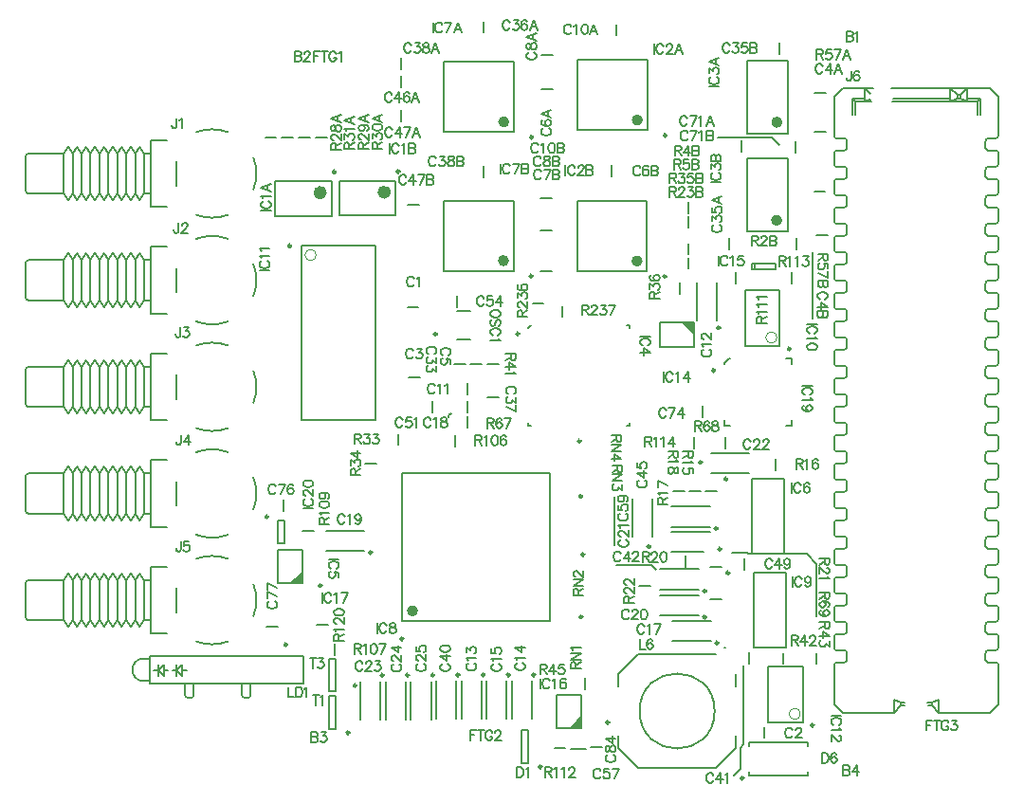
<source format=gto>
%FSLAX25Y25*%
%MOIN*%
G70*
G01*
G75*
G04 Layer_Color=65535*
%ADD10R,0.03740X0.03937*%
%ADD11R,0.03937X0.03543*%
%ADD12R,0.03937X0.03740*%
%ADD13R,0.05906X0.01772*%
%ADD14R,0.03347X0.01772*%
%ADD15R,0.03347X0.01181*%
%ADD16R,0.02362X0.06102*%
%ADD17R,0.03543X0.03937*%
%ADD18R,0.03543X0.04331*%
%ADD19R,0.01575X0.03543*%
%ADD20R,0.07874X0.02362*%
%ADD21R,0.07087X0.04921*%
%ADD22R,0.03543X0.01575*%
%ADD23O,0.04331X0.01378*%
%ADD24O,0.01378X0.04331*%
%ADD25R,0.16535X0.16535*%
%ADD26R,0.04134X0.02559*%
%ADD27R,0.01181X0.05906*%
%ADD28R,0.05906X0.01181*%
%ADD29C,0.03937*%
%ADD30O,0.03347X0.01181*%
%ADD31O,0.01181X0.03347*%
%ADD32R,0.25000X0.25000*%
%ADD33R,0.08661X0.06102*%
%ADD34R,0.07008X0.14016*%
%ADD35R,0.05906X0.02165*%
%ADD36R,0.02165X0.05906*%
%ADD37C,0.02520*%
%ADD38R,0.09843X0.06890*%
%ADD39R,0.01181X0.03347*%
%ADD40R,0.08465X0.03740*%
%ADD41R,0.08465X0.12795*%
%ADD42R,0.04921X0.07087*%
%ADD43R,0.05512X0.04134*%
%ADD44R,0.06102X0.02362*%
%ADD45P,0.05568X4X360.0*%
%ADD46P,0.05568X4X270.0*%
%ADD47R,0.01772X0.05906*%
%ADD48C,0.00600*%
%ADD49C,0.01000*%
%ADD50C,0.01200*%
%ADD51C,0.00800*%
%ADD52C,0.03000*%
%ADD53C,0.01500*%
%ADD54C,0.02000*%
%ADD55C,0.00820*%
%ADD56C,0.04000*%
%ADD57C,0.02400*%
%ADD58C,0.00500*%
%ADD59C,0.06693*%
%ADD60C,0.09449*%
%ADD61C,0.07480*%
%ADD62C,0.17716*%
%ADD63C,0.22835*%
%ADD64C,0.02400*%
%ADD65R,0.08000X0.32000*%
%ADD66R,0.08000X0.08000*%
%ADD67C,0.05137*%
%ADD68C,0.07893*%
%ADD69C,0.05924*%
%ADD70C,0.11830*%
%ADD71C,0.06318*%
%ADD72R,0.08000X0.24000*%
%ADD73R,0.08000X0.16000*%
G04:AMPARAMS|DCode=74|XSize=99.37mil|YSize=99.37mil|CornerRadius=0mil|HoleSize=0mil|Usage=FLASHONLY|Rotation=0.000|XOffset=0mil|YOffset=0mil|HoleType=Round|Shape=Relief|Width=30mil|Gap=10mil|Entries=4|*
%AMTHD74*
7,0,0,0.09937,0.07937,0.03000,45*
%
%ADD74THD74*%
G04:AMPARAMS|DCode=75|XSize=126.929mil|YSize=126.929mil|CornerRadius=0mil|HoleSize=0mil|Usage=FLASHONLY|Rotation=0.000|XOffset=0mil|YOffset=0mil|HoleType=Round|Shape=Relief|Width=30mil|Gap=10mil|Entries=4|*
%AMTHD75*
7,0,0,0.12693,0.10693,0.03000,45*
%
%ADD75THD75*%
G04:AMPARAMS|DCode=76|XSize=166.299mil|YSize=166.299mil|CornerRadius=0mil|HoleSize=0mil|Usage=FLASHONLY|Rotation=0.000|XOffset=0mil|YOffset=0mil|HoleType=Round|Shape=Relief|Width=30mil|Gap=10mil|Entries=4|*
%AMTHD76*
7,0,0,0.16630,0.14630,0.03000,45*
%
%ADD76THD76*%
%ADD77R,0.06890X0.06102*%
%ADD78R,0.04134X0.05512*%
%ADD79R,0.04528X0.05709*%
%ADD80C,0.04724*%
%ADD81R,0.04528X0.07087*%
%ADD82R,0.05709X0.04528*%
%ADD83R,0.02559X0.04134*%
%ADD84R,0.13583X0.05118*%
%ADD85C,0.01969*%
%ADD86C,0.00984*%
%ADD87C,0.02362*%
%ADD88C,0.00394*%
%ADD89C,0.00787*%
%ADD90C,0.00700*%
D51*
X-42500Y-68500D02*
Y-50000D01*
X-46000Y-46500D02*
X-42500Y-50000D01*
X-66500Y-46500D02*
X-46000D01*
X-67000Y-46000D02*
X-66500Y-46500D01*
X-72300Y-46000D02*
X-67000D01*
X-171840Y1750D02*
Y2150D01*
X-170930Y3060D01*
X-77440Y99950D02*
X-58160D01*
X-55670Y97460D01*
X-43830Y36400D02*
Y59660D01*
X-74860Y-79300D02*
X-74710D01*
X-64350Y53720D02*
Y55720D01*
X-100790Y-50230D02*
X-98990Y-52030D01*
X-112900Y-50230D02*
X-100790D01*
X-113730Y-43280D02*
Y-26220D01*
X-68410Y-113530D02*
Y-85840D01*
X-69470Y-114590D02*
X-68410Y-113530D01*
X-69470Y-122110D02*
Y-114590D01*
X-71740Y-124380D02*
X-69470Y-122110D01*
D85*
X-55568Y105342D02*
G03*
X-55568Y105342I-984J0D01*
G01*
X-183673Y-66456D02*
G03*
X-183673Y-66456I-984J0D01*
G01*
X-104631Y106076D02*
G03*
X-104631Y106076I-984J0D01*
G01*
X-151591Y105466D02*
G03*
X-151591Y105466I-984J0D01*
G01*
X-151691Y56666D02*
G03*
X-151691Y56666I-984J0D01*
G01*
X-104730Y56505D02*
G03*
X-104730Y56505I-984J0D01*
G01*
X-55668Y70842D02*
G03*
X-55668Y70842I-984J0D01*
G01*
D86*
X-124220Y-46661D02*
G03*
X-124220Y-46661I-492J0D01*
G01*
X-125020Y-26161D02*
G03*
X-125020Y-26161I-492J0D01*
G01*
X-125520Y-6761D02*
G03*
X-125520Y-6761I-492J0D01*
G01*
X-124920Y-68561D02*
G03*
X-124920Y-68561I-492J0D01*
G01*
X-189161Y88049D02*
G03*
X-189161Y88049I-492J0D01*
G01*
X-211661Y87849D02*
G03*
X-211661Y87849I-492J0D01*
G01*
X-176120Y30810D02*
G03*
X-176120Y30810I-492J0D01*
G01*
X-227332Y61810D02*
G03*
X-227332Y61810I-492J0D01*
G01*
X-77450Y-37534D02*
G03*
X-77450Y-37534I-492J0D01*
G01*
X-235329Y-33385D02*
G03*
X-235329Y-33385I-492J0D01*
G01*
X-78356Y18077D02*
G03*
X-78356Y18077I-492J0D01*
G01*
X-115510Y-105680D02*
G03*
X-115510Y-105680I-492J0D01*
G01*
X-139196Y-121287D02*
G03*
X-139196Y-121287I-492J0D01*
G01*
X-187906Y-76298D02*
G03*
X-187906Y-76298I-492J0D01*
G01*
X-147165Y30964D02*
G03*
X-147165Y30964I-492J0D01*
G01*
X-216578Y-57593D02*
G03*
X-216578Y-57593I-492J0D01*
G01*
X-68250Y-125270D02*
G03*
X-68250Y-125270I-492J0D01*
G01*
X-95379Y100662D02*
G03*
X-95379Y100662I-492J0D01*
G01*
X-142339Y100053D02*
G03*
X-142339Y100053I-492J0D01*
G01*
X-142439Y51253D02*
G03*
X-142439Y51253I-492J0D01*
G01*
X-95478Y51091D02*
G03*
X-95478Y51091I-492J0D01*
G01*
X-228745Y-78349D02*
G03*
X-228745Y-78349I-492J0D01*
G01*
X-73272Y-53111D02*
G03*
X-73272Y-53111I-492J0D01*
G01*
X-73972Y-20111D02*
G03*
X-73972Y-20111I-492J0D01*
G01*
X-81450Y-59534D02*
G03*
X-81450Y-59534I-492J0D01*
G01*
X-76140Y-44710D02*
G03*
X-76140Y-44710I-492J0D01*
G01*
X-77150Y-77734D02*
G03*
X-77150Y-77734I-492J0D01*
G01*
X-194774Y-89060D02*
G03*
X-194774Y-89060I-492J0D01*
G01*
X-185907D02*
G03*
X-185907Y-89060I-492J0D01*
G01*
X-177041D02*
G03*
X-177041Y-89060I-492J0D01*
G01*
X-141574Y-88942D02*
G03*
X-141574Y-88942I-492J0D01*
G01*
X-150441D02*
G03*
X-150441Y-88942I-492J0D01*
G01*
X-159307D02*
G03*
X-159307Y-88942I-492J0D01*
G01*
X-168174D02*
G03*
X-168174Y-88942I-492J0D01*
G01*
X-81450Y-68634D02*
G03*
X-81450Y-68634I-492J0D01*
G01*
X-198950Y-45934D02*
G03*
X-198950Y-45934I-492J0D01*
G01*
X-101040Y-43840D02*
G03*
X-101040Y-43840I-492J0D01*
G01*
X-82850Y-14250D02*
G03*
X-82850Y-14250I-492J0D01*
G01*
X-204330Y-92740D02*
G03*
X-204330Y-92740I-492J0D01*
G01*
X-51759Y25653D02*
G03*
X-51759Y25653I-492J0D01*
G01*
X-76500Y33060D02*
G03*
X-76500Y33060I-492J0D01*
G01*
X-206796Y-109287D02*
G03*
X-206796Y-109287I-492J0D01*
G01*
X-43559Y-106647D02*
G03*
X-43559Y-106647I-492J0D01*
G01*
D87*
X-193413Y80765D02*
G03*
X-193413Y80765I-1181J0D01*
G01*
X-215913Y80565D02*
G03*
X-215913Y80565I-1181J0D01*
G01*
D88*
X-218474Y58661D02*
G03*
X-218474Y58661I-1969J0D01*
G01*
X-56484Y29610D02*
G03*
X-56484Y29610I-1969J0D01*
G01*
X-48283Y-102690D02*
G03*
X-48283Y-102690I-1969J0D01*
G01*
D89*
X-78411Y-101700D02*
G03*
X-78411Y-101700I-13189J0D01*
G01*
X-279163Y-83263D02*
G03*
X-279163Y-91137I0J-3937D01*
G01*
X-242706Y-97121D02*
G03*
X-241525Y-95940I0J1181D01*
G01*
X-244675D02*
G03*
X-243494Y-97121I1181J0D01*
G01*
X-262706D02*
G03*
X-261525Y-95940I0J1181D01*
G01*
X-264675D02*
G03*
X-263494Y-97121I1181J0D01*
G01*
X-319510Y94387D02*
G03*
X-320691Y93205I0J-1181D01*
G01*
Y81394D02*
G03*
X-319256Y80213I1181J-27D01*
G01*
X-249500Y101808D02*
G03*
X-260700Y101808I-5600J-14508D01*
G01*
X-240592Y81700D02*
G03*
X-240592Y92900I-14508J5600D01*
G01*
X-260700Y72792D02*
G03*
X-249500Y72792I5600J14508D01*
G01*
X-260700Y35292D02*
G03*
X-249500Y35292I5600J14508D01*
G01*
X-240592Y44200D02*
G03*
X-240592Y55400I-14508J5600D01*
G01*
X-249500Y64308D02*
G03*
X-260700Y64308I-5600J-14508D01*
G01*
X-320691Y43894D02*
G03*
X-319256Y42713I1181J-27D01*
G01*
X-319510Y56887D02*
G03*
X-320691Y55705I0J-1181D01*
G01*
X-260700Y-39708D02*
G03*
X-249500Y-39708I5600J14508D01*
G01*
X-240592Y-30800D02*
G03*
X-240592Y-19600I-14508J5600D01*
G01*
X-249500Y-10692D02*
G03*
X-260700Y-10692I-5600J-14508D01*
G01*
X-320691Y-31106D02*
G03*
X-319256Y-32287I1181J-27D01*
G01*
X-319510Y-18113D02*
G03*
X-320691Y-19295I0J-1181D01*
G01*
X-260700Y-77208D02*
G03*
X-249500Y-77208I5600J14508D01*
G01*
X-240592Y-68300D02*
G03*
X-240592Y-57100I-14508J5600D01*
G01*
X-249500Y-48192D02*
G03*
X-260700Y-48192I-5600J-14508D01*
G01*
X-320691Y-68606D02*
G03*
X-319256Y-69787I1181J-27D01*
G01*
X-319510Y-55613D02*
G03*
X-320691Y-56795I0J-1181D01*
G01*
X-319510Y19387D02*
G03*
X-320691Y18205I0J-1181D01*
G01*
Y6395D02*
G03*
X-319256Y5213I1181J-27D01*
G01*
X-249500Y26808D02*
G03*
X-260700Y26808I-5600J-14508D01*
G01*
X-240592Y6700D02*
G03*
X-240592Y17900I-14508J5600D01*
G01*
X-260700Y-2208D02*
G03*
X-249500Y-2208I5600J14508D01*
G01*
X-36429Y100619D02*
G03*
X-35429Y99619I1000J0D01*
G01*
Y-84581D02*
G03*
X-36429Y-85581I0J-1000D01*
G01*
X-31829Y98619D02*
G03*
X-32829Y99619I-1000J0D01*
G01*
Y-84581D02*
G03*
X-31829Y-83581I0J1000D01*
G01*
X-32829Y95419D02*
G03*
X-31829Y96419I0J1000D01*
G01*
Y-81381D02*
G03*
X-32829Y-80381I-1000J0D01*
G01*
X-35429Y95419D02*
G03*
X-36429Y94419I0J-1000D01*
G01*
Y-79381D02*
G03*
X-35429Y-80381I1000J0D01*
G01*
X-36429Y90619D02*
G03*
X-35429Y89619I1000J0D01*
G01*
Y-74581D02*
G03*
X-36429Y-75581I0J-1000D01*
G01*
X-31829Y88619D02*
G03*
X-32829Y89619I-1000J0D01*
G01*
Y-74581D02*
G03*
X-31829Y-73581I0J1000D01*
G01*
X-32829Y85419D02*
G03*
X-31829Y86419I0J1000D01*
G01*
Y-71381D02*
G03*
X-32829Y-70381I-1000J0D01*
G01*
X-35429Y85419D02*
G03*
X-36429Y84419I0J-1000D01*
G01*
Y-69381D02*
G03*
X-35429Y-70381I1000J0D01*
G01*
X-36429Y80619D02*
G03*
X-35429Y79619I1000J0D01*
G01*
Y-64581D02*
G03*
X-36429Y-65581I0J-1000D01*
G01*
X-31829Y78619D02*
G03*
X-32829Y79619I-1000J0D01*
G01*
Y-64581D02*
G03*
X-31829Y-63581I0J1000D01*
G01*
X-32829Y75419D02*
G03*
X-31829Y76419I0J1000D01*
G01*
Y-61381D02*
G03*
X-32829Y-60381I-1000J0D01*
G01*
X-35429Y75419D02*
G03*
X-36429Y74419I0J-1000D01*
G01*
Y-59381D02*
G03*
X-35429Y-60381I1000J0D01*
G01*
X-36429Y70619D02*
G03*
X-35429Y69619I1000J0D01*
G01*
Y-54581D02*
G03*
X-36429Y-55581I0J-1000D01*
G01*
X-31829Y68619D02*
G03*
X-32829Y69619I-1000J0D01*
G01*
Y-54581D02*
G03*
X-31829Y-53581I0J1000D01*
G01*
X-32829Y65419D02*
G03*
X-31829Y66419I0J1000D01*
G01*
Y-51381D02*
G03*
X-32829Y-50381I-1000J0D01*
G01*
X-35429Y65419D02*
G03*
X-36429Y64419I0J-1000D01*
G01*
Y-49381D02*
G03*
X-35429Y-50381I1000J0D01*
G01*
X-36429Y60619D02*
G03*
X-35429Y59619I1000J0D01*
G01*
Y-44581D02*
G03*
X-36429Y-45581I0J-1000D01*
G01*
X-31829Y58619D02*
G03*
X-32829Y59619I-1000J0D01*
G01*
Y-44581D02*
G03*
X-31829Y-43581I0J1000D01*
G01*
X-32829Y55419D02*
G03*
X-31829Y56419I0J1000D01*
G01*
Y-41381D02*
G03*
X-32829Y-40381I-1000J0D01*
G01*
X-35429Y55419D02*
G03*
X-36429Y54419I0J-1000D01*
G01*
Y-39381D02*
G03*
X-35429Y-40381I1000J0D01*
G01*
X-36429Y50619D02*
G03*
X-35429Y49619I1000J0D01*
G01*
Y-34581D02*
G03*
X-36429Y-35581I0J-1000D01*
G01*
X-31829Y48619D02*
G03*
X-32829Y49619I-1000J0D01*
G01*
Y-34581D02*
G03*
X-31829Y-33581I0J1000D01*
G01*
X-32829Y45419D02*
G03*
X-31829Y46419I0J1000D01*
G01*
Y-31381D02*
G03*
X-32829Y-30381I-1000J0D01*
G01*
X-35429Y45419D02*
G03*
X-36429Y44419I0J-1000D01*
G01*
Y-29381D02*
G03*
X-35429Y-30381I1000J0D01*
G01*
X-36429Y40619D02*
G03*
X-35429Y39619I1000J0D01*
G01*
Y-24581D02*
G03*
X-36429Y-25581I0J-1000D01*
G01*
X-31829Y38619D02*
G03*
X-32829Y39619I-1000J0D01*
G01*
Y-24581D02*
G03*
X-31829Y-23581I0J1000D01*
G01*
X-32829Y35419D02*
G03*
X-31829Y36419I0J1000D01*
G01*
Y-21381D02*
G03*
X-32829Y-20381I-1000J0D01*
G01*
X-35429Y35419D02*
G03*
X-36429Y34419I0J-1000D01*
G01*
Y-19381D02*
G03*
X-35429Y-20381I1000J0D01*
G01*
X-36429Y30619D02*
G03*
X-35429Y29619I1000J0D01*
G01*
Y-14581D02*
G03*
X-36429Y-15581I0J-1000D01*
G01*
X-31829Y28619D02*
G03*
X-32829Y29619I-1000J0D01*
G01*
Y-14581D02*
G03*
X-31829Y-13581I0J1000D01*
G01*
X-32829Y25419D02*
G03*
X-31829Y26419I0J1000D01*
G01*
Y-11381D02*
G03*
X-32829Y-10381I-1000J0D01*
G01*
X-35429Y25419D02*
G03*
X-36429Y24419I0J-1000D01*
G01*
Y-9381D02*
G03*
X-35429Y-10381I1000J0D01*
G01*
X-36429Y20619D02*
G03*
X-35429Y19619I1000J0D01*
G01*
Y-4581D02*
G03*
X-36429Y-5581I0J-1000D01*
G01*
X-31829Y18619D02*
G03*
X-32829Y19619I-1000J0D01*
G01*
Y-4581D02*
G03*
X-31829Y-3581I0J1000D01*
G01*
X-32829Y15419D02*
G03*
X-31829Y16419I0J1000D01*
G01*
Y-1381D02*
G03*
X-32829Y-381I-1000J0D01*
G01*
X-35429Y15419D02*
G03*
X-36429Y14419I0J-1000D01*
G01*
Y619D02*
G03*
X-35429Y-381I1000J0D01*
G01*
X-36429Y10619D02*
G03*
X-35429Y9619I1000J0D01*
G01*
Y5419D02*
G03*
X-36429Y4419I0J-1000D01*
G01*
X-31829Y8619D02*
G03*
X-32829Y9619I-1000J0D01*
G01*
Y5419D02*
G03*
X-31829Y6419I0J1000D01*
G01*
X21371Y-85581D02*
G03*
X20371Y-84581I-1000J0D01*
G01*
X16771Y-83581D02*
G03*
X17771Y-84581I1000J0D01*
G01*
Y-80381D02*
G03*
X16771Y-81381I0J-1000D01*
G01*
X20371Y99619D02*
G03*
X21371Y100619I0J1000D01*
G01*
X20371Y-80381D02*
G03*
X21371Y-79381I0J1000D01*
G01*
X17771Y99619D02*
G03*
X16771Y98619I0J-1000D01*
G01*
X21371Y-75581D02*
G03*
X20371Y-74581I-1000J0D01*
G01*
X16771Y96419D02*
G03*
X17771Y95419I1000J0D01*
G01*
X16771Y-73581D02*
G03*
X17771Y-74581I1000J0D01*
G01*
X21371Y94419D02*
G03*
X20371Y95419I-1000J0D01*
G01*
X17771Y-70381D02*
G03*
X16771Y-71381I0J-1000D01*
G01*
X20371Y89619D02*
G03*
X21371Y90619I0J1000D01*
G01*
X20371Y-70381D02*
G03*
X21371Y-69381I0J1000D01*
G01*
X17771Y89619D02*
G03*
X16771Y88619I0J-1000D01*
G01*
X21371Y-65581D02*
G03*
X20371Y-64581I-1000J0D01*
G01*
X16771Y86419D02*
G03*
X17771Y85419I1000J0D01*
G01*
X16771Y-63581D02*
G03*
X17771Y-64581I1000J0D01*
G01*
X21371Y84419D02*
G03*
X20371Y85419I-1000J0D01*
G01*
X17771Y-60381D02*
G03*
X16771Y-61381I0J-1000D01*
G01*
X20371Y79619D02*
G03*
X21371Y80619I0J1000D01*
G01*
X20371Y-60381D02*
G03*
X21371Y-59381I0J1000D01*
G01*
X17771Y79619D02*
G03*
X16771Y78619I0J-1000D01*
G01*
X21371Y-55581D02*
G03*
X20371Y-54581I-1000J0D01*
G01*
X16771Y76419D02*
G03*
X17771Y75419I1000J0D01*
G01*
X16771Y-53581D02*
G03*
X17771Y-54581I1000J0D01*
G01*
X21371Y74419D02*
G03*
X20371Y75419I-1000J0D01*
G01*
X17771Y-50381D02*
G03*
X16771Y-51381I0J-1000D01*
G01*
X20371Y69619D02*
G03*
X21371Y70619I0J1000D01*
G01*
X20371Y-50381D02*
G03*
X21371Y-49381I0J1000D01*
G01*
X17771Y69619D02*
G03*
X16771Y68619I0J-1000D01*
G01*
X21371Y-45581D02*
G03*
X20371Y-44581I-1000J0D01*
G01*
X16771Y66419D02*
G03*
X17771Y65419I1000J0D01*
G01*
X16771Y-43581D02*
G03*
X17771Y-44581I1000J0D01*
G01*
X21371Y64419D02*
G03*
X20371Y65419I-1000J0D01*
G01*
X17771Y-40381D02*
G03*
X16771Y-41381I0J-1000D01*
G01*
X20371Y59619D02*
G03*
X21371Y60619I0J1000D01*
G01*
X20371Y-40381D02*
G03*
X21371Y-39381I0J1000D01*
G01*
X17771Y59619D02*
G03*
X16771Y58619I0J-1000D01*
G01*
X21371Y-35581D02*
G03*
X20371Y-34581I-1000J0D01*
G01*
X16771Y56419D02*
G03*
X17771Y55419I1000J0D01*
G01*
X16771Y-33581D02*
G03*
X17771Y-34581I1000J0D01*
G01*
X21371Y54419D02*
G03*
X20371Y55419I-1000J0D01*
G01*
X17771Y-30381D02*
G03*
X16771Y-31381I0J-1000D01*
G01*
X20371Y49619D02*
G03*
X21371Y50619I0J1000D01*
G01*
X20371Y-30381D02*
G03*
X21371Y-29381I0J1000D01*
G01*
X17771Y49619D02*
G03*
X16771Y48619I0J-1000D01*
G01*
X21371Y-25581D02*
G03*
X20371Y-24581I-1000J0D01*
G01*
X16771Y46419D02*
G03*
X17771Y45419I1000J0D01*
G01*
X16771Y-23581D02*
G03*
X17771Y-24581I1000J0D01*
G01*
X21371Y44419D02*
G03*
X20371Y45419I-1000J0D01*
G01*
X17771Y-20381D02*
G03*
X16771Y-21381I0J-1000D01*
G01*
X20371Y39619D02*
G03*
X21371Y40619I0J1000D01*
G01*
X20371Y-20381D02*
G03*
X21371Y-19381I0J1000D01*
G01*
X17771Y39619D02*
G03*
X16771Y38619I0J-1000D01*
G01*
X21371Y-15581D02*
G03*
X20371Y-14581I-1000J0D01*
G01*
X16771Y36419D02*
G03*
X17771Y35419I1000J0D01*
G01*
X16771Y-13581D02*
G03*
X17771Y-14581I1000J0D01*
G01*
X21371Y34419D02*
G03*
X20371Y35419I-1000J0D01*
G01*
X17771Y-10381D02*
G03*
X16771Y-11381I0J-1000D01*
G01*
X20371Y29619D02*
G03*
X21371Y30619I0J1000D01*
G01*
X20371Y-10381D02*
G03*
X21371Y-9381I0J1000D01*
G01*
X17771Y29619D02*
G03*
X16771Y28619I0J-1000D01*
G01*
X21371Y-5581D02*
G03*
X20371Y-4581I-1000J0D01*
G01*
X16771Y26419D02*
G03*
X17771Y25419I1000J0D01*
G01*
X16771Y-3581D02*
G03*
X17771Y-4581I1000J0D01*
G01*
X21371Y24419D02*
G03*
X20371Y25419I-1000J0D01*
G01*
X17771Y-381D02*
G03*
X16771Y-1381I0J-1000D01*
G01*
X20371Y19619D02*
G03*
X21371Y20619I0J1000D01*
G01*
X20371Y-381D02*
G03*
X21371Y619I0J1000D01*
G01*
X17771Y19619D02*
G03*
X16771Y18619I0J-1000D01*
G01*
X21371Y4419D02*
G03*
X20371Y5419I-1000J0D01*
G01*
X16771Y16419D02*
G03*
X17771Y15419I1000J0D01*
G01*
X16771Y6419D02*
G03*
X17771Y5419I1000J0D01*
G01*
X21371Y14419D02*
G03*
X20371Y15419I-1000J0D01*
G01*
X17771Y9619D02*
G03*
X16771Y8619I0J-1000D01*
G01*
X20371Y9619D02*
G03*
X21371Y10619I0J1000D01*
G01*
X17771Y-80381D02*
G03*
X16771Y-81381I0J-1000D01*
G01*
Y-83581D02*
G03*
X17771Y-84581I1000J0D01*
G01*
X-31829Y-81381D02*
G03*
X-32829Y-80381I-1000J0D01*
G01*
Y-84581D02*
G03*
X-31829Y-83581I0J1000D01*
G01*
X17771Y-70381D02*
G03*
X16771Y-71381I0J-1000D01*
G01*
Y-73581D02*
G03*
X17771Y-74581I1000J0D01*
G01*
X-31829Y-71381D02*
G03*
X-32829Y-70381I-1000J0D01*
G01*
Y-74581D02*
G03*
X-31829Y-73581I0J1000D01*
G01*
X17771Y-60381D02*
G03*
X16771Y-61381I0J-1000D01*
G01*
Y-63581D02*
G03*
X17771Y-64581I1000J0D01*
G01*
X-31829Y-61381D02*
G03*
X-32829Y-60381I-1000J0D01*
G01*
Y-64581D02*
G03*
X-31829Y-63581I0J1000D01*
G01*
X17771Y-50381D02*
G03*
X16771Y-51381I0J-1000D01*
G01*
Y-53581D02*
G03*
X17771Y-54581I1000J0D01*
G01*
X-31829Y-51381D02*
G03*
X-32829Y-50381I-1000J0D01*
G01*
Y-54581D02*
G03*
X-31829Y-53581I0J1000D01*
G01*
X17771Y-40381D02*
G03*
X16771Y-41381I0J-1000D01*
G01*
Y-43581D02*
G03*
X17771Y-44581I1000J0D01*
G01*
X-31829Y-41381D02*
G03*
X-32829Y-40381I-1000J0D01*
G01*
Y-44581D02*
G03*
X-31829Y-43581I0J1000D01*
G01*
X17771Y-30381D02*
G03*
X16771Y-31381I0J-1000D01*
G01*
Y-33581D02*
G03*
X17771Y-34581I1000J0D01*
G01*
X-31829Y-31381D02*
G03*
X-32829Y-30381I-1000J0D01*
G01*
Y-34581D02*
G03*
X-31829Y-33581I0J1000D01*
G01*
X17771Y-20381D02*
G03*
X16771Y-21381I0J-1000D01*
G01*
Y-23581D02*
G03*
X17771Y-24581I1000J0D01*
G01*
X-31829Y-21381D02*
G03*
X-32829Y-20381I-1000J0D01*
G01*
Y-24581D02*
G03*
X-31829Y-23581I0J1000D01*
G01*
X17771Y-10381D02*
G03*
X16771Y-11381I0J-1000D01*
G01*
Y-13581D02*
G03*
X17771Y-14581I1000J0D01*
G01*
X-31829Y-11381D02*
G03*
X-32829Y-10381I-1000J0D01*
G01*
Y-14581D02*
G03*
X-31829Y-13581I0J1000D01*
G01*
X17771Y-381D02*
G03*
X16771Y-1381I0J-1000D01*
G01*
Y-3581D02*
G03*
X17771Y-4581I1000J0D01*
G01*
X-31829Y-1381D02*
G03*
X-32829Y-381I-1000J0D01*
G01*
Y-4581D02*
G03*
X-31829Y-3581I0J1000D01*
G01*
X17771Y9619D02*
G03*
X16771Y8619I0J-1000D01*
G01*
Y6419D02*
G03*
X17771Y5419I1000J0D01*
G01*
X-31829Y8619D02*
G03*
X-32829Y9619I-1000J0D01*
G01*
Y5419D02*
G03*
X-31829Y6419I0J1000D01*
G01*
X17771Y19619D02*
G03*
X16771Y18619I0J-1000D01*
G01*
Y16419D02*
G03*
X17771Y15419I1000J0D01*
G01*
X-31829Y18619D02*
G03*
X-32829Y19619I-1000J0D01*
G01*
Y15419D02*
G03*
X-31829Y16419I0J1000D01*
G01*
X17771Y29619D02*
G03*
X16771Y28619I0J-1000D01*
G01*
Y26419D02*
G03*
X17771Y25419I1000J0D01*
G01*
X-31829Y28619D02*
G03*
X-32829Y29619I-1000J0D01*
G01*
Y25419D02*
G03*
X-31829Y26419I0J1000D01*
G01*
X17771Y39619D02*
G03*
X16771Y38619I0J-1000D01*
G01*
Y36419D02*
G03*
X17771Y35419I1000J0D01*
G01*
X-31829Y38619D02*
G03*
X-32829Y39619I-1000J0D01*
G01*
Y35419D02*
G03*
X-31829Y36419I0J1000D01*
G01*
X17771Y49619D02*
G03*
X16771Y48619I0J-1000D01*
G01*
Y46419D02*
G03*
X17771Y45419I1000J0D01*
G01*
X-31829Y48619D02*
G03*
X-32829Y49619I-1000J0D01*
G01*
Y45419D02*
G03*
X-31829Y46419I0J1000D01*
G01*
X17771Y59619D02*
G03*
X16771Y58619I0J-1000D01*
G01*
Y56419D02*
G03*
X17771Y55419I1000J0D01*
G01*
X-31829Y58619D02*
G03*
X-32829Y59619I-1000J0D01*
G01*
Y55419D02*
G03*
X-31829Y56419I0J1000D01*
G01*
X17771Y69619D02*
G03*
X16771Y68619I0J-1000D01*
G01*
Y66419D02*
G03*
X17771Y65419I1000J0D01*
G01*
X-31829Y68619D02*
G03*
X-32829Y69619I-1000J0D01*
G01*
Y65419D02*
G03*
X-31829Y66419I0J1000D01*
G01*
X17771Y79619D02*
G03*
X16771Y78619I0J-1000D01*
G01*
Y76419D02*
G03*
X17771Y75419I1000J0D01*
G01*
X-31829Y78619D02*
G03*
X-32829Y79619I-1000J0D01*
G01*
Y75419D02*
G03*
X-31829Y76419I0J1000D01*
G01*
X17771Y89619D02*
G03*
X16771Y88619I0J-1000D01*
G01*
Y86419D02*
G03*
X17771Y85419I1000J0D01*
G01*
X-31829Y88619D02*
G03*
X-32829Y89619I-1000J0D01*
G01*
Y85419D02*
G03*
X-31829Y86419I0J1000D01*
G01*
X17771Y99619D02*
G03*
X16771Y98619I0J-1000D01*
G01*
Y96419D02*
G03*
X17771Y95419I1000J0D01*
G01*
X-31829Y98619D02*
G03*
X-32829Y99619I-1000J0D01*
G01*
Y95419D02*
G03*
X-31829Y96419I0J1000D01*
G01*
X-55500Y129332D02*
Y133268D01*
X-49900Y94731D02*
Y98668D01*
X-43468Y81000D02*
X-39531D01*
X-69100Y95031D02*
Y98968D01*
X-43369Y115500D02*
X-39432D01*
X-43268Y102100D02*
X-39331D01*
X-52615Y101405D02*
Y126995D01*
X-66985Y101405D02*
X-52615D01*
X-66985D02*
Y126995D01*
X-52615D01*
X-210343Y84702D02*
X-190657D01*
X-210343Y72498D02*
X-190657D01*
Y84702D01*
X-210343Y72498D02*
Y84702D01*
X-232842Y84502D02*
X-213158D01*
X-232842Y72298D02*
X-213158D01*
Y84502D01*
X-232842Y72298D02*
Y84502D01*
X-224569Y100100D02*
X-220632D01*
X-236469D02*
X-232531D01*
X-218669D02*
X-214732D01*
X-230569D02*
X-226631D01*
X-212000Y-81968D02*
Y-78031D01*
X-169100Y40431D02*
Y44368D01*
X-169062Y38921D02*
X-164338D01*
X-169062Y29079D02*
X-164338D01*
X-90800Y45031D02*
Y48968D01*
X-65334Y53517D02*
X-57066D01*
X-65334D02*
Y55683D01*
X-57066D01*
Y53517D02*
Y55683D01*
X-185869Y15500D02*
X-181931D01*
X-139669Y53000D02*
X-135731D01*
X-188800Y124132D02*
Y128068D01*
X-139269Y117000D02*
X-135331D01*
X-49600Y60532D02*
Y64468D01*
X-42669Y65700D02*
X-38732D01*
X-87600Y53831D02*
Y57768D01*
X-87600Y58832D02*
Y62769D01*
X-87600Y68231D02*
Y72168D01*
X-87600Y73232D02*
Y77169D01*
X-74800Y-9369D02*
Y-5432D01*
X-223592Y491D02*
X-197608D01*
X-223592Y61909D02*
X-197608D01*
Y491D02*
Y61909D01*
X-223592Y491D02*
Y61909D01*
X-93493Y-36943D02*
X-80107D01*
X-93493Y-29857D02*
X-80107D01*
X-218268Y-71400D02*
X-214332D01*
X-231983Y-42834D02*
Y-34566D01*
X-229817D01*
Y-42834D02*
Y-34566D01*
X-231983Y-42834D02*
X-229817D01*
X-74911Y20243D02*
Y20636D01*
X-73336Y22211D01*
X-72943D01*
X-51289Y20243D02*
Y22211D01*
X-53258D02*
X-51289D01*
X-74911Y-1411D02*
Y557D01*
Y-1411D02*
X-72943D01*
X-51289D02*
Y557D01*
X-53258Y-1411D02*
X-51289D01*
X-121869Y-114400D02*
X-117931D01*
X-134029Y-95894D02*
X-125171D01*
X-134029Y-107705D02*
Y-95894D01*
Y-107705D02*
X-125171D01*
Y-95894D01*
X-125958Y-107705D02*
X-125171Y-106918D01*
X-126746Y-107705D02*
X-125171Y-106131D01*
X-127533Y-107705D02*
X-125171Y-105343D01*
X-128321Y-107705D02*
X-125171Y-104556D01*
X-129108Y-107705D02*
X-125171Y-103769D01*
X-158369Y20200D02*
X-154431D01*
X-158268Y8500D02*
X-154332D01*
X-164169Y20400D02*
X-160231D01*
X-134768Y-114600D02*
X-130832D01*
X-144019Y-119909D02*
Y-108491D01*
X-146381Y-119909D02*
X-144019D01*
X-146381D02*
Y-108491D01*
X-144019D01*
X-71100Y48731D02*
Y52668D01*
X-51300Y48531D02*
Y52469D01*
X-188201Y-69999D02*
X-136232D01*
X-188201D02*
Y-18031D01*
X-136232D01*
Y-69999D02*
Y-18031D01*
X-165200Y-2069D02*
Y1869D01*
X-143916Y32932D02*
Y33129D01*
X-143129Y33917D01*
X-142932D01*
X-108484Y32932D02*
Y33917D01*
X-109468D02*
X-108484D01*
X-143916Y-1517D02*
Y-532D01*
Y-1517D02*
X-142932D01*
X-108484D02*
Y-532D01*
X-109468Y-1517D02*
X-108484D01*
X-232129Y-44995D02*
X-223271D01*
X-232129Y-56805D02*
Y-44995D01*
Y-56805D02*
X-223271D01*
Y-44995D01*
X-224058Y-56805D02*
X-223271Y-56018D01*
X-224846Y-56805D02*
X-223271Y-55231D01*
X-225633Y-56805D02*
X-223271Y-54443D01*
X-226420Y-56805D02*
X-223271Y-53656D01*
X-227208Y-56805D02*
X-223271Y-52868D01*
X-66433Y-112791D02*
X-45567D01*
X-66433Y-124209D02*
X-45567D01*
X-66433Y-113874D02*
Y-112791D01*
X-45567Y-113874D02*
Y-112791D01*
X-66433Y-124209D02*
Y-123126D01*
X-45567Y-124209D02*
Y-123126D01*
X-105183Y-81621D02*
X-78017D01*
X-112269Y-88708D02*
X-105183Y-81621D01*
X-112269Y-93117D02*
Y-88708D01*
Y-114692D02*
Y-110283D01*
Y-114692D02*
X-105183Y-121779D01*
X-78017D01*
X-70931Y-114692D01*
Y-110283D01*
Y-93117D02*
Y-88708D01*
X-177600Y3432D02*
Y7368D01*
X-102072Y102532D02*
Y127139D01*
X-126678Y102532D02*
X-102072D01*
X-126678D02*
Y127139D01*
X-102072D01*
X-149032Y101923D02*
Y126529D01*
X-173639Y101923D02*
X-149032D01*
X-173639D02*
Y126529D01*
X-149032D01*
X-67900Y-51868D02*
Y-47932D01*
X-149132Y53123D02*
Y77729D01*
X-173739Y53123D02*
X-149132D01*
X-173739D02*
Y77729D01*
X-149132D01*
X-102171Y52961D02*
Y77568D01*
X-126777Y52961D02*
X-102171D01*
X-126777D02*
Y77568D01*
X-102171D01*
X-269100Y-87200D02*
X-267600D01*
X-265600D02*
X-264100D01*
X-265600Y-89200D02*
Y-85200D01*
X-267600Y-87200D02*
X-265600Y-85200D01*
X-267600Y-87200D02*
X-265600Y-89200D01*
X-267600Y-89200D02*
Y-85200D01*
X-275600Y-87200D02*
X-274100D01*
X-272100D02*
X-270600D01*
X-272100Y-89200D02*
Y-85200D01*
X-274100Y-87200D02*
X-272100Y-85200D01*
X-274100Y-87200D02*
X-272100Y-89200D01*
X-274100Y-89200D02*
Y-85200D01*
X-277116Y-92121D02*
Y-82279D01*
X-223100Y-92121D02*
Y-82279D01*
X-277116Y-92121D02*
X-223100D01*
X-243494Y-97121D02*
X-242706D01*
X-277116Y-82279D02*
X-223100D01*
X-277116D02*
X-271722D01*
X-277116Y-92121D02*
X-271722D01*
X-279163Y-83263D02*
X-277116D01*
X-279163Y-91137D02*
X-277116D01*
X-241525Y-95940D02*
Y-92121D01*
X-244675Y-95940D02*
Y-92121D01*
X-261525Y-95940D02*
Y-92121D01*
X-264675Y-95940D02*
Y-92121D01*
X-263494Y-97121D02*
X-262706D01*
X-307305Y80213D02*
Y94426D01*
X-305730Y96788D01*
X-304155Y94426D01*
X-307305Y80174D02*
X-305730Y77812D01*
X-304155Y80174D01*
Y80213D02*
Y94426D01*
X-302580Y96788D01*
X-301006Y94426D01*
X-304155Y80174D02*
X-302580Y77812D01*
X-301006Y80174D01*
Y80213D02*
Y94426D01*
X-299431Y96788D01*
X-297856Y94426D01*
X-301006Y80174D02*
X-299431Y77812D01*
X-297856Y80174D01*
Y80213D02*
Y94426D01*
X-296281Y96788D01*
X-294706Y94426D01*
X-297856Y80174D02*
X-296281Y77812D01*
X-294706Y80174D01*
Y80213D02*
Y94426D01*
X-293131Y96788D01*
X-291557Y94426D01*
X-294706Y80174D02*
X-293131Y77812D01*
X-291557Y80174D01*
Y80213D02*
Y94426D01*
X-289982Y96788D01*
X-288407Y94426D01*
X-291557Y80174D02*
X-289982Y77812D01*
X-288407Y80174D01*
Y80213D02*
Y94426D01*
X-286832Y96788D01*
X-285258Y94426D01*
X-288407Y80174D02*
X-286832Y77812D01*
X-285258Y80174D01*
Y80213D02*
Y94426D01*
X-283683Y96788D01*
X-282108Y94426D01*
X-285258Y80174D02*
X-283683Y77812D01*
X-282108Y80174D01*
Y80213D02*
Y94426D01*
X-280533Y96788D01*
X-278958Y94426D01*
Y80174D02*
Y94426D01*
X-282108Y80174D02*
X-280533Y77812D01*
X-278958Y80174D01*
Y94387D02*
X-276675D01*
X-319510D02*
X-307305D01*
X-320691Y81394D02*
Y93205D01*
X-319510Y80213D02*
X-307305D01*
X-278958D02*
X-276675D01*
Y75489D02*
X-271133D01*
X-276675D02*
Y99111D01*
X-271133D01*
X-267620Y83073D02*
Y91527D01*
Y45573D02*
Y54027D01*
X-276675Y61611D02*
X-271133D01*
X-276675Y37989D02*
Y61611D01*
Y37989D02*
X-271133D01*
X-278958Y42713D02*
X-276675D01*
X-319510D02*
X-307305D01*
X-320691Y43894D02*
Y55705D01*
X-319510Y56887D02*
X-307305D01*
X-278958D02*
X-276675D01*
X-280533Y40312D02*
X-278958Y42674D01*
X-282108D02*
X-280533Y40312D01*
X-278958Y42674D02*
Y56926D01*
X-280533Y59288D02*
X-278958Y56926D01*
X-282108D02*
X-280533Y59288D01*
X-282108Y42713D02*
Y56926D01*
X-283683Y40312D02*
X-282108Y42674D01*
X-285258D02*
X-283683Y40312D01*
Y59288D02*
X-282108Y56926D01*
X-285258D02*
X-283683Y59288D01*
X-285258Y42713D02*
Y56926D01*
X-286832Y40312D02*
X-285258Y42674D01*
X-288407D02*
X-286832Y40312D01*
Y59288D02*
X-285258Y56926D01*
X-288407D02*
X-286832Y59288D01*
X-288407Y42713D02*
Y56926D01*
X-289982Y40312D02*
X-288407Y42674D01*
X-291557D02*
X-289982Y40312D01*
Y59288D02*
X-288407Y56926D01*
X-291557D02*
X-289982Y59288D01*
X-291557Y42713D02*
Y56926D01*
X-293131Y40312D02*
X-291557Y42674D01*
X-294706D02*
X-293131Y40312D01*
Y59288D02*
X-291557Y56926D01*
X-294706D02*
X-293131Y59288D01*
X-294706Y42713D02*
Y56926D01*
X-296281Y40312D02*
X-294706Y42674D01*
X-297856D02*
X-296281Y40312D01*
Y59288D02*
X-294706Y56926D01*
X-297856D02*
X-296281Y59288D01*
X-297856Y42713D02*
Y56926D01*
X-299431Y40312D02*
X-297856Y42674D01*
X-301006D02*
X-299431Y40312D01*
Y59288D02*
X-297856Y56926D01*
X-301006D02*
X-299431Y59288D01*
X-301006Y42713D02*
Y56926D01*
X-302580Y40312D02*
X-301006Y42674D01*
X-304155D02*
X-302580Y40312D01*
Y59288D02*
X-301006Y56926D01*
X-304155D02*
X-302580Y59288D01*
X-304155Y42713D02*
Y56926D01*
X-305730Y40312D02*
X-304155Y42674D01*
X-307305D02*
X-305730Y40312D01*
Y59288D02*
X-304155Y56926D01*
X-307305D02*
X-305730Y59288D01*
X-307305Y42713D02*
Y56926D01*
X-267620Y-29427D02*
Y-20973D01*
X-276675Y-13389D02*
X-271133D01*
X-276675Y-37011D02*
Y-13389D01*
Y-37011D02*
X-271133D01*
X-278958Y-32287D02*
X-276675D01*
X-319510D02*
X-307305D01*
X-320691Y-31106D02*
Y-19295D01*
X-319510Y-18113D02*
X-307305D01*
X-278958D02*
X-276675D01*
X-280533Y-34688D02*
X-278958Y-32326D01*
X-282108D02*
X-280533Y-34688D01*
X-278958Y-32326D02*
Y-18074D01*
X-280533Y-15712D02*
X-278958Y-18074D01*
X-282108D02*
X-280533Y-15712D01*
X-282108Y-32287D02*
Y-18074D01*
X-283683Y-34688D02*
X-282108Y-32326D01*
X-285258D02*
X-283683Y-34688D01*
Y-15712D02*
X-282108Y-18074D01*
X-285258D02*
X-283683Y-15712D01*
X-285258Y-32287D02*
Y-18074D01*
X-286832Y-34688D02*
X-285258Y-32326D01*
X-288407D02*
X-286832Y-34688D01*
Y-15712D02*
X-285258Y-18074D01*
X-288407D02*
X-286832Y-15712D01*
X-288407Y-32287D02*
Y-18074D01*
X-289982Y-34688D02*
X-288407Y-32326D01*
X-291557D02*
X-289982Y-34688D01*
Y-15712D02*
X-288407Y-18074D01*
X-291557D02*
X-289982Y-15712D01*
X-291557Y-32287D02*
Y-18074D01*
X-293131Y-34688D02*
X-291557Y-32326D01*
X-294706D02*
X-293131Y-34688D01*
Y-15712D02*
X-291557Y-18074D01*
X-294706D02*
X-293131Y-15712D01*
X-294706Y-32287D02*
Y-18074D01*
X-296281Y-34688D02*
X-294706Y-32326D01*
X-297856D02*
X-296281Y-34688D01*
Y-15712D02*
X-294706Y-18074D01*
X-297856D02*
X-296281Y-15712D01*
X-297856Y-32287D02*
Y-18074D01*
X-299431Y-34688D02*
X-297856Y-32326D01*
X-301006D02*
X-299431Y-34688D01*
Y-15712D02*
X-297856Y-18074D01*
X-301006D02*
X-299431Y-15712D01*
X-301006Y-32287D02*
Y-18074D01*
X-302580Y-34688D02*
X-301006Y-32326D01*
X-304155D02*
X-302580Y-34688D01*
Y-15712D02*
X-301006Y-18074D01*
X-304155D02*
X-302580Y-15712D01*
X-304155Y-32287D02*
Y-18074D01*
X-305730Y-34688D02*
X-304155Y-32326D01*
X-307305D02*
X-305730Y-34688D01*
Y-15712D02*
X-304155Y-18074D01*
X-307305D02*
X-305730Y-15712D01*
X-307305Y-32287D02*
Y-18074D01*
X-169869Y20200D02*
X-165931D01*
X-267620Y-66927D02*
Y-58473D01*
X-276675Y-50889D02*
X-271133D01*
X-276675Y-74511D02*
Y-50889D01*
Y-74511D02*
X-271133D01*
X-278958Y-69787D02*
X-276675D01*
X-319510D02*
X-307305D01*
X-320691Y-68606D02*
Y-56795D01*
X-319510Y-55613D02*
X-307305D01*
X-278958D02*
X-276675D01*
X-280533Y-72188D02*
X-278958Y-69826D01*
X-282108D02*
X-280533Y-72188D01*
X-278958Y-69826D02*
Y-55574D01*
X-280533Y-53212D02*
X-278958Y-55574D01*
X-282108D02*
X-280533Y-53212D01*
X-282108Y-69787D02*
Y-55574D01*
X-283683Y-72188D02*
X-282108Y-69826D01*
X-285258D02*
X-283683Y-72188D01*
Y-53212D02*
X-282108Y-55574D01*
X-285258D02*
X-283683Y-53212D01*
X-285258Y-69787D02*
Y-55574D01*
X-286832Y-72188D02*
X-285258Y-69826D01*
X-288407D02*
X-286832Y-72188D01*
Y-53212D02*
X-285258Y-55574D01*
X-288407D02*
X-286832Y-53212D01*
X-288407Y-69787D02*
Y-55574D01*
X-289982Y-72188D02*
X-288407Y-69826D01*
X-291557D02*
X-289982Y-72188D01*
Y-53212D02*
X-288407Y-55574D01*
X-291557D02*
X-289982Y-53212D01*
X-291557Y-69787D02*
Y-55574D01*
X-293131Y-72188D02*
X-291557Y-69826D01*
X-294706D02*
X-293131Y-72188D01*
Y-53212D02*
X-291557Y-55574D01*
X-294706D02*
X-293131Y-53212D01*
X-294706Y-69787D02*
Y-55574D01*
X-296281Y-72188D02*
X-294706Y-69826D01*
X-297856D02*
X-296281Y-72188D01*
Y-53212D02*
X-294706Y-55574D01*
X-297856D02*
X-296281Y-53212D01*
X-297856Y-69787D02*
Y-55574D01*
X-299431Y-72188D02*
X-297856Y-69826D01*
X-301006D02*
X-299431Y-72188D01*
Y-53212D02*
X-297856Y-55574D01*
X-301006D02*
X-299431Y-53212D01*
X-301006Y-69787D02*
Y-55574D01*
X-302580Y-72188D02*
X-301006Y-69826D01*
X-304155D02*
X-302580Y-72188D01*
Y-53212D02*
X-301006Y-55574D01*
X-304155D02*
X-302580Y-53212D01*
X-304155Y-69787D02*
Y-55574D01*
X-305730Y-72188D02*
X-304155Y-69826D01*
X-307305D02*
X-305730Y-72188D01*
Y-53212D02*
X-304155Y-55574D01*
X-307305D02*
X-305730Y-53212D01*
X-307305Y-69787D02*
Y-55574D01*
Y5213D02*
Y19426D01*
X-305730Y21788D01*
X-304155Y19426D01*
X-307305Y5174D02*
X-305730Y2812D01*
X-304155Y5174D01*
Y5213D02*
Y19426D01*
X-302580Y21788D01*
X-301006Y19426D01*
X-304155Y5174D02*
X-302580Y2812D01*
X-301006Y5174D01*
Y5213D02*
Y19426D01*
X-299431Y21788D01*
X-297856Y19426D01*
X-301006Y5174D02*
X-299431Y2812D01*
X-297856Y5174D01*
Y5213D02*
Y19426D01*
X-296281Y21788D01*
X-294706Y19426D01*
X-297856Y5174D02*
X-296281Y2812D01*
X-294706Y5174D01*
Y5213D02*
Y19426D01*
X-293131Y21788D01*
X-291557Y19426D01*
X-294706Y5174D02*
X-293131Y2812D01*
X-291557Y5174D01*
Y5213D02*
Y19426D01*
X-289982Y21788D01*
X-288407Y19426D01*
X-291557Y5174D02*
X-289982Y2812D01*
X-288407Y5174D01*
Y5213D02*
Y19426D01*
X-286832Y21788D01*
X-285258Y19426D01*
X-288407Y5174D02*
X-286832Y2812D01*
X-285258Y5174D01*
Y5213D02*
Y19426D01*
X-283683Y21788D01*
X-282108Y19426D01*
X-285258Y5174D02*
X-283683Y2812D01*
X-282108Y5174D01*
Y5213D02*
Y19426D01*
X-280533Y21788D01*
X-278958Y19426D01*
Y5174D02*
Y19426D01*
X-282108Y5174D02*
X-280533Y2812D01*
X-278958Y5174D01*
Y19387D02*
X-276675D01*
X-319510D02*
X-307305D01*
X-320691Y6395D02*
Y18205D01*
X-319510Y5213D02*
X-307305D01*
X-278958D02*
X-276675D01*
Y489D02*
X-271133D01*
X-276675D02*
Y24111D01*
X-271133D01*
X-267620Y8073D02*
Y16527D01*
X-33429Y-102281D02*
X-15429D01*
X-36429Y114320D02*
X-33429Y117320D01*
X-36429Y-99281D02*
X-33429Y-102281D01*
X-36429Y100619D02*
Y114320D01*
Y-99281D02*
Y-85581D01*
X-35429Y99619D02*
X-32829D01*
X-35429Y-84581D02*
X-32829D01*
X-31829Y96419D02*
Y98619D01*
Y-83581D02*
Y-81381D01*
X-35429Y95419D02*
X-32829D01*
X-35429Y-80381D02*
X-32829D01*
X-36429Y90619D02*
Y94419D01*
Y-79381D02*
Y-75581D01*
X-35429Y89619D02*
X-32829D01*
X-35429Y-74581D02*
X-32829D01*
X-31829Y86419D02*
Y88619D01*
Y-73581D02*
Y-71381D01*
X-35429Y85419D02*
X-32829D01*
X-35429Y-70381D02*
X-32829D01*
X-36429Y80619D02*
Y84419D01*
Y-69381D02*
Y-65581D01*
X-35429Y79619D02*
X-32829D01*
X-35429Y-64581D02*
X-32829D01*
X-31829Y76419D02*
Y78619D01*
Y-63581D02*
Y-61381D01*
X-35429Y75419D02*
X-32829D01*
X-35429Y-60381D02*
X-32829D01*
X-36429Y70619D02*
Y74419D01*
Y-59381D02*
Y-55581D01*
X-35429Y69619D02*
X-32829D01*
X-35429Y-54581D02*
X-32829D01*
X-31829Y66419D02*
Y68619D01*
Y-53581D02*
Y-51381D01*
X-35429Y65419D02*
X-32829D01*
X-35429Y-50381D02*
X-32829D01*
X-36429Y60619D02*
Y64419D01*
Y-49381D02*
Y-45581D01*
X-35429Y59619D02*
X-32829D01*
X-35429Y-44581D02*
X-32829D01*
X-31829Y56419D02*
Y58619D01*
Y-43581D02*
Y-41381D01*
X-35429Y55419D02*
X-32829D01*
X-35429Y-40381D02*
X-32829D01*
X-36429Y50619D02*
Y54419D01*
Y-39381D02*
Y-35581D01*
X-35429Y49619D02*
X-32829D01*
X-35429Y-34581D02*
X-32829D01*
X-31829Y46419D02*
Y48619D01*
Y-33581D02*
Y-31381D01*
X-35429Y45419D02*
X-32829D01*
X-35429Y-30381D02*
X-32829D01*
X-36429Y40619D02*
Y44419D01*
Y-29381D02*
Y-25581D01*
X-35429Y39619D02*
X-32829D01*
X-35429Y-24581D02*
X-32829D01*
X-31829Y36419D02*
Y38619D01*
Y-23581D02*
Y-21381D01*
X-35429Y35419D02*
X-32829D01*
X-35429Y-20381D02*
X-32829D01*
X-36429Y30619D02*
Y34419D01*
Y-19381D02*
Y-15581D01*
X-35429Y29619D02*
X-32829D01*
X-35429Y-14581D02*
X-32829D01*
X-31829Y26419D02*
Y28619D01*
Y-13581D02*
Y-11381D01*
X-35429Y25419D02*
X-32829D01*
X-35429Y-10381D02*
X-32829D01*
X-36429Y20619D02*
Y24419D01*
Y-9381D02*
Y-5581D01*
X-35429Y19619D02*
X-32829D01*
X-35429Y-4581D02*
X-32829D01*
X-31829Y16419D02*
Y18619D01*
Y-3581D02*
Y-1381D01*
X-35429Y15419D02*
X-32829D01*
X-35429Y-381D02*
X-32829D01*
X-36429Y10619D02*
Y14419D01*
Y619D02*
Y4419D01*
X-35429Y9619D02*
X-32829D01*
X-35429Y5419D02*
X-32829D01*
X-31829Y6419D02*
Y8619D01*
X371Y-102281D02*
X18371D01*
X21371Y-99281D01*
Y-85581D01*
X10471Y113619D02*
Y117320D01*
X17771Y-84581D02*
X20371D01*
X10471Y117320D02*
X18371D01*
X21371Y114320D01*
X16771Y-83581D02*
Y-81381D01*
X21371Y100619D02*
Y114320D01*
X17771Y-80381D02*
X20371D01*
X17771Y99619D02*
X20371D01*
X21371Y-79381D02*
Y-75581D01*
X16771Y96419D02*
Y98619D01*
X17771Y-74581D02*
X20371D01*
X17771Y95419D02*
X20371D01*
X16771Y-73581D02*
Y-71381D01*
X21371Y90619D02*
Y94419D01*
X17771Y-70381D02*
X20371D01*
X17771Y89619D02*
X20371D01*
X21371Y-69381D02*
Y-65581D01*
X16771Y86419D02*
Y88619D01*
X17771Y-64581D02*
X20371D01*
X17771Y85419D02*
X20371D01*
X16771Y-63581D02*
Y-61381D01*
X21371Y80619D02*
Y84419D01*
X17771Y-60381D02*
X20371D01*
X17771Y79619D02*
X20371D01*
X21371Y-59381D02*
Y-55581D01*
X16771Y76419D02*
Y78619D01*
X17771Y-54581D02*
X20371D01*
X17771Y75419D02*
X20371D01*
X16771Y-53581D02*
Y-51381D01*
X21371Y70619D02*
Y74419D01*
X17771Y-50381D02*
X20371D01*
X17771Y69619D02*
X20371D01*
X21371Y-49381D02*
Y-45581D01*
X16771Y66419D02*
Y68619D01*
X17771Y-44581D02*
X20371D01*
X17771Y65419D02*
X20371D01*
X16771Y-43581D02*
Y-41381D01*
X21371Y60619D02*
Y64419D01*
X17771Y-40381D02*
X20371D01*
X17771Y59619D02*
X20371D01*
X21371Y-39381D02*
Y-35581D01*
X16771Y56419D02*
Y58619D01*
X17771Y-34581D02*
X20371D01*
X17771Y55419D02*
X20371D01*
X16771Y-33581D02*
Y-31381D01*
X21371Y50619D02*
Y54419D01*
X17771Y-30381D02*
X20371D01*
X17771Y49619D02*
X20371D01*
X21371Y-29381D02*
Y-25581D01*
X16771Y46419D02*
Y48619D01*
X17771Y-24581D02*
X20371D01*
X17771Y45419D02*
X20371D01*
X16771Y-23581D02*
Y-21381D01*
X21371Y40619D02*
Y44419D01*
X17771Y-20381D02*
X20371D01*
X17771Y39619D02*
X20371D01*
X21371Y-19381D02*
Y-15581D01*
X16771Y36419D02*
Y38619D01*
X17771Y-14581D02*
X20371D01*
X17771Y35419D02*
X20371D01*
X16771Y-13581D02*
Y-11381D01*
X21371Y30619D02*
Y34419D01*
X17771Y-10381D02*
X20371D01*
X17771Y29619D02*
X20371D01*
X21371Y-9381D02*
Y-5581D01*
X16771Y26419D02*
Y28619D01*
X17771Y-4581D02*
X20371D01*
X17771Y25419D02*
X20371D01*
X16771Y-3581D02*
Y-1381D01*
X21371Y20619D02*
Y24419D01*
X17771Y-381D02*
X20371D01*
X17771Y19619D02*
X20371D01*
X21371Y619D02*
Y4419D01*
X16771Y16419D02*
Y18619D01*
X17771Y5419D02*
X20371D01*
X17771Y15419D02*
X20371D01*
X16771Y6419D02*
Y8619D01*
X21371Y10619D02*
Y14419D01*
X17771Y9619D02*
X20371D01*
X-25529Y112762D02*
X-23510Y113455D01*
X7971Y113619D02*
X10471Y112762D01*
X6971Y113619D02*
X7971D01*
X4471Y112762D02*
X6971Y113619D01*
X4471Y112762D02*
Y117320D01*
X6971Y114820D01*
X7971D02*
X10471Y117320D01*
X6971Y114820D02*
X7971D01*
X4471Y117320D02*
X6971Y114820D01*
X7971Y113619D02*
X10471Y112762D01*
Y117320D01*
X7971Y113619D02*
Y114820D01*
X10471Y117320D01*
X-25529Y112762D02*
X-23510Y113455D01*
X-25529Y117320D02*
X-23584Y115374D01*
X-25529Y117320D02*
X-23584Y115374D01*
X6971Y113619D02*
X7971D01*
Y114820D01*
X6971Y113619D02*
Y114820D01*
X7971D01*
X10471Y112619D02*
Y117320D01*
Y113619D02*
Y117320D01*
X4471Y112619D02*
Y117320D01*
Y113619D02*
Y117320D01*
X17771Y-84581D02*
X20371D01*
X17771Y-80381D02*
X20371D01*
X16771Y-83581D02*
Y-81381D01*
X-31829Y-83581D02*
Y-81381D01*
X-35429Y-80381D02*
X-32829D01*
X-35429Y-84581D02*
X-32829D01*
X17771Y-74581D02*
X20371D01*
X17771Y-70381D02*
X20371D01*
X16771Y-73581D02*
Y-71381D01*
X-31829Y-73581D02*
Y-71381D01*
X-35429Y-70381D02*
X-32829D01*
X-35429Y-74581D02*
X-32829D01*
X17771Y-64581D02*
X20371D01*
X17771Y-60381D02*
X20371D01*
X16771Y-63581D02*
Y-61381D01*
X-31829Y-63581D02*
Y-61381D01*
X-35429Y-60381D02*
X-32829D01*
X-35429Y-64581D02*
X-32829D01*
X17771Y-54581D02*
X20371D01*
X17771Y-50381D02*
X20371D01*
X16771Y-53581D02*
Y-51381D01*
X-31829Y-53581D02*
Y-51381D01*
X-35429Y-50381D02*
X-32829D01*
X-35429Y-54581D02*
X-32829D01*
X17771Y-44581D02*
X20371D01*
X17771Y-40381D02*
X20371D01*
X16771Y-43581D02*
Y-41381D01*
X-31829Y-43581D02*
Y-41381D01*
X-35429Y-40381D02*
X-32829D01*
X-35429Y-44581D02*
X-32829D01*
X17771Y-34581D02*
X20371D01*
X17771Y-30381D02*
X20371D01*
X16771Y-33581D02*
Y-31381D01*
X-31829Y-33581D02*
Y-31381D01*
X-35429Y-30381D02*
X-32829D01*
X-35429Y-34581D02*
X-32829D01*
X17771Y-24581D02*
X20371D01*
X17771Y-20381D02*
X20371D01*
X16771Y-23581D02*
Y-21381D01*
X-31829Y-23581D02*
Y-21381D01*
X-35429Y-20381D02*
X-32829D01*
X-35429Y-24581D02*
X-32829D01*
X17771Y-14581D02*
X20371D01*
X17771Y-10381D02*
X20371D01*
X16771Y-13581D02*
Y-11381D01*
X-31829Y-13581D02*
Y-11381D01*
X-35429Y-10381D02*
X-32829D01*
X-35429Y-14581D02*
X-32829D01*
X17771Y-4581D02*
X20371D01*
X17771Y-381D02*
X20371D01*
X16771Y-3581D02*
Y-1381D01*
X-31829Y-3581D02*
Y-1381D01*
X-35429Y-381D02*
X-32829D01*
X-35429Y-4581D02*
X-32829D01*
X17771Y5419D02*
X20371D01*
X17771Y9619D02*
X20371D01*
X16771Y6419D02*
Y8619D01*
X-31829Y6419D02*
Y8619D01*
X-35429Y9619D02*
X-32829D01*
X-35429Y5419D02*
X-32829D01*
X17771Y15419D02*
X20371D01*
X17771Y19619D02*
X20371D01*
X16771Y16419D02*
Y18619D01*
X-31829Y16419D02*
Y18619D01*
X-35429Y19619D02*
X-32829D01*
X-35429Y15419D02*
X-32829D01*
X17771Y25419D02*
X20371D01*
X17771Y29619D02*
X20371D01*
X16771Y26419D02*
Y28619D01*
X-31829Y26419D02*
Y28619D01*
X-35429Y29619D02*
X-32829D01*
X-35429Y25419D02*
X-32829D01*
X17771Y35419D02*
X20371D01*
X17771Y39619D02*
X20371D01*
X16771Y36419D02*
Y38619D01*
X-31829Y36419D02*
Y38619D01*
X-35429Y39619D02*
X-32829D01*
X-35429Y35419D02*
X-32829D01*
X17771Y45419D02*
X20371D01*
X17771Y49619D02*
X20371D01*
X16771Y46419D02*
Y48619D01*
X-31829Y46419D02*
Y48619D01*
X-35429Y49619D02*
X-32829D01*
X-35429Y45419D02*
X-32829D01*
X17771Y55419D02*
X20371D01*
X17771Y59619D02*
X20371D01*
X16771Y56419D02*
Y58619D01*
X-31829Y56419D02*
Y58619D01*
X-35429Y59619D02*
X-32829D01*
X-35429Y55419D02*
X-32829D01*
X17771Y65419D02*
X20371D01*
X17771Y69619D02*
X20371D01*
X16771Y66419D02*
Y68619D01*
X-31829Y66419D02*
Y68619D01*
X-35429Y69619D02*
X-32829D01*
X-35429Y65419D02*
X-32829D01*
X17771Y75419D02*
X20371D01*
X17771Y79619D02*
X20371D01*
X16771Y76419D02*
Y78619D01*
X-31829Y76419D02*
Y78619D01*
X-35429Y79619D02*
X-32829D01*
X-35429Y75419D02*
X-32829D01*
X17771Y85419D02*
X20371D01*
X17771Y89619D02*
X20371D01*
X16771Y86419D02*
Y88619D01*
X-31829Y86419D02*
Y88619D01*
X-35429Y89619D02*
X-32829D01*
X-35429Y85419D02*
X-32829D01*
X17771Y95419D02*
X20371D01*
X17771Y99619D02*
X20371D01*
X16771Y96419D02*
Y98619D01*
X-31829Y96419D02*
Y98619D01*
X-35429Y99619D02*
X-32829D01*
X-35429Y95419D02*
X-32829D01*
X-36429Y-99281D02*
X-33429Y-102281D01*
X18371D02*
X21371Y-99281D01*
X18371Y117320D02*
X21371Y114320D01*
X-36429D02*
X-33429Y117320D01*
X21371Y-99281D02*
Y-85581D01*
X-36429Y100619D02*
Y114320D01*
X14071Y107832D02*
Y112619D01*
X371Y-102281D02*
X18371D01*
X-33429D02*
X-15429D01*
X4471Y117320D02*
X10471D01*
X-33429D02*
X-22615D01*
X-36429Y90619D02*
Y94419D01*
X21371Y100619D02*
Y114320D01*
X-36429Y80619D02*
Y84419D01*
X21371Y90619D02*
Y94419D01*
X-36429Y70619D02*
Y74419D01*
X21371Y80619D02*
Y84419D01*
X-36429Y60619D02*
Y64419D01*
X21371Y70619D02*
Y74419D01*
X-36429Y50619D02*
Y54419D01*
X21371Y60619D02*
Y64419D01*
X-36429Y40619D02*
Y44419D01*
X21371Y50619D02*
Y54419D01*
X-36429Y30619D02*
Y34419D01*
X21371Y40619D02*
Y44419D01*
X-36429Y20619D02*
Y24419D01*
X21371Y30619D02*
Y34419D01*
X-36429Y10619D02*
Y14419D01*
X21371Y20619D02*
Y24419D01*
X-36429Y619D02*
Y4419D01*
X21371Y10619D02*
Y14419D01*
X-36429Y-9381D02*
Y-5581D01*
X21371Y619D02*
Y4419D01*
X-36429Y-19381D02*
Y-15581D01*
X21371Y-9381D02*
Y-5581D01*
X-36429Y-29381D02*
Y-25581D01*
X21371Y-19381D02*
Y-15581D01*
X-36429Y-39381D02*
Y-35581D01*
X21371Y-29381D02*
Y-25581D01*
X-36429Y-49381D02*
Y-45581D01*
X21371Y-39381D02*
Y-35581D01*
X-36429Y-59381D02*
Y-55581D01*
X21371Y-49381D02*
Y-45581D01*
X-36429Y-69381D02*
Y-65581D01*
X21371Y-59381D02*
Y-55581D01*
X-36429Y-79381D02*
Y-75581D01*
X21371Y-69381D02*
Y-65581D01*
X-36429Y-99281D02*
Y-85581D01*
X21371Y-79381D02*
Y-75581D01*
X14071Y112619D02*
X15071Y113619D01*
X-15884Y112619D02*
X14071D01*
X10471Y113619D02*
X15071D01*
X-15506D02*
X4471D01*
Y117320D01*
X-25529Y112619D02*
Y117320D01*
X-15429Y-102281D02*
Y-97581D01*
Y-102281D02*
X-12929Y-99781D01*
Y-98581D01*
X-15429Y-97724D02*
X-12929Y-98581D01*
Y-99781D02*
X-11655D01*
X-12929Y-98581D02*
X-11552D01*
X371Y-102281D02*
Y-97581D01*
X-2129Y-98581D02*
X371Y-97724D01*
X-2129Y-99781D02*
Y-98581D01*
Y-99781D02*
X371Y-102281D01*
X-3506Y-98581D02*
X-2129D01*
X-3403Y-99781D02*
X-2129D01*
X15071Y107970D02*
Y113619D01*
X-16442Y117320D02*
X18371D01*
X-29129Y112619D02*
X-23174D01*
X-30129Y113619D02*
X-25529D01*
X-30129D02*
X-29129Y112619D01*
X-30129Y107970D02*
Y113619D01*
X-29129Y107832D02*
Y112619D01*
X-64709Y-79489D02*
X-53291D01*
Y-53111D01*
X-64709D02*
X-53291D01*
X-64709Y-79489D02*
Y-53111D01*
X-65409Y-46489D02*
X-53991D01*
Y-20111D01*
X-65409D02*
X-53991D01*
X-65409Y-46489D02*
Y-20111D01*
X-223369Y-38200D02*
X-219431D01*
X-66300Y-84969D02*
Y-81032D01*
X-92869Y-24200D02*
X-88932D01*
X-88600Y-50968D02*
Y-47032D01*
X-97493Y-58943D02*
X-84107D01*
X-97493Y-51857D02*
X-84107D01*
X-104969Y-57800D02*
X-101031D01*
X-93493Y-38657D02*
X-80107D01*
X-93493Y-45743D02*
X-82360D01*
X-93193Y-70057D02*
X-79807D01*
X-93193Y-77143D02*
X-79807D01*
X-202943Y-104611D02*
Y-91225D01*
X-195857Y-104611D02*
Y-91225D01*
X-194077Y-104611D02*
Y-91225D01*
X-186990Y-104611D02*
Y-91225D01*
X-185210Y-104611D02*
Y-91225D01*
X-178123Y-104611D02*
Y-91225D01*
X-79969Y-51100D02*
X-76032D01*
X-149743Y-104493D02*
Y-91107D01*
X-142657Y-104493D02*
Y-91107D01*
X-158610Y-104493D02*
Y-91107D01*
X-151523Y-104493D02*
Y-91107D01*
X-167477Y-104493D02*
Y-91107D01*
X-160390Y-104493D02*
Y-91107D01*
X-169257Y-104493D02*
Y-91107D01*
X-176343Y-104493D02*
Y-91107D01*
X-97493Y-60957D02*
X-84107D01*
X-97493Y-68043D02*
X-84107D01*
X-214993Y-38257D02*
X-201607D01*
X-214993Y-45343D02*
X-201607D01*
X-107343Y-40293D02*
Y-26907D01*
X-100257Y-40293D02*
Y-26907D01*
X-79693Y-18043D02*
X-66307D01*
X-79693Y-10957D02*
X-66307D01*
X-57100Y-16869D02*
Y-12932D01*
X-87369Y-24300D02*
X-83432D01*
X-79969Y-62400D02*
X-76032D01*
X-211619Y-94809D02*
Y-83391D01*
X-213981Y-94809D02*
X-211619D01*
X-213981D02*
Y-83391D01*
X-211619D01*
X-165200Y9532D02*
Y13468D01*
Y3432D02*
Y7368D01*
X-129056Y-114900D02*
X-123544D01*
X-81669Y-24300D02*
X-77732D01*
X-201368Y-14700D02*
X-197432D01*
X-189600Y-8168D02*
Y-4231D01*
X-55598Y26658D02*
Y46343D01*
X-67802Y26658D02*
Y46343D01*
Y26658D02*
X-55598D01*
X-67802Y46343D02*
X-55598D01*
X-159800Y136831D02*
Y140769D01*
X-188600Y105532D02*
Y109468D01*
X-139368Y128900D02*
X-135432D01*
X-113100Y135831D02*
Y139769D01*
X-73300Y60632D02*
Y64569D01*
X-186169Y76400D02*
X-182231D01*
X-139669Y67200D02*
X-135731D01*
X-139568Y78600D02*
X-135632D01*
X-114600Y86231D02*
Y90168D01*
X-159800Y86132D02*
Y90069D01*
X-77657Y35507D02*
Y48893D01*
X-84743Y35507D02*
Y48893D01*
X-186469Y40400D02*
X-182531D01*
X-188800Y117731D02*
Y121669D01*
X-132100Y36832D02*
Y40769D01*
X-142469Y41800D02*
X-138531D01*
X-213981Y-96491D02*
X-211619D01*
X-213981Y-107909D02*
Y-96491D01*
Y-107909D02*
X-211619D01*
Y-96491D01*
X-85800Y-9369D02*
Y-5432D01*
X-169800Y-8568D02*
Y-4631D01*
X-59602Y-85957D02*
X-47398D01*
X-59602Y-105642D02*
X-47398D01*
X-59602D02*
Y-85957D01*
X-47398Y-105642D02*
Y-85957D01*
X-61000Y-111169D02*
Y-107231D01*
X-42500Y-85168D02*
Y-81231D01*
X-54200Y-85168D02*
Y-81231D01*
X-124100Y-93968D02*
Y-90031D01*
X-230100Y-31368D02*
Y-27431D01*
X-235869Y-72100D02*
X-231931D01*
X-82600Y1531D02*
Y5469D01*
X-67085Y92495D02*
X-52715D01*
X-67085Y66905D02*
Y92495D01*
Y66905D02*
X-52715D01*
Y92495D01*
X-89631Y35029D02*
X-85694Y31092D01*
X-88844Y35029D02*
X-85694Y31879D01*
X-88057Y35029D02*
X-85694Y32667D01*
X-87269Y35029D02*
X-85694Y33454D01*
X-86482Y35029D02*
X-85694Y34242D01*
X-97505Y35029D02*
X-85694D01*
Y26171D02*
Y35029D01*
X-97505Y26171D02*
X-85694D01*
X-97505D02*
Y35029D01*
D90*
X-88111Y106776D02*
X-88277Y107109D01*
X-88610Y107443D01*
X-88944Y107609D01*
X-89610D01*
X-89943Y107443D01*
X-90277Y107109D01*
X-90443Y106776D01*
X-90610Y106276D01*
Y105443D01*
X-90443Y104943D01*
X-90277Y104610D01*
X-89943Y104277D01*
X-89610Y104110D01*
X-88944D01*
X-88610Y104277D01*
X-88277Y104610D01*
X-88111Y104943D01*
X-84795Y107609D02*
X-86461Y104110D01*
X-87127Y107609D02*
X-84795D01*
X-84011Y106943D02*
X-83678Y107109D01*
X-83178Y107609D01*
Y104110D01*
X-78779D02*
X-80112Y107609D01*
X-81445Y104110D01*
X-80945Y105276D02*
X-79279D01*
X-38521Y59080D02*
X-42020D01*
X-38521D02*
Y57580D01*
X-38687Y57080D01*
X-38854Y56914D01*
X-39187Y56747D01*
X-39520D01*
X-39854Y56914D01*
X-40020Y57080D01*
X-40187Y57580D01*
Y59080D01*
Y57914D02*
X-42020Y56747D01*
X-38521Y53964D02*
Y55631D01*
X-40020Y55797D01*
X-39854Y55631D01*
X-39687Y55131D01*
Y54631D01*
X-39854Y54131D01*
X-40187Y53798D01*
X-40687Y53631D01*
X-41020D01*
X-41520Y53798D01*
X-41853Y54131D01*
X-42020Y54631D01*
Y55131D01*
X-41853Y55631D01*
X-41687Y55797D01*
X-41353Y55964D01*
X-38521Y50515D02*
X-42020Y52182D01*
X-38521Y52848D02*
Y50515D01*
Y49732D02*
X-42020D01*
X-38521D02*
Y48232D01*
X-38687Y47732D01*
X-38854Y47566D01*
X-39187Y47399D01*
X-39520D01*
X-39854Y47566D01*
X-40020Y47732D01*
X-40187Y48232D01*
Y49732D02*
Y48232D01*
X-40354Y47732D01*
X-40520Y47566D01*
X-40854Y47399D01*
X-41353D01*
X-41687Y47566D01*
X-41853Y47732D01*
X-42020Y48232D01*
Y49732D01*
X-40470Y125006D02*
X-40637Y125339D01*
X-40970Y125673D01*
X-41304Y125839D01*
X-41970D01*
X-42303Y125673D01*
X-42637Y125339D01*
X-42803Y125006D01*
X-42970Y124506D01*
Y123673D01*
X-42803Y123173D01*
X-42637Y122840D01*
X-42303Y122507D01*
X-41970Y122340D01*
X-41304D01*
X-40970Y122507D01*
X-40637Y122840D01*
X-40470Y123173D01*
X-37821Y125839D02*
X-39487Y123506D01*
X-36988D01*
X-37821Y125839D02*
Y122340D01*
X-33705D02*
X-35038Y125839D01*
X-36371Y122340D01*
X-35871Y123506D02*
X-34205D01*
X-111171Y-4830D02*
X-114670D01*
X-111171D02*
Y-6330D01*
X-111337Y-6830D01*
X-111504Y-6996D01*
X-111837Y-7163D01*
X-112171D01*
X-112504Y-6996D01*
X-112670Y-6830D01*
X-112837Y-6330D01*
Y-4830D01*
Y-5996D02*
X-114670Y-7163D01*
X-111171Y-7946D02*
X-114670D01*
X-111171D02*
X-114670Y-10279D01*
X-111171D02*
X-114670D01*
X-111171Y-12912D02*
X-113504Y-11245D01*
Y-13745D01*
X-111171Y-12912D02*
X-114670D01*
X-110881Y-15400D02*
X-114380D01*
X-110881D02*
Y-16900D01*
X-111047Y-17400D01*
X-111214Y-17566D01*
X-111547Y-17733D01*
X-111881D01*
X-112214Y-17566D01*
X-112380Y-17400D01*
X-112547Y-16900D01*
Y-15400D01*
Y-16566D02*
X-114380Y-17733D01*
X-110881Y-18516D02*
X-114380D01*
X-110881D02*
X-114380Y-20849D01*
X-110881D02*
X-114380D01*
X-110881Y-22149D02*
Y-23981D01*
X-112214Y-22982D01*
Y-23482D01*
X-112380Y-23815D01*
X-112547Y-23981D01*
X-113047Y-24148D01*
X-113380D01*
X-113880Y-23981D01*
X-114213Y-23648D01*
X-114380Y-23148D01*
Y-22648D01*
X-114213Y-22149D01*
X-114047Y-21982D01*
X-113714Y-21815D01*
X-128099Y-60970D02*
X-124600D01*
X-128099D02*
Y-59470D01*
X-127933Y-58970D01*
X-127766Y-58804D01*
X-127433Y-58637D01*
X-127100D01*
X-126766Y-58804D01*
X-126600Y-58970D01*
X-126433Y-59470D01*
Y-60970D01*
Y-59804D02*
X-124600Y-58637D01*
X-128099Y-57854D02*
X-124600D01*
X-128099D02*
X-124600Y-55521D01*
X-128099D02*
X-124600D01*
X-127266Y-54388D02*
X-127433D01*
X-127766Y-54221D01*
X-127933Y-54055D01*
X-128099Y-53722D01*
Y-53055D01*
X-127933Y-52722D01*
X-127766Y-52555D01*
X-127433Y-52389D01*
X-127100D01*
X-126766Y-52555D01*
X-126266Y-52888D01*
X-124600Y-54555D01*
Y-52222D01*
X-128949Y-86700D02*
X-125450D01*
X-128949D02*
Y-85200D01*
X-128783Y-84700D01*
X-128616Y-84534D01*
X-128283Y-84367D01*
X-127950D01*
X-127616Y-84534D01*
X-127450Y-84700D01*
X-127283Y-85200D01*
Y-86700D01*
Y-85534D02*
X-125450Y-84367D01*
X-128949Y-83584D02*
X-125450D01*
X-128949D02*
X-125450Y-81251D01*
X-128949D02*
X-125450D01*
X-128283Y-80285D02*
X-128449Y-79951D01*
X-128949Y-79452D01*
X-125450D01*
X-87931Y101496D02*
X-88097Y101829D01*
X-88430Y102163D01*
X-88764Y102329D01*
X-89430D01*
X-89763Y102163D01*
X-90097Y101829D01*
X-90263Y101496D01*
X-90430Y100996D01*
Y100163D01*
X-90263Y99663D01*
X-90097Y99330D01*
X-89763Y98997D01*
X-89430Y98830D01*
X-88764D01*
X-88430Y98997D01*
X-88097Y99330D01*
X-87931Y99663D01*
X-84615Y102329D02*
X-86281Y98830D01*
X-86947Y102329D02*
X-84615D01*
X-83831Y101663D02*
X-83498Y101829D01*
X-82998Y102329D01*
Y98830D01*
X-81265Y102329D02*
Y98830D01*
Y102329D02*
X-79766D01*
X-79266Y102163D01*
X-79099Y101996D01*
X-78932Y101663D01*
Y101330D01*
X-79099Y100996D01*
X-79266Y100830D01*
X-79766Y100663D01*
X-81265D02*
X-79766D01*
X-79266Y100496D01*
X-79099Y100330D01*
X-78932Y99996D01*
Y99497D01*
X-79099Y99163D01*
X-79266Y98997D01*
X-79766Y98830D01*
X-81265D01*
X-80389Y118030D02*
X-76890D01*
X-79556Y121263D02*
X-79889Y121096D01*
X-80223Y120763D01*
X-80389Y120430D01*
Y119763D01*
X-80223Y119430D01*
X-79889Y119096D01*
X-79556Y118930D01*
X-79056Y118763D01*
X-78223D01*
X-77723Y118930D01*
X-77390Y119096D01*
X-77057Y119430D01*
X-76890Y119763D01*
Y120430D01*
X-77057Y120763D01*
X-77390Y121096D01*
X-77723Y121263D01*
X-80389Y122579D02*
Y124412D01*
X-79056Y123412D01*
Y123912D01*
X-78890Y124245D01*
X-78723Y124412D01*
X-78223Y124579D01*
X-77890D01*
X-77390Y124412D01*
X-77057Y124079D01*
X-76890Y123579D01*
Y123079D01*
X-77057Y122579D01*
X-77223Y122412D01*
X-77557Y122246D01*
X-76890Y128028D02*
X-80389Y126695D01*
X-76890Y125362D01*
X-78056Y125862D02*
Y127528D01*
X-42540Y130899D02*
Y127400D01*
Y130899D02*
X-41040D01*
X-40540Y130733D01*
X-40374Y130566D01*
X-40207Y130233D01*
Y129900D01*
X-40374Y129566D01*
X-40540Y129400D01*
X-41040Y129233D01*
X-42540D01*
X-41374D02*
X-40207Y127400D01*
X-37424Y130899D02*
X-39091D01*
X-39257Y129400D01*
X-39091Y129566D01*
X-38591Y129733D01*
X-38091D01*
X-37591Y129566D01*
X-37258Y129233D01*
X-37091Y128733D01*
Y128400D01*
X-37258Y127900D01*
X-37591Y127567D01*
X-38091Y127400D01*
X-38591D01*
X-39091Y127567D01*
X-39257Y127733D01*
X-39424Y128067D01*
X-33975Y130899D02*
X-35642Y127400D01*
X-36308Y130899D02*
X-33975D01*
X-30526Y127400D02*
X-31859Y130899D01*
X-33192Y127400D01*
X-32692Y128566D02*
X-31026D01*
X-73150Y132346D02*
X-73317Y132679D01*
X-73650Y133013D01*
X-73984Y133179D01*
X-74650D01*
X-74984Y133013D01*
X-75317Y132679D01*
X-75483Y132346D01*
X-75650Y131846D01*
Y131013D01*
X-75483Y130513D01*
X-75317Y130180D01*
X-74984Y129847D01*
X-74650Y129680D01*
X-73984D01*
X-73650Y129847D01*
X-73317Y130180D01*
X-73150Y130513D01*
X-71834Y133179D02*
X-70001D01*
X-71001Y131846D01*
X-70501D01*
X-70168Y131680D01*
X-70001Y131513D01*
X-69835Y131013D01*
Y130680D01*
X-70001Y130180D01*
X-70335Y129847D01*
X-70834Y129680D01*
X-71334D01*
X-71834Y129847D01*
X-72001Y130013D01*
X-72167Y130347D01*
X-67052Y133179D02*
X-68718D01*
X-68885Y131680D01*
X-68718Y131846D01*
X-68218Y132013D01*
X-67718D01*
X-67219Y131846D01*
X-66885Y131513D01*
X-66719Y131013D01*
Y130680D01*
X-66885Y130180D01*
X-67219Y129847D01*
X-67718Y129680D01*
X-68218D01*
X-68718Y129847D01*
X-68885Y130013D01*
X-69051Y130347D01*
X-65935Y133179D02*
Y129680D01*
Y133179D02*
X-64436D01*
X-63936Y133013D01*
X-63769Y132846D01*
X-63603Y132513D01*
Y132179D01*
X-63769Y131846D01*
X-63936Y131680D01*
X-64436Y131513D01*
X-65935D02*
X-64436D01*
X-63936Y131346D01*
X-63769Y131180D01*
X-63603Y130846D01*
Y130347D01*
X-63769Y130013D01*
X-63936Y129847D01*
X-64436Y129680D01*
X-65935D01*
X-208529Y95920D02*
X-205030D01*
X-208529D02*
Y97420D01*
X-208363Y97920D01*
X-208196Y98086D01*
X-207863Y98253D01*
X-207529D01*
X-207196Y98086D01*
X-207030Y97920D01*
X-206863Y97420D01*
Y95920D01*
Y97086D02*
X-205030Y98253D01*
X-208529Y99369D02*
Y101202D01*
X-207196Y100202D01*
Y100702D01*
X-207030Y101036D01*
X-206863Y101202D01*
X-206363Y101369D01*
X-206030D01*
X-205530Y101202D01*
X-205197Y100869D01*
X-205030Y100369D01*
Y99869D01*
X-205197Y99369D01*
X-205363Y99203D01*
X-205697Y99036D01*
X-207863Y102152D02*
X-208029Y102485D01*
X-208529Y102985D01*
X-205030D01*
Y107384D02*
X-208529Y106051D01*
X-205030Y104718D01*
X-206196Y105218D02*
Y106884D01*
X-198719Y96080D02*
X-195220D01*
X-198719D02*
Y97580D01*
X-198553Y98080D01*
X-198386Y98246D01*
X-198053Y98413D01*
X-197720D01*
X-197386Y98246D01*
X-197220Y98080D01*
X-197053Y97580D01*
Y96080D01*
Y97246D02*
X-195220Y98413D01*
X-198719Y99529D02*
Y101362D01*
X-197386Y100362D01*
Y100862D01*
X-197220Y101196D01*
X-197053Y101362D01*
X-196553Y101529D01*
X-196220D01*
X-195720Y101362D01*
X-195387Y101029D01*
X-195220Y100529D01*
Y100029D01*
X-195387Y99529D01*
X-195553Y99363D01*
X-195887Y99196D01*
X-198719Y103312D02*
X-198553Y102812D01*
X-198053Y102479D01*
X-197220Y102312D01*
X-196720D01*
X-195887Y102479D01*
X-195387Y102812D01*
X-195220Y103312D01*
Y103645D01*
X-195387Y104145D01*
X-195887Y104478D01*
X-196720Y104645D01*
X-197220D01*
X-198053Y104478D01*
X-198553Y104145D01*
X-198719Y103645D01*
Y103312D01*
X-195220Y108094D02*
X-198719Y106761D01*
X-195220Y105428D01*
X-196386Y105928D02*
Y107594D01*
X-203649Y95920D02*
X-200150D01*
X-203649D02*
Y97420D01*
X-203483Y97920D01*
X-203316Y98086D01*
X-202983Y98253D01*
X-202649D01*
X-202316Y98086D01*
X-202150Y97920D01*
X-201983Y97420D01*
Y95920D01*
Y97086D02*
X-200150Y98253D01*
X-202816Y99203D02*
X-202983D01*
X-203316Y99369D01*
X-203483Y99536D01*
X-203649Y99869D01*
Y100536D01*
X-203483Y100869D01*
X-203316Y101036D01*
X-202983Y101202D01*
X-202649D01*
X-202316Y101036D01*
X-201816Y100702D01*
X-200150Y99036D01*
Y101369D01*
X-202483Y104318D02*
X-201983Y104152D01*
X-201650Y103818D01*
X-201483Y103318D01*
Y103152D01*
X-201650Y102652D01*
X-201983Y102319D01*
X-202483Y102152D01*
X-202649D01*
X-203149Y102319D01*
X-203483Y102652D01*
X-203649Y103152D01*
Y103318D01*
X-203483Y103818D01*
X-203149Y104152D01*
X-202483Y104318D01*
X-201650D01*
X-200816Y104152D01*
X-200317Y103818D01*
X-200150Y103318D01*
Y102985D01*
X-200317Y102485D01*
X-200650Y102319D01*
X-200150Y107934D02*
X-203649Y106601D01*
X-200150Y105268D01*
X-201316Y105768D02*
Y107434D01*
X-213299Y95800D02*
X-209800D01*
X-213299D02*
Y97300D01*
X-213133Y97800D01*
X-212966Y97966D01*
X-212633Y98133D01*
X-212299D01*
X-211966Y97966D01*
X-211800Y97800D01*
X-211633Y97300D01*
Y95800D01*
Y96966D02*
X-209800Y98133D01*
X-212466Y99083D02*
X-212633D01*
X-212966Y99249D01*
X-213133Y99416D01*
X-213299Y99749D01*
Y100416D01*
X-213133Y100749D01*
X-212966Y100916D01*
X-212633Y101082D01*
X-212299D01*
X-211966Y100916D01*
X-211466Y100582D01*
X-209800Y98916D01*
Y101249D01*
X-213299Y102865D02*
X-213133Y102365D01*
X-212799Y102199D01*
X-212466D01*
X-212133Y102365D01*
X-211966Y102699D01*
X-211800Y103365D01*
X-211633Y103865D01*
X-211300Y104198D01*
X-210966Y104365D01*
X-210467D01*
X-210133Y104198D01*
X-209967Y104032D01*
X-209800Y103532D01*
Y102865D01*
X-209967Y102365D01*
X-210133Y102199D01*
X-210467Y102032D01*
X-210966D01*
X-211300Y102199D01*
X-211633Y102532D01*
X-211800Y103032D01*
X-211966Y103698D01*
X-212133Y104032D01*
X-212466Y104198D01*
X-212799D01*
X-213133Y104032D01*
X-213299Y103532D01*
Y102865D01*
X-209800Y107814D02*
X-213299Y106481D01*
X-209800Y105148D01*
X-210966Y105648D02*
Y107314D01*
X-101169Y43330D02*
X-97670D01*
X-101169D02*
Y44830D01*
X-101003Y45330D01*
X-100836Y45496D01*
X-100503Y45663D01*
X-100170D01*
X-99836Y45496D01*
X-99670Y45330D01*
X-99503Y44830D01*
Y43330D01*
Y44496D02*
X-97670Y45663D01*
X-101169Y46779D02*
Y48612D01*
X-99836Y47612D01*
Y48112D01*
X-99670Y48446D01*
X-99503Y48612D01*
X-99003Y48779D01*
X-98670D01*
X-98170Y48612D01*
X-97837Y48279D01*
X-97670Y47779D01*
Y47279D01*
X-97837Y46779D01*
X-98003Y46613D01*
X-98336Y46446D01*
X-100669Y51562D02*
X-101003Y51395D01*
X-101169Y50895D01*
Y50562D01*
X-101003Y50062D01*
X-100503Y49729D01*
X-99670Y49562D01*
X-98836D01*
X-98170Y49729D01*
X-97837Y50062D01*
X-97670Y50562D01*
Y50728D01*
X-97837Y51228D01*
X-98170Y51562D01*
X-98670Y51728D01*
X-98836D01*
X-99336Y51562D01*
X-99670Y51228D01*
X-99836Y50728D01*
Y50562D01*
X-99670Y50062D01*
X-99336Y49729D01*
X-98836Y49562D01*
X-96230Y17489D02*
Y13990D01*
X-92997Y16656D02*
X-93164Y16989D01*
X-93497Y17323D01*
X-93831Y17489D01*
X-94497D01*
X-94830Y17323D01*
X-95164Y16989D01*
X-95330Y16656D01*
X-95497Y16156D01*
Y15323D01*
X-95330Y14823D01*
X-95164Y14490D01*
X-94830Y14157D01*
X-94497Y13990D01*
X-93831D01*
X-93497Y14157D01*
X-93164Y14490D01*
X-92997Y14823D01*
X-92014Y16823D02*
X-91681Y16989D01*
X-91181Y17489D01*
Y13990D01*
X-87782Y17489D02*
X-89448Y15156D01*
X-86949D01*
X-87782Y17489D02*
Y13990D01*
X-184361Y24906D02*
X-184527Y25239D01*
X-184860Y25573D01*
X-185194Y25739D01*
X-185860D01*
X-186194Y25573D01*
X-186527Y25239D01*
X-186693Y24906D01*
X-186860Y24406D01*
Y23573D01*
X-186693Y23073D01*
X-186527Y22740D01*
X-186194Y22407D01*
X-185860Y22240D01*
X-185194D01*
X-184860Y22407D01*
X-184527Y22740D01*
X-184361Y23073D01*
X-183044Y25739D02*
X-181211D01*
X-182211Y24406D01*
X-181711D01*
X-181378Y24240D01*
X-181211Y24073D01*
X-181045Y23573D01*
Y23240D01*
X-181211Y22740D01*
X-181544Y22407D01*
X-182044Y22240D01*
X-182544D01*
X-183044Y22407D01*
X-183211Y22573D01*
X-183377Y22907D01*
X-79809Y84290D02*
X-76310D01*
X-78976Y87523D02*
X-79309Y87356D01*
X-79643Y87023D01*
X-79809Y86690D01*
Y86023D01*
X-79643Y85690D01*
X-79309Y85356D01*
X-78976Y85190D01*
X-78476Y85023D01*
X-77643D01*
X-77143Y85190D01*
X-76810Y85356D01*
X-76477Y85690D01*
X-76310Y86023D01*
Y86690D01*
X-76477Y87023D01*
X-76810Y87356D01*
X-77143Y87523D01*
X-79809Y88839D02*
Y90672D01*
X-78476Y89672D01*
Y90172D01*
X-78310Y90505D01*
X-78143Y90672D01*
X-77643Y90839D01*
X-77310D01*
X-76810Y90672D01*
X-76477Y90339D01*
X-76310Y89839D01*
Y89339D01*
X-76477Y88839D01*
X-76643Y88672D01*
X-76977Y88506D01*
X-79809Y91622D02*
X-76310D01*
X-79809D02*
Y93121D01*
X-79643Y93621D01*
X-79476Y93788D01*
X-79143Y93955D01*
X-78809D01*
X-78476Y93788D01*
X-78310Y93621D01*
X-78143Y93121D01*
Y91622D02*
Y93121D01*
X-77976Y93621D01*
X-77810Y93788D01*
X-77476Y93955D01*
X-76977D01*
X-76643Y93788D01*
X-76477Y93621D01*
X-76310Y93121D01*
Y91622D01*
X-212199Y-76880D02*
X-208700D01*
X-212199D02*
Y-75380D01*
X-212033Y-74880D01*
X-211866Y-74714D01*
X-211533Y-74547D01*
X-211199D01*
X-210866Y-74714D01*
X-210700Y-74880D01*
X-210533Y-75380D01*
Y-76880D01*
Y-75714D02*
X-208700Y-74547D01*
X-211533Y-73764D02*
X-211699Y-73431D01*
X-212199Y-72931D01*
X-208700D01*
X-211366Y-71031D02*
X-211533D01*
X-211866Y-70865D01*
X-212033Y-70698D01*
X-212199Y-70365D01*
Y-69698D01*
X-212033Y-69365D01*
X-211866Y-69198D01*
X-211533Y-69032D01*
X-211199D01*
X-210866Y-69198D01*
X-210366Y-69532D01*
X-208700Y-71198D01*
Y-68865D01*
X-212199Y-67082D02*
X-212033Y-67582D01*
X-211533Y-67915D01*
X-210700Y-68082D01*
X-210200D01*
X-209366Y-67915D01*
X-208867Y-67582D01*
X-208700Y-67082D01*
Y-66749D01*
X-208867Y-66249D01*
X-209366Y-65916D01*
X-210200Y-65749D01*
X-210700D01*
X-211533Y-65916D01*
X-212033Y-66249D01*
X-212199Y-66749D01*
Y-67082D01*
X-223039Y-30360D02*
X-219540D01*
X-222206Y-27127D02*
X-222539Y-27294D01*
X-222873Y-27627D01*
X-223039Y-27961D01*
Y-28627D01*
X-222873Y-28960D01*
X-222539Y-29294D01*
X-222206Y-29460D01*
X-221706Y-29627D01*
X-220873D01*
X-220373Y-29460D01*
X-220040Y-29294D01*
X-219707Y-28960D01*
X-219540Y-28627D01*
Y-27961D01*
X-219707Y-27627D01*
X-220040Y-27294D01*
X-220373Y-27127D01*
X-222206Y-25978D02*
X-222373D01*
X-222706Y-25811D01*
X-222873Y-25644D01*
X-223039Y-25311D01*
Y-24645D01*
X-222873Y-24311D01*
X-222706Y-24145D01*
X-222373Y-23978D01*
X-222040D01*
X-221706Y-24145D01*
X-221206Y-24478D01*
X-219540Y-26144D01*
Y-23811D01*
X-223039Y-22028D02*
X-222873Y-22528D01*
X-222373Y-22862D01*
X-221540Y-23028D01*
X-221040D01*
X-220206Y-22862D01*
X-219707Y-22528D01*
X-219540Y-22028D01*
Y-21695D01*
X-219707Y-21195D01*
X-220206Y-20862D01*
X-221040Y-20695D01*
X-221540D01*
X-222373Y-20862D01*
X-222873Y-21195D01*
X-223039Y-21695D01*
Y-22028D01*
X-44071Y12710D02*
X-47570D01*
X-44904Y9477D02*
X-44571Y9644D01*
X-44237Y9977D01*
X-44071Y10311D01*
Y10977D01*
X-44237Y11310D01*
X-44571Y11644D01*
X-44904Y11810D01*
X-45404Y11977D01*
X-46237D01*
X-46737Y11810D01*
X-47070Y11644D01*
X-47403Y11310D01*
X-47570Y10977D01*
Y10311D01*
X-47403Y9977D01*
X-47070Y9644D01*
X-46737Y9477D01*
X-44737Y8494D02*
X-44571Y8161D01*
X-44071Y7661D01*
X-47570D01*
X-45237Y3762D02*
X-45737Y3929D01*
X-46070Y4262D01*
X-46237Y4762D01*
Y4928D01*
X-46070Y5428D01*
X-45737Y5762D01*
X-45237Y5928D01*
X-45070D01*
X-44571Y5762D01*
X-44237Y5428D01*
X-44071Y4928D01*
Y4762D01*
X-44237Y4262D01*
X-44571Y3929D01*
X-45237Y3762D01*
X-46070D01*
X-46903Y3929D01*
X-47403Y4262D01*
X-47570Y4762D01*
Y5095D01*
X-47403Y5595D01*
X-47070Y5762D01*
X-115966Y-117101D02*
X-116299Y-117267D01*
X-116633Y-117600D01*
X-116799Y-117934D01*
Y-118600D01*
X-116633Y-118933D01*
X-116299Y-119267D01*
X-115966Y-119433D01*
X-115466Y-119600D01*
X-114633D01*
X-114133Y-119433D01*
X-113800Y-119267D01*
X-113467Y-118933D01*
X-113300Y-118600D01*
Y-117934D01*
X-113467Y-117600D01*
X-113800Y-117267D01*
X-114133Y-117101D01*
X-116799Y-115284D02*
X-116633Y-115784D01*
X-116299Y-115951D01*
X-115966D01*
X-115633Y-115784D01*
X-115466Y-115451D01*
X-115300Y-114784D01*
X-115133Y-114285D01*
X-114800Y-113951D01*
X-114466Y-113785D01*
X-113967D01*
X-113633Y-113951D01*
X-113467Y-114118D01*
X-113300Y-114618D01*
Y-115284D01*
X-113467Y-115784D01*
X-113633Y-115951D01*
X-113967Y-116117D01*
X-114466D01*
X-114800Y-115951D01*
X-115133Y-115618D01*
X-115300Y-115118D01*
X-115466Y-114451D01*
X-115633Y-114118D01*
X-115966Y-113951D01*
X-116299D01*
X-116633Y-114118D01*
X-116799Y-114618D01*
Y-115284D01*
Y-111335D02*
X-114466Y-113001D01*
Y-110502D01*
X-116799Y-111335D02*
X-113300D01*
X-111506Y-32210D02*
X-111839Y-32377D01*
X-112173Y-32710D01*
X-112339Y-33044D01*
Y-33710D01*
X-112173Y-34043D01*
X-111839Y-34377D01*
X-111506Y-34543D01*
X-111006Y-34710D01*
X-110173D01*
X-109673Y-34543D01*
X-109340Y-34377D01*
X-109007Y-34043D01*
X-108840Y-33710D01*
Y-33044D01*
X-109007Y-32710D01*
X-109340Y-32377D01*
X-109673Y-32210D01*
X-112339Y-29228D02*
Y-30894D01*
X-110840Y-31061D01*
X-111006Y-30894D01*
X-111173Y-30394D01*
Y-29894D01*
X-111006Y-29395D01*
X-110673Y-29061D01*
X-110173Y-28895D01*
X-109840D01*
X-109340Y-29061D01*
X-109007Y-29395D01*
X-108840Y-29894D01*
Y-30394D01*
X-109007Y-30894D01*
X-109173Y-31061D01*
X-109506Y-31227D01*
X-111173Y-25945D02*
X-110673Y-26112D01*
X-110340Y-26445D01*
X-110173Y-26945D01*
Y-27112D01*
X-110340Y-27612D01*
X-110673Y-27945D01*
X-111173Y-28111D01*
X-111339D01*
X-111839Y-27945D01*
X-112173Y-27612D01*
X-112339Y-27112D01*
Y-26945D01*
X-112173Y-26445D01*
X-111839Y-26112D01*
X-111173Y-25945D01*
X-110340D01*
X-109506Y-26112D01*
X-109007Y-26445D01*
X-108840Y-26945D01*
Y-27278D01*
X-109007Y-27778D01*
X-109340Y-27945D01*
X-118500Y-122834D02*
X-118667Y-122501D01*
X-119000Y-122167D01*
X-119334Y-122001D01*
X-120000D01*
X-120334Y-122167D01*
X-120667Y-122501D01*
X-120833Y-122834D01*
X-121000Y-123334D01*
Y-124167D01*
X-120833Y-124667D01*
X-120667Y-125000D01*
X-120334Y-125333D01*
X-120000Y-125500D01*
X-119334D01*
X-119000Y-125333D01*
X-118667Y-125000D01*
X-118500Y-124667D01*
X-115518Y-122001D02*
X-117184D01*
X-117351Y-123500D01*
X-117184Y-123334D01*
X-116684Y-123167D01*
X-116184D01*
X-115684Y-123334D01*
X-115351Y-123667D01*
X-115185Y-124167D01*
Y-124500D01*
X-115351Y-125000D01*
X-115684Y-125333D01*
X-116184Y-125500D01*
X-116684D01*
X-117184Y-125333D01*
X-117351Y-125167D01*
X-117517Y-124834D01*
X-112069Y-122001D02*
X-113735Y-125500D01*
X-114401Y-122001D02*
X-112069D01*
X-159530Y43306D02*
X-159697Y43639D01*
X-160030Y43973D01*
X-160364Y44139D01*
X-161030D01*
X-161363Y43973D01*
X-161697Y43639D01*
X-161863Y43306D01*
X-162030Y42806D01*
Y41973D01*
X-161863Y41473D01*
X-161697Y41140D01*
X-161363Y40807D01*
X-161030Y40640D01*
X-160364D01*
X-160030Y40807D01*
X-159697Y41140D01*
X-159530Y41473D01*
X-156548Y44139D02*
X-158214D01*
X-158381Y42640D01*
X-158214Y42806D01*
X-157714Y42973D01*
X-157214D01*
X-156714Y42806D01*
X-156381Y42473D01*
X-156215Y41973D01*
Y41640D01*
X-156381Y41140D01*
X-156714Y40807D01*
X-157214Y40640D01*
X-157714D01*
X-158214Y40807D01*
X-158381Y40973D01*
X-158547Y41306D01*
X-153765Y44139D02*
X-155431Y41806D01*
X-152932D01*
X-153765Y44139D02*
Y40640D01*
X-102940Y-5331D02*
Y-8830D01*
Y-5331D02*
X-101440D01*
X-100940Y-5497D01*
X-100774Y-5664D01*
X-100607Y-5997D01*
Y-6330D01*
X-100774Y-6664D01*
X-100940Y-6830D01*
X-101440Y-6997D01*
X-102940D01*
X-101774D02*
X-100607Y-8830D01*
X-99824Y-5997D02*
X-99491Y-5831D01*
X-98991Y-5331D01*
Y-8830D01*
X-97258Y-5997D02*
X-96925Y-5831D01*
X-96425Y-5331D01*
Y-8830D01*
X-93025Y-5331D02*
X-94692Y-7664D01*
X-92192D01*
X-93025Y-5331D02*
Y-8830D01*
X-55800Y58219D02*
Y54720D01*
Y58219D02*
X-54300D01*
X-53800Y58053D01*
X-53634Y57886D01*
X-53467Y57553D01*
Y57219D01*
X-53634Y56886D01*
X-53800Y56720D01*
X-54300Y56553D01*
X-55800D01*
X-54634D02*
X-53467Y54720D01*
X-52684Y57553D02*
X-52351Y57719D01*
X-51851Y58219D01*
Y54720D01*
X-50118Y57553D02*
X-49785Y57719D01*
X-49285Y58219D01*
Y54720D01*
X-47218Y58219D02*
X-45386D01*
X-46385Y56886D01*
X-45885D01*
X-45552Y56720D01*
X-45386Y56553D01*
X-45219Y56053D01*
Y55720D01*
X-45386Y55220D01*
X-45719Y54887D01*
X-46219Y54720D01*
X-46719D01*
X-47218Y54887D01*
X-47385Y55053D01*
X-47552Y55387D01*
X-138000Y-121501D02*
Y-125000D01*
Y-121501D02*
X-136500D01*
X-136000Y-121667D01*
X-135834Y-121834D01*
X-135667Y-122167D01*
Y-122501D01*
X-135834Y-122834D01*
X-136000Y-123000D01*
X-136500Y-123167D01*
X-138000D01*
X-136834D02*
X-135667Y-125000D01*
X-134884Y-122167D02*
X-134551Y-122001D01*
X-134051Y-121501D01*
Y-125000D01*
X-132318Y-122167D02*
X-131985Y-122001D01*
X-131485Y-121501D01*
Y-125000D01*
X-129585Y-122334D02*
Y-122167D01*
X-129419Y-121834D01*
X-129252Y-121667D01*
X-128919Y-121501D01*
X-128252D01*
X-127919Y-121667D01*
X-127752Y-121834D01*
X-127586Y-122167D01*
Y-122501D01*
X-127752Y-122834D01*
X-128085Y-123334D01*
X-129752Y-125000D01*
X-127419D01*
X-63599Y34740D02*
X-60100D01*
X-63599D02*
Y36240D01*
X-63433Y36740D01*
X-63266Y36906D01*
X-62933Y37073D01*
X-62599D01*
X-62266Y36906D01*
X-62100Y36740D01*
X-61933Y36240D01*
Y34740D01*
Y35906D02*
X-60100Y37073D01*
X-62933Y37856D02*
X-63099Y38189D01*
X-63599Y38689D01*
X-60100D01*
X-62933Y40422D02*
X-63099Y40755D01*
X-63599Y41255D01*
X-60100D01*
X-62933Y42988D02*
X-63099Y43321D01*
X-63599Y43821D01*
X-60100D01*
X-217359Y-35900D02*
X-213860D01*
X-217359D02*
Y-34400D01*
X-217193Y-33900D01*
X-217026Y-33734D01*
X-216693Y-33567D01*
X-216359D01*
X-216026Y-33734D01*
X-215860Y-33900D01*
X-215693Y-34400D01*
Y-35900D01*
Y-34734D02*
X-213860Y-33567D01*
X-216693Y-32784D02*
X-216859Y-32451D01*
X-217359Y-31951D01*
X-213860D01*
X-217359Y-29218D02*
X-217193Y-29718D01*
X-216693Y-30051D01*
X-215860Y-30218D01*
X-215360D01*
X-214527Y-30051D01*
X-214027Y-29718D01*
X-213860Y-29218D01*
Y-28885D01*
X-214027Y-28385D01*
X-214527Y-28052D01*
X-215360Y-27885D01*
X-215860D01*
X-216693Y-28052D01*
X-217193Y-28385D01*
X-217359Y-28885D01*
Y-29218D01*
X-216193Y-24936D02*
X-215693Y-25102D01*
X-215360Y-25436D01*
X-215193Y-25936D01*
Y-26102D01*
X-215360Y-26602D01*
X-215693Y-26935D01*
X-216193Y-27102D01*
X-216359D01*
X-216859Y-26935D01*
X-217193Y-26602D01*
X-217359Y-26102D01*
Y-25936D01*
X-217193Y-25436D01*
X-216859Y-25102D01*
X-216193Y-24936D01*
X-215360D01*
X-214527Y-25102D01*
X-214027Y-25436D01*
X-213860Y-25936D01*
Y-26269D01*
X-214027Y-26769D01*
X-214360Y-26935D01*
X-205030Y-78151D02*
Y-81650D01*
Y-78151D02*
X-203530D01*
X-203030Y-78317D01*
X-202864Y-78484D01*
X-202697Y-78817D01*
Y-79150D01*
X-202864Y-79484D01*
X-203030Y-79650D01*
X-203530Y-79817D01*
X-205030D01*
X-203864D02*
X-202697Y-81650D01*
X-201914Y-78817D02*
X-201581Y-78651D01*
X-201081Y-78151D01*
Y-81650D01*
X-198348Y-78151D02*
X-198848Y-78317D01*
X-199181Y-78817D01*
X-199348Y-79650D01*
Y-80150D01*
X-199181Y-80984D01*
X-198848Y-81483D01*
X-198348Y-81650D01*
X-198015D01*
X-197515Y-81483D01*
X-197182Y-80984D01*
X-197015Y-80150D01*
Y-79650D01*
X-197182Y-78817D01*
X-197515Y-78317D01*
X-198015Y-78151D01*
X-198348D01*
X-193899D02*
X-195565Y-81650D01*
X-196232Y-78151D02*
X-193899D01*
X-216460Y-60061D02*
Y-63560D01*
X-213227Y-60894D02*
X-213394Y-60561D01*
X-213727Y-60227D01*
X-214060Y-60061D01*
X-214727D01*
X-215060Y-60227D01*
X-215394Y-60561D01*
X-215560Y-60894D01*
X-215727Y-61394D01*
Y-62227D01*
X-215560Y-62727D01*
X-215394Y-63060D01*
X-215060Y-63393D01*
X-214727Y-63560D01*
X-214060D01*
X-213727Y-63393D01*
X-213394Y-63060D01*
X-213227Y-62727D01*
X-212244Y-60727D02*
X-211911Y-60561D01*
X-211411Y-60061D01*
Y-63560D01*
X-207345Y-60061D02*
X-209012Y-63560D01*
X-209678Y-60061D02*
X-207345D01*
X-77140Y58339D02*
Y54840D01*
X-73907Y57506D02*
X-74074Y57839D01*
X-74407Y58173D01*
X-74740Y58339D01*
X-75407D01*
X-75740Y58173D01*
X-76074Y57839D01*
X-76240Y57506D01*
X-76407Y57006D01*
Y56173D01*
X-76240Y55673D01*
X-76074Y55340D01*
X-75740Y55007D01*
X-75407Y54840D01*
X-74740D01*
X-74407Y55007D01*
X-74074Y55340D01*
X-73907Y55673D01*
X-72924Y57673D02*
X-72591Y57839D01*
X-72091Y58339D01*
Y54840D01*
X-68358Y58339D02*
X-70025D01*
X-70192Y56840D01*
X-70025Y57006D01*
X-69525Y57173D01*
X-69025D01*
X-68525Y57006D01*
X-68192Y56673D01*
X-68025Y56173D01*
Y55840D01*
X-68192Y55340D01*
X-68525Y55007D01*
X-69025Y54840D01*
X-69525D01*
X-70025Y55007D01*
X-70192Y55173D01*
X-70358Y55506D01*
X-147850Y-121471D02*
Y-124970D01*
Y-121471D02*
X-146684D01*
X-146184Y-121637D01*
X-145850Y-121971D01*
X-145684Y-122304D01*
X-145517Y-122804D01*
Y-123637D01*
X-145684Y-124137D01*
X-145850Y-124470D01*
X-146184Y-124803D01*
X-146684Y-124970D01*
X-147850D01*
X-144734Y-122137D02*
X-144401Y-121971D01*
X-143901Y-121471D01*
Y-124970D01*
X-111441Y-46374D02*
X-111607Y-46041D01*
X-111940Y-45707D01*
X-112274Y-45541D01*
X-112940D01*
X-113274Y-45707D01*
X-113607Y-46041D01*
X-113773Y-46374D01*
X-113940Y-46874D01*
Y-47707D01*
X-113773Y-48207D01*
X-113607Y-48540D01*
X-113274Y-48873D01*
X-112940Y-49040D01*
X-112274D01*
X-111940Y-48873D01*
X-111607Y-48540D01*
X-111441Y-48207D01*
X-108791Y-45541D02*
X-110457Y-47874D01*
X-107958D01*
X-108791Y-45541D02*
Y-49040D01*
X-107175Y-46374D02*
Y-46207D01*
X-107008Y-45874D01*
X-106842Y-45707D01*
X-106508Y-45541D01*
X-105842D01*
X-105508Y-45707D01*
X-105342Y-45874D01*
X-105175Y-46207D01*
Y-46540D01*
X-105342Y-46874D01*
X-105675Y-47374D01*
X-107341Y-49040D01*
X-105009D01*
X-125040Y41009D02*
Y37510D01*
Y41009D02*
X-123540D01*
X-123040Y40843D01*
X-122874Y40676D01*
X-122707Y40343D01*
Y40009D01*
X-122874Y39676D01*
X-123040Y39510D01*
X-123540Y39343D01*
X-125040D01*
X-123874D02*
X-122707Y37510D01*
X-121757Y40176D02*
Y40343D01*
X-121591Y40676D01*
X-121424Y40843D01*
X-121091Y41009D01*
X-120424D01*
X-120091Y40843D01*
X-119924Y40676D01*
X-119758Y40343D01*
Y40009D01*
X-119924Y39676D01*
X-120258Y39176D01*
X-121924Y37510D01*
X-119591D01*
X-118475Y41009D02*
X-116642D01*
X-117642Y39676D01*
X-117142D01*
X-116808Y39510D01*
X-116642Y39343D01*
X-116475Y38843D01*
Y38510D01*
X-116642Y38010D01*
X-116975Y37677D01*
X-117475Y37510D01*
X-117975D01*
X-118475Y37677D01*
X-118641Y37843D01*
X-118808Y38177D01*
X-113359Y41009D02*
X-115025Y37510D01*
X-115692Y41009D02*
X-113359D01*
X-147769Y36920D02*
X-144270D01*
X-147769D02*
Y38420D01*
X-147603Y38920D01*
X-147436Y39086D01*
X-147103Y39253D01*
X-146769D01*
X-146436Y39086D01*
X-146270Y38920D01*
X-146103Y38420D01*
Y36920D01*
Y38086D02*
X-144270Y39253D01*
X-146936Y40203D02*
X-147103D01*
X-147436Y40369D01*
X-147603Y40536D01*
X-147769Y40869D01*
Y41536D01*
X-147603Y41869D01*
X-147436Y42036D01*
X-147103Y42202D01*
X-146769D01*
X-146436Y42036D01*
X-145936Y41702D01*
X-144270Y40036D01*
Y42369D01*
X-147769Y43485D02*
Y45318D01*
X-146436Y44318D01*
Y44818D01*
X-146270Y45152D01*
X-146103Y45318D01*
X-145603Y45485D01*
X-145270D01*
X-144770Y45318D01*
X-144437Y44985D01*
X-144270Y44485D01*
Y43985D01*
X-144437Y43485D01*
X-144603Y43319D01*
X-144937Y43152D01*
X-147269Y48268D02*
X-147603Y48101D01*
X-147769Y47601D01*
Y47268D01*
X-147603Y46768D01*
X-147103Y46435D01*
X-146270Y46268D01*
X-145436D01*
X-144770Y46435D01*
X-144437Y46768D01*
X-144270Y47268D01*
Y47434D01*
X-144437Y47934D01*
X-144770Y48268D01*
X-145270Y48434D01*
X-145436D01*
X-145936Y48268D01*
X-146270Y47934D01*
X-146436Y47434D01*
Y47268D01*
X-146270Y46768D01*
X-145936Y46435D01*
X-145436Y46268D01*
X-38001Y-60000D02*
X-41500D01*
X-38001D02*
Y-61500D01*
X-38167Y-62000D01*
X-38334Y-62166D01*
X-38667Y-62333D01*
X-39000D01*
X-39334Y-62166D01*
X-39500Y-62000D01*
X-39667Y-61500D01*
Y-60000D01*
Y-61166D02*
X-41500Y-62333D01*
X-38501Y-65116D02*
X-38167Y-64949D01*
X-38001Y-64449D01*
Y-64116D01*
X-38167Y-63616D01*
X-38667Y-63283D01*
X-39500Y-63116D01*
X-40334D01*
X-41000Y-63283D01*
X-41333Y-63616D01*
X-41500Y-64116D01*
Y-64282D01*
X-41333Y-64782D01*
X-41000Y-65116D01*
X-40500Y-65282D01*
X-40334D01*
X-39834Y-65116D01*
X-39500Y-64782D01*
X-39334Y-64282D01*
Y-64116D01*
X-39500Y-63616D01*
X-39834Y-63283D01*
X-40334Y-63116D01*
X-39167Y-68215D02*
X-39667Y-68048D01*
X-40000Y-67715D01*
X-40167Y-67215D01*
Y-67049D01*
X-40000Y-66549D01*
X-39667Y-66215D01*
X-39167Y-66049D01*
X-39000D01*
X-38501Y-66215D01*
X-38167Y-66549D01*
X-38001Y-67049D01*
Y-67215D01*
X-38167Y-67715D01*
X-38501Y-68048D01*
X-39167Y-68215D01*
X-40000D01*
X-40834Y-68048D01*
X-41333Y-67715D01*
X-41500Y-67215D01*
Y-66882D01*
X-41333Y-66382D01*
X-41000Y-66215D01*
X-85380Y169D02*
Y-3330D01*
Y169D02*
X-83880D01*
X-83380Y3D01*
X-83214Y-164D01*
X-83047Y-497D01*
Y-831D01*
X-83214Y-1164D01*
X-83380Y-1330D01*
X-83880Y-1497D01*
X-85380D01*
X-84214D02*
X-83047Y-3330D01*
X-80264Y-331D02*
X-80431Y3D01*
X-80931Y169D01*
X-81264D01*
X-81764Y3D01*
X-82097Y-497D01*
X-82264Y-1330D01*
Y-2164D01*
X-82097Y-2830D01*
X-81764Y-3163D01*
X-81264Y-3330D01*
X-81098D01*
X-80598Y-3163D01*
X-80264Y-2830D01*
X-80098Y-2330D01*
Y-2164D01*
X-80264Y-1664D01*
X-80598Y-1330D01*
X-81098Y-1164D01*
X-81264D01*
X-81764Y-1330D01*
X-82097Y-1664D01*
X-82264Y-2164D01*
X-78498Y169D02*
X-78998Y3D01*
X-79165Y-331D01*
Y-664D01*
X-78998Y-997D01*
X-78665Y-1164D01*
X-77998Y-1330D01*
X-77498Y-1497D01*
X-77165Y-1830D01*
X-76999Y-2164D01*
Y-2664D01*
X-77165Y-2997D01*
X-77332Y-3163D01*
X-77832Y-3330D01*
X-78498D01*
X-78998Y-3163D01*
X-79165Y-2997D01*
X-79331Y-2664D01*
Y-2164D01*
X-79165Y-1830D01*
X-78831Y-1497D01*
X-78332Y-1330D01*
X-77665Y-1164D01*
X-77332Y-997D01*
X-77165Y-664D01*
Y-331D01*
X-77332Y3D01*
X-77832Y169D01*
X-78498D01*
X-158400Y1299D02*
Y-2200D01*
Y1299D02*
X-156900D01*
X-156400Y1133D01*
X-156234Y966D01*
X-156067Y633D01*
Y299D01*
X-156234Y-34D01*
X-156400Y-200D01*
X-156900Y-367D01*
X-158400D01*
X-157234D02*
X-156067Y-2200D01*
X-153284Y799D02*
X-153451Y1133D01*
X-153951Y1299D01*
X-154284D01*
X-154784Y1133D01*
X-155117Y633D01*
X-155284Y-200D01*
Y-1034D01*
X-155117Y-1700D01*
X-154784Y-2033D01*
X-154284Y-2200D01*
X-154118D01*
X-153618Y-2033D01*
X-153284Y-1700D01*
X-153118Y-1200D01*
Y-1034D01*
X-153284Y-534D01*
X-153618Y-200D01*
X-154118Y-34D01*
X-154284D01*
X-154784Y-200D01*
X-155117Y-534D01*
X-155284Y-1034D01*
X-150019Y1299D02*
X-151685Y-2200D01*
X-152351Y1299D02*
X-150019D01*
X-94280Y87419D02*
Y83920D01*
Y87419D02*
X-92780D01*
X-92280Y87253D01*
X-92114Y87086D01*
X-91947Y86753D01*
Y86419D01*
X-92114Y86086D01*
X-92280Y85920D01*
X-92780Y85753D01*
X-94280D01*
X-93114D02*
X-91947Y83920D01*
X-90831Y87419D02*
X-88998D01*
X-89998Y86086D01*
X-89498D01*
X-89164Y85920D01*
X-88998Y85753D01*
X-88831Y85253D01*
Y84920D01*
X-88998Y84420D01*
X-89331Y84087D01*
X-89831Y83920D01*
X-90331D01*
X-90831Y84087D01*
X-90997Y84253D01*
X-91164Y84587D01*
X-86048Y87419D02*
X-87715D01*
X-87881Y85920D01*
X-87715Y86086D01*
X-87215Y86253D01*
X-86715D01*
X-86215Y86086D01*
X-85882Y85753D01*
X-85715Y85253D01*
Y84920D01*
X-85882Y84420D01*
X-86215Y84087D01*
X-86715Y83920D01*
X-87215D01*
X-87715Y84087D01*
X-87881Y84253D01*
X-88048Y84587D01*
X-84932Y87419D02*
Y83920D01*
Y87419D02*
X-83432D01*
X-82932Y87253D01*
X-82766Y87086D01*
X-82599Y86753D01*
Y86419D01*
X-82766Y86086D01*
X-82932Y85920D01*
X-83432Y85753D01*
X-84932D02*
X-83432D01*
X-82932Y85586D01*
X-82766Y85420D01*
X-82599Y85086D01*
Y84587D01*
X-82766Y84253D01*
X-82932Y84087D01*
X-83432Y83920D01*
X-84932D01*
X-197000Y-70721D02*
Y-74220D01*
X-193767Y-71554D02*
X-193934Y-71221D01*
X-194267Y-70887D01*
X-194600Y-70721D01*
X-195267D01*
X-195600Y-70887D01*
X-195934Y-71221D01*
X-196100Y-71554D01*
X-196267Y-72054D01*
Y-72887D01*
X-196100Y-73387D01*
X-195934Y-73720D01*
X-195600Y-74053D01*
X-195267Y-74220D01*
X-194600D01*
X-194267Y-74053D01*
X-193934Y-73720D01*
X-193767Y-73387D01*
X-191951Y-70721D02*
X-192451Y-70887D01*
X-192618Y-71221D01*
Y-71554D01*
X-192451Y-71887D01*
X-192118Y-72054D01*
X-191451Y-72220D01*
X-190951Y-72387D01*
X-190618Y-72720D01*
X-190451Y-73054D01*
Y-73554D01*
X-190618Y-73887D01*
X-190785Y-74053D01*
X-191285Y-74220D01*
X-191951D01*
X-192451Y-74053D01*
X-192618Y-73887D01*
X-192784Y-73554D01*
Y-73054D01*
X-192618Y-72720D01*
X-192284Y-72387D01*
X-191784Y-72220D01*
X-191118Y-72054D01*
X-190785Y-71887D01*
X-190618Y-71554D01*
Y-71221D01*
X-190785Y-70887D01*
X-191285Y-70721D01*
X-191951D01*
X-101041Y30130D02*
X-104540D01*
X-101874Y26897D02*
X-101541Y27064D01*
X-101207Y27397D01*
X-101041Y27731D01*
Y28397D01*
X-101207Y28730D01*
X-101541Y29064D01*
X-101874Y29230D01*
X-102374Y29397D01*
X-103207D01*
X-103707Y29230D01*
X-104040Y29064D01*
X-104373Y28730D01*
X-104540Y28397D01*
Y27731D01*
X-104373Y27397D01*
X-104040Y27064D01*
X-103707Y26897D01*
X-101041Y24248D02*
X-103374Y25914D01*
Y23415D01*
X-101041Y24248D02*
X-104540D01*
X-192620Y97889D02*
Y94390D01*
X-189387Y97056D02*
X-189554Y97389D01*
X-189887Y97723D01*
X-190220Y97889D01*
X-190887D01*
X-191220Y97723D01*
X-191554Y97389D01*
X-191720Y97056D01*
X-191887Y96556D01*
Y95723D01*
X-191720Y95223D01*
X-191554Y94890D01*
X-191220Y94557D01*
X-190887Y94390D01*
X-190220D01*
X-189887Y94557D01*
X-189554Y94890D01*
X-189387Y95223D01*
X-188404Y97223D02*
X-188071Y97389D01*
X-187571Y97889D01*
Y94390D01*
X-185838Y97889D02*
Y94390D01*
Y97889D02*
X-184338D01*
X-183838Y97723D01*
X-183672Y97556D01*
X-183505Y97223D01*
Y96890D01*
X-183672Y96556D01*
X-183838Y96390D01*
X-184338Y96223D01*
X-185838D02*
X-184338D01*
X-183838Y96056D01*
X-183672Y95890D01*
X-183505Y95556D01*
Y95056D01*
X-183672Y94723D01*
X-183838Y94557D01*
X-184338Y94390D01*
X-185838D01*
X-237829Y74260D02*
X-234330D01*
X-236996Y77493D02*
X-237329Y77326D01*
X-237663Y76993D01*
X-237829Y76660D01*
Y75993D01*
X-237663Y75660D01*
X-237329Y75326D01*
X-236996Y75160D01*
X-236496Y74993D01*
X-235663D01*
X-235163Y75160D01*
X-234830Y75326D01*
X-234497Y75660D01*
X-234330Y75993D01*
Y76660D01*
X-234497Y76993D01*
X-234830Y77326D01*
X-235163Y77493D01*
X-237163Y78476D02*
X-237329Y78809D01*
X-237829Y79309D01*
X-234330D01*
Y83708D02*
X-237829Y82375D01*
X-234330Y81042D01*
X-235496Y81542D02*
Y83208D01*
X-78891Y-124294D02*
X-79057Y-123961D01*
X-79390Y-123627D01*
X-79724Y-123461D01*
X-80390D01*
X-80724Y-123627D01*
X-81057Y-123961D01*
X-81223Y-124294D01*
X-81390Y-124794D01*
Y-125627D01*
X-81223Y-126127D01*
X-81057Y-126460D01*
X-80724Y-126793D01*
X-80390Y-126960D01*
X-79724D01*
X-79390Y-126793D01*
X-79057Y-126460D01*
X-78891Y-126127D01*
X-76241Y-123461D02*
X-77907Y-125794D01*
X-75408D01*
X-76241Y-123461D02*
Y-126960D01*
X-74791Y-124127D02*
X-74458Y-123961D01*
X-73958Y-123461D01*
Y-126960D01*
X-174046Y-85091D02*
X-174379Y-85257D01*
X-174713Y-85590D01*
X-174879Y-85924D01*
Y-86590D01*
X-174713Y-86923D01*
X-174379Y-87257D01*
X-174046Y-87423D01*
X-173546Y-87590D01*
X-172713D01*
X-172213Y-87423D01*
X-171880Y-87257D01*
X-171547Y-86923D01*
X-171380Y-86590D01*
Y-85924D01*
X-171547Y-85590D01*
X-171880Y-85257D01*
X-172213Y-85091D01*
X-174879Y-82441D02*
X-172546Y-84107D01*
Y-81608D01*
X-174879Y-82441D02*
X-171380D01*
X-174879Y-79992D02*
X-174713Y-80492D01*
X-174213Y-80825D01*
X-173380Y-80991D01*
X-172880D01*
X-172046Y-80825D01*
X-171547Y-80492D01*
X-171380Y-79992D01*
Y-79658D01*
X-171547Y-79159D01*
X-172046Y-78825D01*
X-172880Y-78659D01*
X-173380D01*
X-174213Y-78825D01*
X-174713Y-79159D01*
X-174879Y-79658D01*
Y-79992D01*
X-39504Y43051D02*
X-39171Y43217D01*
X-38837Y43550D01*
X-38671Y43884D01*
Y44550D01*
X-38837Y44883D01*
X-39171Y45217D01*
X-39504Y45383D01*
X-40004Y45550D01*
X-40837D01*
X-41337Y45383D01*
X-41670Y45217D01*
X-42003Y44883D01*
X-42170Y44550D01*
Y43884D01*
X-42003Y43550D01*
X-41670Y43217D01*
X-41337Y43051D01*
X-38671Y40401D02*
X-41004Y42067D01*
Y39568D01*
X-38671Y40401D02*
X-42170D01*
X-38671Y38951D02*
X-42170D01*
X-38671D02*
Y37452D01*
X-38837Y36952D01*
X-39004Y36785D01*
X-39337Y36619D01*
X-39671D01*
X-40004Y36785D01*
X-40170Y36952D01*
X-40337Y37452D01*
Y38951D02*
Y37452D01*
X-40504Y36952D01*
X-40670Y36785D01*
X-41004Y36619D01*
X-41504D01*
X-41837Y36785D01*
X-42003Y36952D01*
X-42170Y37452D01*
Y38951D01*
X-184020Y50286D02*
X-184187Y50619D01*
X-184520Y50953D01*
X-184854Y51119D01*
X-185520D01*
X-185854Y50953D01*
X-186187Y50619D01*
X-186353Y50286D01*
X-186520Y49786D01*
Y48953D01*
X-186353Y48453D01*
X-186187Y48120D01*
X-185854Y47787D01*
X-185520Y47620D01*
X-184854D01*
X-184520Y47787D01*
X-184187Y48120D01*
X-184020Y48453D01*
X-183037Y50453D02*
X-182704Y50619D01*
X-182204Y51119D01*
Y47620D01*
X-148331Y23950D02*
X-151830D01*
X-148331D02*
Y22450D01*
X-148497Y21950D01*
X-148664Y21784D01*
X-148997Y21617D01*
X-149330D01*
X-149664Y21784D01*
X-149830Y21950D01*
X-149997Y22450D01*
Y23950D01*
Y22784D02*
X-151830Y21617D01*
X-148331Y19168D02*
X-150664Y20834D01*
Y18335D01*
X-148331Y19168D02*
X-151830D01*
X-148997Y17718D02*
X-148831Y17385D01*
X-148331Y16885D01*
X-151830D01*
X-139590Y-90341D02*
Y-93840D01*
X-136357Y-91174D02*
X-136524Y-90841D01*
X-136857Y-90507D01*
X-137190Y-90341D01*
X-137857D01*
X-138190Y-90507D01*
X-138524Y-90841D01*
X-138690Y-91174D01*
X-138857Y-91674D01*
Y-92507D01*
X-138690Y-93007D01*
X-138524Y-93340D01*
X-138190Y-93673D01*
X-137857Y-93840D01*
X-137190D01*
X-136857Y-93673D01*
X-136524Y-93340D01*
X-136357Y-93007D01*
X-135374Y-91007D02*
X-135041Y-90841D01*
X-134541Y-90341D01*
Y-93840D01*
X-130808Y-90841D02*
X-130975Y-90507D01*
X-131475Y-90341D01*
X-131808D01*
X-132308Y-90507D01*
X-132641Y-91007D01*
X-132808Y-91840D01*
Y-92674D01*
X-132641Y-93340D01*
X-132308Y-93673D01*
X-131808Y-93840D01*
X-131642D01*
X-131142Y-93673D01*
X-130808Y-93340D01*
X-130642Y-92840D01*
Y-92674D01*
X-130808Y-92174D01*
X-131142Y-91840D01*
X-131642Y-91674D01*
X-131808D01*
X-132308Y-91840D01*
X-132641Y-92174D01*
X-132808Y-92674D01*
X-40670Y-116531D02*
Y-120030D01*
Y-116531D02*
X-39504D01*
X-39004Y-116697D01*
X-38670Y-117031D01*
X-38504Y-117364D01*
X-38337Y-117864D01*
Y-118697D01*
X-38504Y-119197D01*
X-38670Y-119530D01*
X-39004Y-119863D01*
X-39504Y-120030D01*
X-40670D01*
X-35554Y-117031D02*
X-35721Y-116697D01*
X-36221Y-116531D01*
X-36554D01*
X-37054Y-116697D01*
X-37387Y-117197D01*
X-37554Y-118030D01*
Y-118864D01*
X-37387Y-119530D01*
X-37054Y-119863D01*
X-36554Y-120030D01*
X-36388D01*
X-35888Y-119863D01*
X-35554Y-119530D01*
X-35388Y-119030D01*
Y-118864D01*
X-35554Y-118364D01*
X-35888Y-118030D01*
X-36388Y-117864D01*
X-36554D01*
X-37054Y-118030D01*
X-37387Y-118364D01*
X-37554Y-118864D01*
X-104966Y-20601D02*
X-105299Y-20767D01*
X-105633Y-21100D01*
X-105799Y-21434D01*
Y-22100D01*
X-105633Y-22433D01*
X-105299Y-22767D01*
X-104966Y-22933D01*
X-104466Y-23100D01*
X-103633D01*
X-103133Y-22933D01*
X-102800Y-22767D01*
X-102467Y-22433D01*
X-102300Y-22100D01*
Y-21434D01*
X-102467Y-21100D01*
X-102800Y-20767D01*
X-103133Y-20601D01*
X-105799Y-17951D02*
X-103466Y-19617D01*
Y-17118D01*
X-105799Y-17951D02*
X-102300D01*
X-105799Y-14502D02*
Y-16168D01*
X-104300Y-16335D01*
X-104466Y-16168D01*
X-104633Y-15668D01*
Y-15168D01*
X-104466Y-14669D01*
X-104133Y-14335D01*
X-103633Y-14169D01*
X-103300D01*
X-102800Y-14335D01*
X-102467Y-14669D01*
X-102300Y-15168D01*
Y-15668D01*
X-102467Y-16168D01*
X-102633Y-16335D01*
X-102966Y-16501D01*
X-219604Y-83181D02*
Y-86680D01*
X-220770Y-83181D02*
X-218437D01*
X-217687D02*
X-215854D01*
X-216854Y-84514D01*
X-216354D01*
X-216021Y-84680D01*
X-215854Y-84847D01*
X-215688Y-85347D01*
Y-85680D01*
X-215854Y-86180D01*
X-216188Y-86513D01*
X-216687Y-86680D01*
X-217187D01*
X-217687Y-86513D01*
X-217854Y-86347D01*
X-218021Y-86014D01*
X-206449Y-18800D02*
X-202950D01*
X-206449D02*
Y-17300D01*
X-206283Y-16800D01*
X-206116Y-16634D01*
X-205783Y-16467D01*
X-205450D01*
X-205116Y-16634D01*
X-204950Y-16800D01*
X-204783Y-17300D01*
Y-18800D01*
Y-17634D02*
X-202950Y-16467D01*
X-206449Y-15351D02*
Y-13518D01*
X-205116Y-14518D01*
Y-14018D01*
X-204950Y-13684D01*
X-204783Y-13518D01*
X-204283Y-13351D01*
X-203950D01*
X-203450Y-13518D01*
X-203117Y-13851D01*
X-202950Y-14351D01*
Y-14851D01*
X-203117Y-15351D01*
X-203283Y-15517D01*
X-203616Y-15684D01*
X-206449Y-10902D02*
X-204116Y-12568D01*
Y-10069D01*
X-206449Y-10902D02*
X-202950D01*
X-205030Y-4351D02*
Y-7850D01*
Y-4351D02*
X-203530D01*
X-203030Y-4517D01*
X-202864Y-4684D01*
X-202697Y-5017D01*
Y-5350D01*
X-202864Y-5684D01*
X-203030Y-5850D01*
X-203530Y-6017D01*
X-205030D01*
X-203864D02*
X-202697Y-7850D01*
X-201581Y-4351D02*
X-199748D01*
X-200748Y-5684D01*
X-200248D01*
X-199914Y-5850D01*
X-199748Y-6017D01*
X-199581Y-6517D01*
Y-6850D01*
X-199748Y-7350D01*
X-200081Y-7683D01*
X-200581Y-7850D01*
X-201081D01*
X-201581Y-7683D01*
X-201747Y-7517D01*
X-201914Y-7183D01*
X-198465Y-4351D02*
X-196632D01*
X-197632Y-5684D01*
X-197132D01*
X-196798Y-5850D01*
X-196632Y-6017D01*
X-196465Y-6517D01*
Y-6850D01*
X-196632Y-7350D01*
X-196965Y-7683D01*
X-197465Y-7850D01*
X-197965D01*
X-198465Y-7683D01*
X-198631Y-7517D01*
X-198798Y-7183D01*
X-104700Y-76531D02*
Y-80030D01*
X-102700D01*
X-100318Y-77031D02*
X-100484Y-76697D01*
X-100984Y-76531D01*
X-101317D01*
X-101817Y-76697D01*
X-102150Y-77197D01*
X-102317Y-78030D01*
Y-78864D01*
X-102150Y-79530D01*
X-101817Y-79863D01*
X-101317Y-80030D01*
X-101151D01*
X-100651Y-79863D01*
X-100318Y-79530D01*
X-100151Y-79030D01*
Y-78864D01*
X-100318Y-78364D01*
X-100651Y-78030D01*
X-101151Y-77864D01*
X-101317D01*
X-101817Y-78030D01*
X-102150Y-78364D01*
X-102317Y-78864D01*
X-238399Y53320D02*
X-234900D01*
X-237566Y56553D02*
X-237899Y56386D01*
X-238233Y56053D01*
X-238399Y55720D01*
Y55053D01*
X-238233Y54720D01*
X-237899Y54386D01*
X-237566Y54220D01*
X-237066Y54053D01*
X-236233D01*
X-235733Y54220D01*
X-235400Y54386D01*
X-235067Y54720D01*
X-234900Y55053D01*
Y55720D01*
X-235067Y56053D01*
X-235400Y56386D01*
X-235733Y56553D01*
X-237733Y57536D02*
X-237899Y57869D01*
X-238399Y58369D01*
X-234900D01*
X-237733Y60102D02*
X-237899Y60435D01*
X-238399Y60935D01*
X-234900D01*
X-42341Y34310D02*
X-45840D01*
X-43174Y31077D02*
X-42841Y31244D01*
X-42507Y31577D01*
X-42341Y31910D01*
Y32577D01*
X-42507Y32910D01*
X-42841Y33244D01*
X-43174Y33410D01*
X-43674Y33577D01*
X-44507D01*
X-45007Y33410D01*
X-45340Y33244D01*
X-45673Y32910D01*
X-45840Y32577D01*
Y31910D01*
X-45673Y31577D01*
X-45340Y31244D01*
X-45007Y31077D01*
X-43007Y30094D02*
X-42841Y29761D01*
X-42341Y29261D01*
X-45840D01*
X-42341Y26528D02*
X-42507Y27028D01*
X-43007Y27362D01*
X-43840Y27528D01*
X-44340D01*
X-45173Y27362D01*
X-45673Y27028D01*
X-45840Y26528D01*
Y26195D01*
X-45673Y25695D01*
X-45173Y25362D01*
X-44340Y25195D01*
X-43840D01*
X-43007Y25362D01*
X-42507Y25695D01*
X-42341Y26195D01*
Y26528D01*
X-188120Y686D02*
X-188287Y1019D01*
X-188620Y1353D01*
X-188954Y1519D01*
X-189620D01*
X-189953Y1353D01*
X-190287Y1019D01*
X-190453Y686D01*
X-190620Y186D01*
Y-647D01*
X-190453Y-1147D01*
X-190287Y-1480D01*
X-189953Y-1813D01*
X-189620Y-1980D01*
X-188954D01*
X-188620Y-1813D01*
X-188287Y-1480D01*
X-188120Y-1147D01*
X-185138Y1519D02*
X-186804D01*
X-186971Y20D01*
X-186804Y186D01*
X-186304Y353D01*
X-185804D01*
X-185304Y186D01*
X-184971Y-147D01*
X-184805Y-647D01*
Y-980D01*
X-184971Y-1480D01*
X-185304Y-1813D01*
X-185804Y-1980D01*
X-186304D01*
X-186804Y-1813D01*
X-186971Y-1647D01*
X-187137Y-1314D01*
X-184021Y853D02*
X-183688Y1019D01*
X-183188Y1519D01*
Y-1980D01*
X-94320Y82539D02*
Y79040D01*
Y82539D02*
X-92820D01*
X-92320Y82373D01*
X-92154Y82206D01*
X-91987Y81873D01*
Y81539D01*
X-92154Y81206D01*
X-92320Y81040D01*
X-92820Y80873D01*
X-94320D01*
X-93154D02*
X-91987Y79040D01*
X-91037Y81706D02*
Y81873D01*
X-90871Y82206D01*
X-90704Y82373D01*
X-90371Y82539D01*
X-89704D01*
X-89371Y82373D01*
X-89204Y82206D01*
X-89038Y81873D01*
Y81539D01*
X-89204Y81206D01*
X-89538Y80706D01*
X-91204Y79040D01*
X-88871D01*
X-87755Y82539D02*
X-85922D01*
X-86922Y81206D01*
X-86422D01*
X-86088Y81040D01*
X-85922Y80873D01*
X-85755Y80373D01*
Y80040D01*
X-85922Y79540D01*
X-86255Y79207D01*
X-86755Y79040D01*
X-87255D01*
X-87755Y79207D01*
X-87921Y79373D01*
X-88088Y79707D01*
X-84972Y82539D02*
Y79040D01*
Y82539D02*
X-83472D01*
X-82972Y82373D01*
X-82806Y82206D01*
X-82639Y81873D01*
Y81539D01*
X-82806Y81206D01*
X-82972Y81040D01*
X-83472Y80873D01*
X-84972D02*
X-83472D01*
X-82972Y80706D01*
X-82806Y80540D01*
X-82639Y80206D01*
Y79707D01*
X-82806Y79373D01*
X-82972Y79207D01*
X-83472Y79040D01*
X-84972D01*
X-92620Y92259D02*
Y88760D01*
Y92259D02*
X-91120D01*
X-90620Y92093D01*
X-90454Y91926D01*
X-90287Y91593D01*
Y91259D01*
X-90454Y90926D01*
X-90620Y90760D01*
X-91120Y90593D01*
X-92620D01*
X-91454D02*
X-90287Y88760D01*
X-87504Y92259D02*
X-89171D01*
X-89337Y90760D01*
X-89171Y90926D01*
X-88671Y91093D01*
X-88171D01*
X-87671Y90926D01*
X-87338Y90593D01*
X-87171Y90093D01*
Y89760D01*
X-87338Y89260D01*
X-87671Y88927D01*
X-88171Y88760D01*
X-88671D01*
X-89171Y88927D01*
X-89337Y89093D01*
X-89504Y89426D01*
X-86388Y92259D02*
Y88760D01*
Y92259D02*
X-84888D01*
X-84388Y92093D01*
X-84222Y91926D01*
X-84055Y91593D01*
Y91259D01*
X-84222Y90926D01*
X-84388Y90760D01*
X-84888Y90593D01*
X-86388D02*
X-84888D01*
X-84388Y90426D01*
X-84222Y90260D01*
X-84055Y89926D01*
Y89426D01*
X-84222Y89093D01*
X-84388Y88927D01*
X-84888Y88760D01*
X-86388D01*
X-92490Y97099D02*
Y93600D01*
Y97099D02*
X-90990D01*
X-90490Y96933D01*
X-90324Y96766D01*
X-90157Y96433D01*
Y96100D01*
X-90324Y95766D01*
X-90490Y95600D01*
X-90990Y95433D01*
X-92490D01*
X-91324D02*
X-90157Y93600D01*
X-87708Y97099D02*
X-89374Y94766D01*
X-86875D01*
X-87708Y97099D02*
Y93600D01*
X-86258Y97099D02*
Y93600D01*
Y97099D02*
X-84758D01*
X-84258Y96933D01*
X-84092Y96766D01*
X-83925Y96433D01*
Y96100D01*
X-84092Y95766D01*
X-84258Y95600D01*
X-84758Y95433D01*
X-86258D02*
X-84758D01*
X-84258Y95266D01*
X-84092Y95100D01*
X-83925Y94766D01*
Y94266D01*
X-84092Y93933D01*
X-84258Y93767D01*
X-84758Y93600D01*
X-86258D01*
X-65360Y65389D02*
Y61890D01*
Y65389D02*
X-63860D01*
X-63360Y65223D01*
X-63194Y65056D01*
X-63027Y64723D01*
Y64389D01*
X-63194Y64056D01*
X-63360Y63890D01*
X-63860Y63723D01*
X-65360D01*
X-64194D02*
X-63027Y61890D01*
X-62077Y64556D02*
Y64723D01*
X-61911Y65056D01*
X-61744Y65223D01*
X-61411Y65389D01*
X-60744D01*
X-60411Y65223D01*
X-60244Y65056D01*
X-60078Y64723D01*
Y64389D01*
X-60244Y64056D01*
X-60578Y63556D01*
X-62244Y61890D01*
X-59911D01*
X-59128Y65389D02*
Y61890D01*
Y65389D02*
X-57628D01*
X-57128Y65223D01*
X-56962Y65056D01*
X-56795Y64723D01*
Y64389D01*
X-56962Y64056D01*
X-57128Y63890D01*
X-57628Y63723D01*
X-59128D02*
X-57628D01*
X-57128Y63556D01*
X-56962Y63390D01*
X-56795Y63056D01*
Y62556D01*
X-56962Y62223D01*
X-57128Y62057D01*
X-57628Y61890D01*
X-59128D01*
X-50960Y-54371D02*
Y-57870D01*
X-47727Y-55204D02*
X-47894Y-54871D01*
X-48227Y-54537D01*
X-48561Y-54371D01*
X-49227D01*
X-49560Y-54537D01*
X-49894Y-54871D01*
X-50060Y-55204D01*
X-50227Y-55704D01*
Y-56537D01*
X-50060Y-57037D01*
X-49894Y-57370D01*
X-49560Y-57703D01*
X-49227Y-57870D01*
X-48561D01*
X-48227Y-57703D01*
X-47894Y-57370D01*
X-47727Y-57037D01*
X-44578Y-55537D02*
X-44745Y-56037D01*
X-45078Y-56370D01*
X-45578Y-56537D01*
X-45744D01*
X-46244Y-56370D01*
X-46578Y-56037D01*
X-46744Y-55537D01*
Y-55370D01*
X-46578Y-54871D01*
X-46244Y-54537D01*
X-45744Y-54371D01*
X-45578D01*
X-45078Y-54537D01*
X-44745Y-54871D01*
X-44578Y-55537D01*
Y-56370D01*
X-44745Y-57204D01*
X-45078Y-57703D01*
X-45578Y-57870D01*
X-45911D01*
X-46411Y-57703D01*
X-46578Y-57370D01*
X-153600Y90689D02*
Y87190D01*
X-150367Y89856D02*
X-150534Y90189D01*
X-150867Y90523D01*
X-151200Y90689D01*
X-151867D01*
X-152200Y90523D01*
X-152534Y90189D01*
X-152700Y89856D01*
X-152867Y89356D01*
Y88523D01*
X-152700Y88023D01*
X-152534Y87690D01*
X-152200Y87357D01*
X-151867Y87190D01*
X-151200D01*
X-150867Y87357D01*
X-150534Y87690D01*
X-150367Y88023D01*
X-147051Y90689D02*
X-148718Y87190D01*
X-149384Y90689D02*
X-147051D01*
X-146268D02*
Y87190D01*
Y90689D02*
X-144769D01*
X-144269Y90523D01*
X-144102Y90356D01*
X-143935Y90023D01*
Y89689D01*
X-144102Y89356D01*
X-144269Y89190D01*
X-144769Y89023D01*
X-146268D02*
X-144769D01*
X-144269Y88856D01*
X-144102Y88690D01*
X-143935Y88356D01*
Y87857D01*
X-144102Y87523D01*
X-144269Y87357D01*
X-144769Y87190D01*
X-146268D01*
X-177480Y140379D02*
Y136880D01*
X-174247Y139546D02*
X-174414Y139879D01*
X-174747Y140213D01*
X-175081Y140379D01*
X-175747D01*
X-176080Y140213D01*
X-176414Y139879D01*
X-176580Y139546D01*
X-176747Y139046D01*
Y138213D01*
X-176580Y137713D01*
X-176414Y137380D01*
X-176080Y137047D01*
X-175747Y136880D01*
X-175081D01*
X-174747Y137047D01*
X-174414Y137380D01*
X-174247Y137713D01*
X-170931Y140379D02*
X-172598Y136880D01*
X-173264Y140379D02*
X-170931D01*
X-167482Y136880D02*
X-168815Y140379D01*
X-170148Y136880D01*
X-169648Y138046D02*
X-167982D01*
X-130850Y90219D02*
Y86720D01*
X-127617Y89386D02*
X-127784Y89719D01*
X-128117Y90053D01*
X-128451Y90219D01*
X-129117D01*
X-129450Y90053D01*
X-129784Y89719D01*
X-129950Y89386D01*
X-130117Y88886D01*
Y88053D01*
X-129950Y87553D01*
X-129784Y87220D01*
X-129450Y86887D01*
X-129117Y86720D01*
X-128451D01*
X-128117Y86887D01*
X-127784Y87220D01*
X-127617Y87553D01*
X-126468Y89386D02*
Y89553D01*
X-126301Y89886D01*
X-126134Y90053D01*
X-125801Y90219D01*
X-125135D01*
X-124801Y90053D01*
X-124635Y89886D01*
X-124468Y89553D01*
Y89219D01*
X-124635Y88886D01*
X-124968Y88386D01*
X-126634Y86720D01*
X-124301D01*
X-123518Y90219D02*
Y86720D01*
Y90219D02*
X-122019D01*
X-121519Y90053D01*
X-121352Y89886D01*
X-121185Y89553D01*
Y89219D01*
X-121352Y88886D01*
X-121519Y88720D01*
X-122019Y88553D01*
X-123518D02*
X-122019D01*
X-121519Y88386D01*
X-121352Y88220D01*
X-121185Y87886D01*
Y87387D01*
X-121352Y87053D01*
X-121519Y86887D01*
X-122019Y86720D01*
X-123518D01*
X-99670Y132889D02*
Y129390D01*
X-96437Y132056D02*
X-96604Y132389D01*
X-96937Y132723D01*
X-97271Y132889D01*
X-97937D01*
X-98270Y132723D01*
X-98604Y132389D01*
X-98770Y132056D01*
X-98937Y131556D01*
Y130723D01*
X-98770Y130223D01*
X-98604Y129890D01*
X-98270Y129557D01*
X-97937Y129390D01*
X-97271D01*
X-96937Y129557D01*
X-96604Y129890D01*
X-96437Y130223D01*
X-95288Y132056D02*
Y132223D01*
X-95121Y132556D01*
X-94954Y132723D01*
X-94621Y132889D01*
X-93954D01*
X-93621Y132723D01*
X-93455Y132556D01*
X-93288Y132223D01*
Y131889D01*
X-93455Y131556D01*
X-93788Y131056D01*
X-95454Y129390D01*
X-93121D01*
X-89672D02*
X-91005Y132889D01*
X-92338Y129390D01*
X-91838Y130556D02*
X-90172D01*
X-58151Y-48874D02*
X-58317Y-48541D01*
X-58650Y-48207D01*
X-58984Y-48041D01*
X-59650D01*
X-59983Y-48207D01*
X-60317Y-48541D01*
X-60483Y-48874D01*
X-60650Y-49374D01*
Y-50207D01*
X-60483Y-50707D01*
X-60317Y-51040D01*
X-59983Y-51373D01*
X-59650Y-51540D01*
X-58984D01*
X-58650Y-51373D01*
X-58317Y-51040D01*
X-58151Y-50707D01*
X-55501Y-48041D02*
X-57167Y-50374D01*
X-54668D01*
X-55501Y-48041D02*
Y-51540D01*
X-51885Y-49207D02*
X-52052Y-49707D01*
X-52385Y-50040D01*
X-52885Y-50207D01*
X-53052D01*
X-53552Y-50040D01*
X-53885Y-49707D01*
X-54051Y-49207D01*
Y-49040D01*
X-53885Y-48541D01*
X-53552Y-48207D01*
X-53052Y-48041D01*
X-52885D01*
X-52385Y-48207D01*
X-52052Y-48541D01*
X-51885Y-49207D01*
Y-50040D01*
X-52052Y-50874D01*
X-52385Y-51373D01*
X-52885Y-51540D01*
X-53218D01*
X-53718Y-51373D01*
X-53885Y-51040D01*
X-186851Y86126D02*
X-187017Y86459D01*
X-187350Y86793D01*
X-187684Y86959D01*
X-188350D01*
X-188683Y86793D01*
X-189017Y86459D01*
X-189183Y86126D01*
X-189350Y85626D01*
Y84793D01*
X-189183Y84293D01*
X-189017Y83960D01*
X-188683Y83627D01*
X-188350Y83460D01*
X-187684D01*
X-187350Y83627D01*
X-187017Y83960D01*
X-186851Y84293D01*
X-184201Y86959D02*
X-185867Y84626D01*
X-183368D01*
X-184201Y86959D02*
Y83460D01*
X-180419Y86959D02*
X-182085Y83460D01*
X-182751Y86959D02*
X-180419D01*
X-179635D02*
Y83460D01*
Y86959D02*
X-178136D01*
X-177636Y86793D01*
X-177469Y86626D01*
X-177303Y86293D01*
Y85960D01*
X-177469Y85626D01*
X-177636Y85460D01*
X-178136Y85293D01*
X-179635D02*
X-178136D01*
X-177636Y85126D01*
X-177469Y84960D01*
X-177303Y84626D01*
Y84127D01*
X-177469Y83793D01*
X-177636Y83627D01*
X-178136Y83460D01*
X-179635D01*
X-191761Y102756D02*
X-191927Y103089D01*
X-192260Y103423D01*
X-192594Y103589D01*
X-193260D01*
X-193594Y103423D01*
X-193927Y103089D01*
X-194093Y102756D01*
X-194260Y102256D01*
Y101423D01*
X-194093Y100923D01*
X-193927Y100590D01*
X-193594Y100257D01*
X-193260Y100090D01*
X-192594D01*
X-192260Y100257D01*
X-191927Y100590D01*
X-191761Y100923D01*
X-189111Y103589D02*
X-190777Y101256D01*
X-188278D01*
X-189111Y103589D02*
Y100090D01*
X-185329Y103589D02*
X-186995Y100090D01*
X-187661Y103589D02*
X-185329D01*
X-181879Y100090D02*
X-183212Y103589D01*
X-184545Y100090D01*
X-184046Y101256D02*
X-182379D01*
X-191891Y114996D02*
X-192057Y115329D01*
X-192390Y115663D01*
X-192724Y115829D01*
X-193390D01*
X-193723Y115663D01*
X-194057Y115329D01*
X-194223Y114996D01*
X-194390Y114496D01*
Y113663D01*
X-194223Y113163D01*
X-194057Y112830D01*
X-193723Y112497D01*
X-193390Y112330D01*
X-192724D01*
X-192390Y112497D01*
X-192057Y112830D01*
X-191891Y113163D01*
X-189241Y115829D02*
X-190907Y113496D01*
X-188408D01*
X-189241Y115829D02*
Y112330D01*
X-185792Y115329D02*
X-185959Y115663D01*
X-186458Y115829D01*
X-186792D01*
X-187292Y115663D01*
X-187625Y115163D01*
X-187791Y114330D01*
Y113496D01*
X-187625Y112830D01*
X-187292Y112497D01*
X-186792Y112330D01*
X-186625D01*
X-186125Y112497D01*
X-185792Y112830D01*
X-185625Y113330D01*
Y113496D01*
X-185792Y113996D01*
X-186125Y114330D01*
X-186625Y114496D01*
X-186792D01*
X-187292Y114330D01*
X-187625Y113996D01*
X-187791Y113496D01*
X-182193Y112330D02*
X-183526Y115829D01*
X-184859Y112330D01*
X-184359Y113496D02*
X-182693D01*
X-176371Y92606D02*
X-176537Y92939D01*
X-176870Y93273D01*
X-177204Y93439D01*
X-177870D01*
X-178203Y93273D01*
X-178537Y92939D01*
X-178703Y92606D01*
X-178870Y92106D01*
Y91273D01*
X-178703Y90773D01*
X-178537Y90440D01*
X-178203Y90107D01*
X-177870Y89940D01*
X-177204D01*
X-176870Y90107D01*
X-176537Y90440D01*
X-176371Y90773D01*
X-175054Y93439D02*
X-173221D01*
X-174221Y92106D01*
X-173721D01*
X-173388Y91940D01*
X-173221Y91773D01*
X-173055Y91273D01*
Y90940D01*
X-173221Y90440D01*
X-173555Y90107D01*
X-174054Y89940D01*
X-174554D01*
X-175054Y90107D01*
X-175221Y90273D01*
X-175387Y90606D01*
X-171438Y93439D02*
X-171938Y93273D01*
X-172105Y92939D01*
Y92606D01*
X-171938Y92273D01*
X-171605Y92106D01*
X-170938Y91940D01*
X-170439Y91773D01*
X-170105Y91440D01*
X-169939Y91106D01*
Y90606D01*
X-170105Y90273D01*
X-170272Y90107D01*
X-170772Y89940D01*
X-171438D01*
X-171938Y90107D01*
X-172105Y90273D01*
X-172271Y90606D01*
Y91106D01*
X-172105Y91440D01*
X-171772Y91773D01*
X-171272Y91940D01*
X-170605Y92106D01*
X-170272Y92273D01*
X-170105Y92606D01*
Y92939D01*
X-170272Y93273D01*
X-170772Y93439D01*
X-171438D01*
X-169155D02*
Y89940D01*
Y93439D02*
X-167656D01*
X-167156Y93273D01*
X-166989Y93106D01*
X-166823Y92773D01*
Y92440D01*
X-166989Y92106D01*
X-167156Y91940D01*
X-167656Y91773D01*
X-169155D02*
X-167656D01*
X-167156Y91606D01*
X-166989Y91440D01*
X-166823Y91106D01*
Y90606D01*
X-166989Y90273D01*
X-167156Y90107D01*
X-167656Y89940D01*
X-169155D01*
X-185090Y132386D02*
X-185257Y132719D01*
X-185590Y133053D01*
X-185924Y133219D01*
X-186590D01*
X-186924Y133053D01*
X-187257Y132719D01*
X-187423Y132386D01*
X-187590Y131886D01*
Y131053D01*
X-187423Y130553D01*
X-187257Y130220D01*
X-186924Y129887D01*
X-186590Y129720D01*
X-185924D01*
X-185590Y129887D01*
X-185257Y130220D01*
X-185090Y130553D01*
X-183774Y133219D02*
X-181941D01*
X-182941Y131886D01*
X-182441D01*
X-182108Y131720D01*
X-181941Y131553D01*
X-181775Y131053D01*
Y130720D01*
X-181941Y130220D01*
X-182274Y129887D01*
X-182774Y129720D01*
X-183274D01*
X-183774Y129887D01*
X-183941Y130053D01*
X-184107Y130386D01*
X-180158Y133219D02*
X-180658Y133053D01*
X-180825Y132719D01*
Y132386D01*
X-180658Y132053D01*
X-180325Y131886D01*
X-179658Y131720D01*
X-179158Y131553D01*
X-178825Y131220D01*
X-178659Y130886D01*
Y130386D01*
X-178825Y130053D01*
X-178992Y129887D01*
X-179492Y129720D01*
X-180158D01*
X-180658Y129887D01*
X-180825Y130053D01*
X-180991Y130386D01*
Y130886D01*
X-180825Y131220D01*
X-180491Y131553D01*
X-179992Y131720D01*
X-179325Y131886D01*
X-178992Y132053D01*
X-178825Y132386D01*
Y132719D01*
X-178992Y133053D01*
X-179492Y133219D01*
X-180158D01*
X-175209Y129720D02*
X-176542Y133219D01*
X-177875Y129720D01*
X-177375Y130886D02*
X-175709D01*
X-150461Y140336D02*
X-150627Y140669D01*
X-150960Y141003D01*
X-151294Y141169D01*
X-151960D01*
X-152294Y141003D01*
X-152627Y140669D01*
X-152793Y140336D01*
X-152960Y139836D01*
Y139003D01*
X-152793Y138503D01*
X-152627Y138170D01*
X-152294Y137837D01*
X-151960Y137670D01*
X-151294D01*
X-150960Y137837D01*
X-150627Y138170D01*
X-150461Y138503D01*
X-149144Y141169D02*
X-147311D01*
X-148311Y139836D01*
X-147811D01*
X-147478Y139670D01*
X-147311Y139503D01*
X-147145Y139003D01*
Y138670D01*
X-147311Y138170D01*
X-147644Y137837D01*
X-148144Y137670D01*
X-148644D01*
X-149144Y137837D01*
X-149311Y138003D01*
X-149477Y138337D01*
X-144362Y140669D02*
X-144528Y141003D01*
X-145028Y141169D01*
X-145362D01*
X-145861Y141003D01*
X-146195Y140503D01*
X-146361Y139670D01*
Y138836D01*
X-146195Y138170D01*
X-145861Y137837D01*
X-145362Y137670D01*
X-145195D01*
X-144695Y137837D01*
X-144362Y138170D01*
X-144195Y138670D01*
Y138836D01*
X-144362Y139336D01*
X-144695Y139670D01*
X-145195Y139836D01*
X-145362D01*
X-145861Y139670D01*
X-146195Y139336D01*
X-146361Y138836D01*
X-140763Y137670D02*
X-142096Y141169D01*
X-143429Y137670D01*
X-142929Y138836D02*
X-141262D01*
X-78606Y69289D02*
X-78939Y69123D01*
X-79273Y68790D01*
X-79439Y68456D01*
Y67790D01*
X-79273Y67457D01*
X-78939Y67123D01*
X-78606Y66957D01*
X-78106Y66790D01*
X-77273D01*
X-76773Y66957D01*
X-76440Y67123D01*
X-76107Y67457D01*
X-75940Y67790D01*
Y68456D01*
X-76107Y68790D01*
X-76440Y69123D01*
X-76773Y69289D01*
X-79439Y70606D02*
Y72439D01*
X-78106Y71439D01*
Y71939D01*
X-77940Y72272D01*
X-77773Y72439D01*
X-77273Y72605D01*
X-76940D01*
X-76440Y72439D01*
X-76107Y72105D01*
X-75940Y71606D01*
Y71106D01*
X-76107Y70606D01*
X-76273Y70439D01*
X-76607Y70273D01*
X-79439Y75388D02*
Y73722D01*
X-77940Y73555D01*
X-78106Y73722D01*
X-78273Y74222D01*
Y74722D01*
X-78106Y75222D01*
X-77773Y75555D01*
X-77273Y75721D01*
X-76940D01*
X-76440Y75555D01*
X-76107Y75222D01*
X-75940Y74722D01*
Y74222D01*
X-76107Y73722D01*
X-76273Y73555D01*
X-76607Y73389D01*
X-75940Y79171D02*
X-79439Y77838D01*
X-75940Y76505D01*
X-77106Y77004D02*
Y78671D01*
X-140430Y97256D02*
X-140597Y97589D01*
X-140930Y97923D01*
X-141264Y98089D01*
X-141930D01*
X-142263Y97923D01*
X-142597Y97589D01*
X-142763Y97256D01*
X-142930Y96756D01*
Y95923D01*
X-142763Y95423D01*
X-142597Y95090D01*
X-142263Y94757D01*
X-141930Y94590D01*
X-141264D01*
X-140930Y94757D01*
X-140597Y95090D01*
X-140430Y95423D01*
X-139447Y97423D02*
X-139114Y97589D01*
X-138614Y98089D01*
Y94590D01*
X-135881Y98089D02*
X-136381Y97923D01*
X-136715Y97423D01*
X-136881Y96590D01*
Y96090D01*
X-136715Y95257D01*
X-136381Y94757D01*
X-135881Y94590D01*
X-135548D01*
X-135048Y94757D01*
X-134715Y95257D01*
X-134548Y96090D01*
Y96590D01*
X-134715Y97423D01*
X-135048Y97923D01*
X-135548Y98089D01*
X-135881D01*
X-133765D02*
Y94590D01*
Y98089D02*
X-132266D01*
X-131766Y97923D01*
X-131599Y97756D01*
X-131432Y97423D01*
Y97089D01*
X-131599Y96756D01*
X-131766Y96590D01*
X-132266Y96423D01*
X-133765D02*
X-132266D01*
X-131766Y96256D01*
X-131599Y96090D01*
X-131432Y95756D01*
Y95257D01*
X-131599Y94923D01*
X-131766Y94757D01*
X-132266Y94590D01*
X-133765D01*
X-128850Y138966D02*
X-129017Y139299D01*
X-129350Y139633D01*
X-129684Y139799D01*
X-130350D01*
X-130684Y139633D01*
X-131017Y139299D01*
X-131183Y138966D01*
X-131350Y138466D01*
Y137633D01*
X-131183Y137133D01*
X-131017Y136800D01*
X-130684Y136467D01*
X-130350Y136300D01*
X-129684D01*
X-129350Y136467D01*
X-129017Y136800D01*
X-128850Y137133D01*
X-127867Y139133D02*
X-127534Y139299D01*
X-127034Y139799D01*
Y136300D01*
X-124302Y139799D02*
X-124801Y139633D01*
X-125135Y139133D01*
X-125301Y138300D01*
Y137800D01*
X-125135Y136967D01*
X-124801Y136467D01*
X-124302Y136300D01*
X-123968D01*
X-123468Y136467D01*
X-123135Y136967D01*
X-122968Y137800D01*
Y138300D01*
X-123135Y139133D01*
X-123468Y139633D01*
X-123968Y139799D01*
X-124302D01*
X-119519Y136300D02*
X-120852Y139799D01*
X-122185Y136300D01*
X-121685Y137466D02*
X-120019D01*
X-139531Y92476D02*
X-139697Y92809D01*
X-140030Y93143D01*
X-140364Y93309D01*
X-141030D01*
X-141364Y93143D01*
X-141697Y92809D01*
X-141863Y92476D01*
X-142030Y91976D01*
Y91143D01*
X-141863Y90643D01*
X-141697Y90310D01*
X-141364Y89977D01*
X-141030Y89810D01*
X-140364D01*
X-140030Y89977D01*
X-139697Y90310D01*
X-139531Y90643D01*
X-137714Y93309D02*
X-138214Y93143D01*
X-138381Y92809D01*
Y92476D01*
X-138214Y92143D01*
X-137881Y91976D01*
X-137214Y91810D01*
X-136714Y91643D01*
X-136381Y91310D01*
X-136215Y90976D01*
Y90477D01*
X-136381Y90143D01*
X-136548Y89977D01*
X-137048Y89810D01*
X-137714D01*
X-138214Y89977D01*
X-138381Y90143D01*
X-138547Y90477D01*
Y90976D01*
X-138381Y91310D01*
X-138048Y91643D01*
X-137548Y91810D01*
X-136881Y91976D01*
X-136548Y92143D01*
X-136381Y92476D01*
Y92809D01*
X-136548Y93143D01*
X-137048Y93309D01*
X-137714D01*
X-135431D02*
Y89810D01*
Y93309D02*
X-133932D01*
X-133432Y93143D01*
X-133265Y92976D01*
X-133099Y92643D01*
Y92309D01*
X-133265Y91976D01*
X-133432Y91810D01*
X-133932Y91643D01*
X-135431D02*
X-133932D01*
X-133432Y91476D01*
X-133265Y91310D01*
X-133099Y90976D01*
Y90477D01*
X-133265Y90143D01*
X-133432Y89977D01*
X-133932Y89810D01*
X-135431D01*
X-143776Y129929D02*
X-144109Y129763D01*
X-144443Y129430D01*
X-144609Y129096D01*
Y128430D01*
X-144443Y128096D01*
X-144109Y127763D01*
X-143776Y127597D01*
X-143276Y127430D01*
X-142443D01*
X-141943Y127597D01*
X-141610Y127763D01*
X-141277Y128096D01*
X-141110Y128430D01*
Y129096D01*
X-141277Y129430D01*
X-141610Y129763D01*
X-141943Y129929D01*
X-144609Y131746D02*
X-144443Y131246D01*
X-144109Y131079D01*
X-143776D01*
X-143443Y131246D01*
X-143276Y131579D01*
X-143110Y132246D01*
X-142943Y132746D01*
X-142610Y133079D01*
X-142276Y133245D01*
X-141777D01*
X-141443Y133079D01*
X-141277Y132912D01*
X-141110Y132412D01*
Y131746D01*
X-141277Y131246D01*
X-141443Y131079D01*
X-141777Y130913D01*
X-142276D01*
X-142610Y131079D01*
X-142943Y131412D01*
X-143110Y131912D01*
X-143276Y132579D01*
X-143443Y132912D01*
X-143776Y133079D01*
X-144109D01*
X-144443Y132912D01*
X-144609Y132412D01*
Y131746D01*
X-141110Y136695D02*
X-144609Y135362D01*
X-141110Y134029D01*
X-142276Y134529D02*
Y136195D01*
X-139441Y87826D02*
X-139607Y88159D01*
X-139940Y88493D01*
X-140274Y88659D01*
X-140940D01*
X-141273Y88493D01*
X-141607Y88159D01*
X-141773Y87826D01*
X-141940Y87326D01*
Y86493D01*
X-141773Y85993D01*
X-141607Y85660D01*
X-141273Y85327D01*
X-140940Y85160D01*
X-140274D01*
X-139940Y85327D01*
X-139607Y85660D01*
X-139441Y85993D01*
X-136125Y88659D02*
X-137791Y85160D01*
X-138457Y88659D02*
X-136125D01*
X-135341D02*
Y85160D01*
Y88659D02*
X-133842D01*
X-133342Y88493D01*
X-133175Y88326D01*
X-133009Y87993D01*
Y87660D01*
X-133175Y87326D01*
X-133342Y87160D01*
X-133842Y86993D01*
X-135341D02*
X-133842D01*
X-133342Y86826D01*
X-133175Y86660D01*
X-133009Y86326D01*
Y85826D01*
X-133175Y85493D01*
X-133342Y85327D01*
X-133842Y85160D01*
X-135341D01*
X-104650Y89196D02*
X-104817Y89529D01*
X-105150Y89863D01*
X-105484Y90029D01*
X-106150D01*
X-106483Y89863D01*
X-106817Y89529D01*
X-106983Y89196D01*
X-107150Y88696D01*
Y87863D01*
X-106983Y87363D01*
X-106817Y87030D01*
X-106483Y86697D01*
X-106150Y86530D01*
X-105484D01*
X-105150Y86697D01*
X-104817Y87030D01*
X-104650Y87363D01*
X-101668Y89529D02*
X-101834Y89863D01*
X-102334Y90029D01*
X-102668D01*
X-103167Y89863D01*
X-103501Y89363D01*
X-103667Y88530D01*
Y87696D01*
X-103501Y87030D01*
X-103167Y86697D01*
X-102668Y86530D01*
X-102501D01*
X-102001Y86697D01*
X-101668Y87030D01*
X-101501Y87530D01*
Y87696D01*
X-101668Y88196D01*
X-102001Y88530D01*
X-102501Y88696D01*
X-102668D01*
X-103167Y88530D01*
X-103501Y88196D01*
X-103667Y87696D01*
X-100735Y90029D02*
Y86530D01*
Y90029D02*
X-99235D01*
X-98735Y89863D01*
X-98568Y89696D01*
X-98402Y89363D01*
Y89030D01*
X-98568Y88696D01*
X-98735Y88530D01*
X-99235Y88363D01*
X-100735D02*
X-99235D01*
X-98735Y88196D01*
X-98568Y88030D01*
X-98402Y87696D01*
Y87196D01*
X-98568Y86863D01*
X-98735Y86697D01*
X-99235Y86530D01*
X-100735D01*
X-138516Y103149D02*
X-138849Y102983D01*
X-139183Y102650D01*
X-139349Y102316D01*
Y101650D01*
X-139183Y101316D01*
X-138849Y100983D01*
X-138516Y100817D01*
X-138016Y100650D01*
X-137183D01*
X-136683Y100817D01*
X-136350Y100983D01*
X-136017Y101316D01*
X-135850Y101650D01*
Y102316D01*
X-136017Y102650D01*
X-136350Y102983D01*
X-136683Y103149D01*
X-138849Y106132D02*
X-139183Y105965D01*
X-139349Y105466D01*
Y105132D01*
X-139183Y104632D01*
X-138683Y104299D01*
X-137850Y104133D01*
X-137016D01*
X-136350Y104299D01*
X-136017Y104632D01*
X-135850Y105132D01*
Y105299D01*
X-136017Y105799D01*
X-136350Y106132D01*
X-136850Y106299D01*
X-137016D01*
X-137516Y106132D01*
X-137850Y105799D01*
X-138016Y105299D01*
Y105132D01*
X-137850Y104632D01*
X-137516Y104299D01*
X-137016Y104133D01*
X-135850Y109731D02*
X-139349Y108398D01*
X-135850Y107065D01*
X-137016Y107565D02*
Y109231D01*
X-110249Y-63630D02*
X-106750D01*
X-110249D02*
Y-62130D01*
X-110083Y-61630D01*
X-109916Y-61464D01*
X-109583Y-61297D01*
X-109249D01*
X-108916Y-61464D01*
X-108750Y-61630D01*
X-108583Y-62130D01*
Y-63630D01*
Y-62464D02*
X-106750Y-61297D01*
X-109416Y-60347D02*
X-109583D01*
X-109916Y-60181D01*
X-110083Y-60014D01*
X-110249Y-59681D01*
Y-59014D01*
X-110083Y-58681D01*
X-109916Y-58514D01*
X-109583Y-58348D01*
X-109249D01*
X-108916Y-58514D01*
X-108416Y-58848D01*
X-106750Y-60514D01*
Y-58181D01*
X-109416Y-57231D02*
X-109583D01*
X-109916Y-57065D01*
X-110083Y-56898D01*
X-110249Y-56565D01*
Y-55898D01*
X-110083Y-55565D01*
X-109916Y-55398D01*
X-109583Y-55232D01*
X-109249D01*
X-108916Y-55398D01*
X-108416Y-55732D01*
X-106750Y-57398D01*
Y-55065D01*
X-38001Y-48000D02*
X-41500D01*
X-38001D02*
Y-49500D01*
X-38167Y-50000D01*
X-38334Y-50166D01*
X-38667Y-50333D01*
X-39000D01*
X-39334Y-50166D01*
X-39500Y-50000D01*
X-39667Y-49500D01*
Y-48000D01*
Y-49166D02*
X-41500Y-50333D01*
X-38834Y-51283D02*
X-38667D01*
X-38334Y-51449D01*
X-38167Y-51616D01*
X-38001Y-51949D01*
Y-52616D01*
X-38167Y-52949D01*
X-38334Y-53116D01*
X-38667Y-53282D01*
X-39000D01*
X-39334Y-53116D01*
X-39834Y-52782D01*
X-41500Y-51116D01*
Y-53449D01*
X-38667Y-54232D02*
X-38501Y-54565D01*
X-38001Y-55065D01*
X-41500D01*
X-103790Y-45701D02*
Y-49200D01*
Y-45701D02*
X-102290D01*
X-101790Y-45867D01*
X-101624Y-46034D01*
X-101457Y-46367D01*
Y-46701D01*
X-101624Y-47034D01*
X-101790Y-47200D01*
X-102290Y-47367D01*
X-103790D01*
X-102624D02*
X-101457Y-49200D01*
X-100507Y-46534D02*
Y-46367D01*
X-100341Y-46034D01*
X-100174Y-45867D01*
X-99841Y-45701D01*
X-99174D01*
X-98841Y-45867D01*
X-98674Y-46034D01*
X-98508Y-46367D01*
Y-46701D01*
X-98674Y-47034D01*
X-99008Y-47534D01*
X-100674Y-49200D01*
X-98341D01*
X-96558Y-45701D02*
X-97058Y-45867D01*
X-97391Y-46367D01*
X-97558Y-47200D01*
Y-47700D01*
X-97391Y-48533D01*
X-97058Y-49033D01*
X-96558Y-49200D01*
X-96225D01*
X-95725Y-49033D01*
X-95392Y-48533D01*
X-95225Y-47700D01*
Y-47200D01*
X-95392Y-46367D01*
X-95725Y-45867D01*
X-96225Y-45701D01*
X-96558D01*
X-91251Y-10250D02*
X-94750D01*
X-91251D02*
Y-11750D01*
X-91417Y-12250D01*
X-91584Y-12416D01*
X-91917Y-12583D01*
X-92251D01*
X-92584Y-12416D01*
X-92750Y-12250D01*
X-92917Y-11750D01*
Y-10250D01*
Y-11416D02*
X-94750Y-12583D01*
X-91917Y-13366D02*
X-91751Y-13699D01*
X-91251Y-14199D01*
X-94750D01*
X-91251Y-16765D02*
X-91417Y-16265D01*
X-91751Y-16099D01*
X-92084D01*
X-92417Y-16265D01*
X-92584Y-16599D01*
X-92750Y-17265D01*
X-92917Y-17765D01*
X-93250Y-18098D01*
X-93584Y-18265D01*
X-94083D01*
X-94417Y-18098D01*
X-94583Y-17932D01*
X-94750Y-17432D01*
Y-16765D01*
X-94583Y-16265D01*
X-94417Y-16099D01*
X-94083Y-15932D01*
X-93584D01*
X-93250Y-16099D01*
X-92917Y-16432D01*
X-92750Y-16932D01*
X-92584Y-17598D01*
X-92417Y-17932D01*
X-92084Y-18098D01*
X-91751D01*
X-91417Y-17932D01*
X-91251Y-17432D01*
Y-16765D01*
X-98479Y-28870D02*
X-94980D01*
X-98479D02*
Y-27370D01*
X-98313Y-26870D01*
X-98146Y-26704D01*
X-97813Y-26537D01*
X-97479D01*
X-97146Y-26704D01*
X-96980Y-26870D01*
X-96813Y-27370D01*
Y-28870D01*
Y-27704D02*
X-94980Y-26537D01*
X-97813Y-25754D02*
X-97979Y-25421D01*
X-98479Y-24921D01*
X-94980D01*
X-98479Y-20855D02*
X-94980Y-22521D01*
X-98479Y-23188D02*
Y-20855D01*
X-49800Y-13181D02*
Y-16680D01*
Y-13181D02*
X-48300D01*
X-47800Y-13347D01*
X-47634Y-13514D01*
X-47467Y-13847D01*
Y-14180D01*
X-47634Y-14514D01*
X-47800Y-14680D01*
X-48300Y-14847D01*
X-49800D01*
X-48634D02*
X-47467Y-16680D01*
X-46684Y-13847D02*
X-46351Y-13681D01*
X-45851Y-13181D01*
Y-16680D01*
X-42118Y-13681D02*
X-42285Y-13347D01*
X-42785Y-13181D01*
X-43118D01*
X-43618Y-13347D01*
X-43951Y-13847D01*
X-44118Y-14680D01*
Y-15514D01*
X-43951Y-16180D01*
X-43618Y-16513D01*
X-43118Y-16680D01*
X-42952D01*
X-42452Y-16513D01*
X-42118Y-16180D01*
X-41952Y-15680D01*
Y-15514D01*
X-42118Y-15014D01*
X-42452Y-14680D01*
X-42952Y-14514D01*
X-43118D01*
X-43618Y-14680D01*
X-43951Y-15014D01*
X-44118Y-15514D01*
X-86091Y-10480D02*
X-89590D01*
X-86091D02*
Y-11980D01*
X-86257Y-12480D01*
X-86424Y-12646D01*
X-86757Y-12813D01*
X-87090D01*
X-87424Y-12646D01*
X-87590Y-12480D01*
X-87757Y-11980D01*
Y-10480D01*
Y-11646D02*
X-89590Y-12813D01*
X-86757Y-13596D02*
X-86591Y-13929D01*
X-86091Y-14429D01*
X-89590D01*
X-86091Y-18162D02*
Y-16495D01*
X-87590Y-16329D01*
X-87424Y-16495D01*
X-87257Y-16995D01*
Y-17495D01*
X-87424Y-17995D01*
X-87757Y-18328D01*
X-88257Y-18495D01*
X-88590D01*
X-89090Y-18328D01*
X-89423Y-17995D01*
X-89590Y-17495D01*
Y-16995D01*
X-89423Y-16495D01*
X-89257Y-16329D01*
X-88924Y-16162D01*
X-51240Y-21391D02*
Y-24890D01*
X-48007Y-22224D02*
X-48174Y-21891D01*
X-48507Y-21557D01*
X-48840Y-21391D01*
X-49507D01*
X-49840Y-21557D01*
X-50174Y-21891D01*
X-50340Y-22224D01*
X-50507Y-22724D01*
Y-23557D01*
X-50340Y-24057D01*
X-50174Y-24390D01*
X-49840Y-24723D01*
X-49507Y-24890D01*
X-48840D01*
X-48507Y-24723D01*
X-48174Y-24390D01*
X-48007Y-24057D01*
X-45025Y-21891D02*
X-45191Y-21557D01*
X-45691Y-21391D01*
X-46024D01*
X-46524Y-21557D01*
X-46858Y-22057D01*
X-47024Y-22890D01*
Y-23724D01*
X-46858Y-24390D01*
X-46524Y-24723D01*
X-46024Y-24890D01*
X-45858D01*
X-45358Y-24723D01*
X-45025Y-24390D01*
X-44858Y-23890D01*
Y-23724D01*
X-45025Y-23224D01*
X-45358Y-22890D01*
X-45858Y-22724D01*
X-46024D01*
X-46524Y-22890D01*
X-46858Y-23224D01*
X-47024Y-23724D01*
X-210521Y-48380D02*
X-214020D01*
X-211354Y-51613D02*
X-211021Y-51446D01*
X-210687Y-51113D01*
X-210521Y-50779D01*
Y-50113D01*
X-210687Y-49780D01*
X-211021Y-49446D01*
X-211354Y-49280D01*
X-211854Y-49113D01*
X-212687D01*
X-213187Y-49280D01*
X-213520Y-49446D01*
X-213853Y-49780D01*
X-214020Y-50113D01*
Y-50779D01*
X-213853Y-51113D01*
X-213520Y-51446D01*
X-213187Y-51613D01*
X-210521Y-54595D02*
Y-52929D01*
X-212020Y-52762D01*
X-211854Y-52929D01*
X-211687Y-53429D01*
Y-53929D01*
X-211854Y-54429D01*
X-212187Y-54762D01*
X-212687Y-54929D01*
X-213020D01*
X-213520Y-54762D01*
X-213853Y-54429D01*
X-214020Y-53929D01*
Y-53429D01*
X-213853Y-52929D01*
X-213687Y-52762D01*
X-213353Y-52596D01*
X-182656Y-85071D02*
X-182989Y-85237D01*
X-183323Y-85570D01*
X-183489Y-85904D01*
Y-86570D01*
X-183323Y-86904D01*
X-182989Y-87237D01*
X-182656Y-87403D01*
X-182156Y-87570D01*
X-181323D01*
X-180823Y-87403D01*
X-180490Y-87237D01*
X-180157Y-86904D01*
X-179990Y-86570D01*
Y-85904D01*
X-180157Y-85570D01*
X-180490Y-85237D01*
X-180823Y-85071D01*
X-182656Y-83921D02*
X-182823D01*
X-183156Y-83754D01*
X-183323Y-83587D01*
X-183489Y-83254D01*
Y-82588D01*
X-183323Y-82254D01*
X-183156Y-82088D01*
X-182823Y-81921D01*
X-182490D01*
X-182156Y-82088D01*
X-181656Y-82421D01*
X-179990Y-84087D01*
Y-81755D01*
X-183489Y-78972D02*
Y-80638D01*
X-181990Y-80805D01*
X-182156Y-80638D01*
X-182323Y-80138D01*
Y-79638D01*
X-182156Y-79138D01*
X-181823Y-78805D01*
X-181323Y-78639D01*
X-180990D01*
X-180490Y-78805D01*
X-180157Y-79138D01*
X-179990Y-79638D01*
Y-80138D01*
X-180157Y-80638D01*
X-180323Y-80805D01*
X-180657Y-80971D01*
X-191316Y-85220D02*
X-191649Y-85387D01*
X-191983Y-85720D01*
X-192149Y-86054D01*
Y-86720D01*
X-191983Y-87054D01*
X-191649Y-87387D01*
X-191316Y-87553D01*
X-190816Y-87720D01*
X-189983D01*
X-189483Y-87553D01*
X-189150Y-87387D01*
X-188817Y-87054D01*
X-188650Y-86720D01*
Y-86054D01*
X-188817Y-85720D01*
X-189150Y-85387D01*
X-189483Y-85220D01*
X-191316Y-84071D02*
X-191483D01*
X-191816Y-83904D01*
X-191983Y-83737D01*
X-192149Y-83404D01*
Y-82738D01*
X-191983Y-82405D01*
X-191816Y-82238D01*
X-191483Y-82071D01*
X-191149D01*
X-190816Y-82238D01*
X-190316Y-82571D01*
X-188650Y-84237D01*
Y-81905D01*
X-192149Y-79455D02*
X-189816Y-81121D01*
Y-78622D01*
X-192149Y-79455D02*
X-188650D01*
X-202190Y-84904D02*
X-202357Y-84571D01*
X-202690Y-84237D01*
X-203024Y-84071D01*
X-203690D01*
X-204024Y-84237D01*
X-204357Y-84571D01*
X-204523Y-84904D01*
X-204690Y-85404D01*
Y-86237D01*
X-204523Y-86737D01*
X-204357Y-87070D01*
X-204024Y-87403D01*
X-203690Y-87570D01*
X-203024D01*
X-202690Y-87403D01*
X-202357Y-87070D01*
X-202190Y-86737D01*
X-201041Y-84904D02*
Y-84737D01*
X-200874Y-84404D01*
X-200708Y-84237D01*
X-200374Y-84071D01*
X-199708D01*
X-199374Y-84237D01*
X-199208Y-84404D01*
X-199041Y-84737D01*
Y-85071D01*
X-199208Y-85404D01*
X-199541Y-85904D01*
X-201207Y-87570D01*
X-198875D01*
X-197758Y-84071D02*
X-195925D01*
X-196925Y-85404D01*
X-196425D01*
X-196092Y-85570D01*
X-195925Y-85737D01*
X-195759Y-86237D01*
Y-86570D01*
X-195925Y-87070D01*
X-196258Y-87403D01*
X-196758Y-87570D01*
X-197258D01*
X-197758Y-87403D01*
X-197925Y-87237D01*
X-198091Y-86904D01*
X-65720Y-6894D02*
X-65887Y-6561D01*
X-66220Y-6227D01*
X-66554Y-6061D01*
X-67220D01*
X-67554Y-6227D01*
X-67887Y-6561D01*
X-68053Y-6894D01*
X-68220Y-7394D01*
Y-8227D01*
X-68053Y-8727D01*
X-67887Y-9060D01*
X-67554Y-9393D01*
X-67220Y-9560D01*
X-66554D01*
X-66220Y-9393D01*
X-65887Y-9060D01*
X-65720Y-8727D01*
X-64571Y-6894D02*
Y-6727D01*
X-64404Y-6394D01*
X-64237Y-6227D01*
X-63904Y-6061D01*
X-63238D01*
X-62905Y-6227D01*
X-62738Y-6394D01*
X-62571Y-6727D01*
Y-7061D01*
X-62738Y-7394D01*
X-63071Y-7894D01*
X-64737Y-9560D01*
X-62405D01*
X-61455Y-6894D02*
Y-6727D01*
X-61288Y-6394D01*
X-61121Y-6227D01*
X-60788Y-6061D01*
X-60122D01*
X-59789Y-6227D01*
X-59622Y-6394D01*
X-59455Y-6727D01*
Y-7061D01*
X-59622Y-7394D01*
X-59955Y-7894D01*
X-61621Y-9560D01*
X-59289D01*
X-111486Y-41431D02*
X-111819Y-41597D01*
X-112153Y-41930D01*
X-112319Y-42264D01*
Y-42930D01*
X-112153Y-43264D01*
X-111819Y-43597D01*
X-111486Y-43763D01*
X-110986Y-43930D01*
X-110153D01*
X-109653Y-43763D01*
X-109320Y-43597D01*
X-108987Y-43264D01*
X-108820Y-42930D01*
Y-42264D01*
X-108987Y-41930D01*
X-109320Y-41597D01*
X-109653Y-41431D01*
X-111486Y-40281D02*
X-111653D01*
X-111986Y-40114D01*
X-112153Y-39948D01*
X-112319Y-39614D01*
Y-38948D01*
X-112153Y-38614D01*
X-111986Y-38448D01*
X-111653Y-38281D01*
X-111319D01*
X-110986Y-38448D01*
X-110486Y-38781D01*
X-108820Y-40447D01*
Y-38115D01*
X-111653Y-37331D02*
X-111819Y-36998D01*
X-112319Y-36498D01*
X-108820D01*
X-108581Y-66724D02*
X-108747Y-66391D01*
X-109080Y-66057D01*
X-109414Y-65891D01*
X-110080D01*
X-110414Y-66057D01*
X-110747Y-66391D01*
X-110913Y-66724D01*
X-111080Y-67224D01*
Y-68057D01*
X-110913Y-68557D01*
X-110747Y-68890D01*
X-110414Y-69223D01*
X-110080Y-69390D01*
X-109414D01*
X-109080Y-69223D01*
X-108747Y-68890D01*
X-108581Y-68557D01*
X-107431Y-66724D02*
Y-66557D01*
X-107264Y-66224D01*
X-107097Y-66057D01*
X-106764Y-65891D01*
X-106098D01*
X-105764Y-66057D01*
X-105598Y-66224D01*
X-105431Y-66557D01*
Y-66891D01*
X-105598Y-67224D01*
X-105931Y-67724D01*
X-107597Y-69390D01*
X-105265D01*
X-103482Y-65891D02*
X-103981Y-66057D01*
X-104315Y-66557D01*
X-104481Y-67390D01*
Y-67890D01*
X-104315Y-68723D01*
X-103981Y-69223D01*
X-103482Y-69390D01*
X-103148D01*
X-102648Y-69223D01*
X-102315Y-68723D01*
X-102149Y-67890D01*
Y-67390D01*
X-102315Y-66557D01*
X-102648Y-66057D01*
X-103148Y-65891D01*
X-103482D01*
X-208401Y-33304D02*
X-208567Y-32971D01*
X-208900Y-32637D01*
X-209234Y-32471D01*
X-209900D01*
X-210233Y-32637D01*
X-210567Y-32971D01*
X-210733Y-33304D01*
X-210900Y-33804D01*
Y-34637D01*
X-210733Y-35137D01*
X-210567Y-35470D01*
X-210233Y-35803D01*
X-209900Y-35970D01*
X-209234D01*
X-208900Y-35803D01*
X-208567Y-35470D01*
X-208401Y-35137D01*
X-207417Y-33137D02*
X-207084Y-32971D01*
X-206584Y-32471D01*
Y-35970D01*
X-202685Y-33637D02*
X-202852Y-34137D01*
X-203185Y-34470D01*
X-203685Y-34637D01*
X-203852D01*
X-204351Y-34470D01*
X-204685Y-34137D01*
X-204851Y-33637D01*
Y-33470D01*
X-204685Y-32971D01*
X-204351Y-32637D01*
X-203852Y-32471D01*
X-203685D01*
X-203185Y-32637D01*
X-202852Y-32971D01*
X-202685Y-33637D01*
Y-34470D01*
X-202852Y-35304D01*
X-203185Y-35803D01*
X-203685Y-35970D01*
X-204018D01*
X-204518Y-35803D01*
X-204685Y-35470D01*
X-178280Y636D02*
X-178447Y969D01*
X-178780Y1303D01*
X-179114Y1469D01*
X-179780D01*
X-180113Y1303D01*
X-180447Y969D01*
X-180613Y636D01*
X-180780Y136D01*
Y-697D01*
X-180613Y-1197D01*
X-180447Y-1530D01*
X-180113Y-1863D01*
X-179780Y-2030D01*
X-179114D01*
X-178780Y-1863D01*
X-178447Y-1530D01*
X-178280Y-1197D01*
X-177297Y803D02*
X-176964Y969D01*
X-176464Y1469D01*
Y-2030D01*
X-173898Y1469D02*
X-174398Y1303D01*
X-174565Y969D01*
Y636D01*
X-174398Y303D01*
X-174065Y136D01*
X-173398Y-30D01*
X-172898Y-197D01*
X-172565Y-530D01*
X-172398Y-864D01*
Y-1364D01*
X-172565Y-1697D01*
X-172732Y-1863D01*
X-173232Y-2030D01*
X-173898D01*
X-174398Y-1863D01*
X-174565Y-1697D01*
X-174731Y-1364D01*
Y-864D01*
X-174565Y-530D01*
X-174231Y-197D01*
X-173732Y-30D01*
X-173065Y136D01*
X-172732Y303D01*
X-172565Y636D01*
Y969D01*
X-172732Y1303D01*
X-173232Y1469D01*
X-173898D01*
X-103080Y-72004D02*
X-103247Y-71671D01*
X-103580Y-71337D01*
X-103914Y-71171D01*
X-104580D01*
X-104913Y-71337D01*
X-105247Y-71671D01*
X-105413Y-72004D01*
X-105580Y-72504D01*
Y-73337D01*
X-105413Y-73837D01*
X-105247Y-74170D01*
X-104913Y-74503D01*
X-104580Y-74670D01*
X-103914D01*
X-103580Y-74503D01*
X-103247Y-74170D01*
X-103080Y-73837D01*
X-102097Y-71837D02*
X-101764Y-71671D01*
X-101264Y-71171D01*
Y-74670D01*
X-97198Y-71171D02*
X-98865Y-74670D01*
X-99531Y-71171D02*
X-97198D01*
X-156096Y-85091D02*
X-156429Y-85257D01*
X-156763Y-85590D01*
X-156929Y-85924D01*
Y-86590D01*
X-156763Y-86923D01*
X-156429Y-87257D01*
X-156096Y-87423D01*
X-155596Y-87590D01*
X-154763D01*
X-154263Y-87423D01*
X-153930Y-87257D01*
X-153597Y-86923D01*
X-153430Y-86590D01*
Y-85924D01*
X-153597Y-85590D01*
X-153930Y-85257D01*
X-154263Y-85091D01*
X-156263Y-84107D02*
X-156429Y-83774D01*
X-156929Y-83274D01*
X-153430D01*
X-156929Y-79542D02*
Y-81208D01*
X-155430Y-81375D01*
X-155596Y-81208D01*
X-155763Y-80708D01*
Y-80208D01*
X-155596Y-79708D01*
X-155263Y-79375D01*
X-154763Y-79208D01*
X-154430D01*
X-153930Y-79375D01*
X-153597Y-79708D01*
X-153430Y-80208D01*
Y-80708D01*
X-153597Y-81208D01*
X-153763Y-81375D01*
X-154096Y-81541D01*
X-147726Y-84741D02*
X-148059Y-84907D01*
X-148393Y-85240D01*
X-148559Y-85574D01*
Y-86240D01*
X-148393Y-86573D01*
X-148059Y-86907D01*
X-147726Y-87073D01*
X-147226Y-87240D01*
X-146393D01*
X-145893Y-87073D01*
X-145560Y-86907D01*
X-145227Y-86573D01*
X-145060Y-86240D01*
Y-85574D01*
X-145227Y-85240D01*
X-145560Y-84907D01*
X-145893Y-84741D01*
X-147893Y-83757D02*
X-148059Y-83424D01*
X-148559Y-82924D01*
X-145060D01*
X-148559Y-79525D02*
X-146226Y-81191D01*
Y-78692D01*
X-148559Y-79525D02*
X-145060D01*
X-164986Y-85000D02*
X-165319Y-85167D01*
X-165653Y-85500D01*
X-165819Y-85834D01*
Y-86500D01*
X-165653Y-86834D01*
X-165319Y-87167D01*
X-164986Y-87333D01*
X-164486Y-87500D01*
X-163653D01*
X-163153Y-87333D01*
X-162820Y-87167D01*
X-162487Y-86834D01*
X-162320Y-86500D01*
Y-85834D01*
X-162487Y-85500D01*
X-162820Y-85167D01*
X-163153Y-85000D01*
X-165153Y-84017D02*
X-165319Y-83684D01*
X-165819Y-83184D01*
X-162320D01*
X-165819Y-81118D02*
Y-79285D01*
X-164486Y-80285D01*
Y-79785D01*
X-164320Y-79452D01*
X-164153Y-79285D01*
X-163653Y-79119D01*
X-163320D01*
X-162820Y-79285D01*
X-162487Y-79618D01*
X-162320Y-80118D01*
Y-80618D01*
X-162487Y-81118D01*
X-162653Y-81285D01*
X-162987Y-81451D01*
X-176770Y12596D02*
X-176937Y12929D01*
X-177270Y13263D01*
X-177604Y13429D01*
X-178270D01*
X-178603Y13263D01*
X-178937Y12929D01*
X-179103Y12596D01*
X-179270Y12096D01*
Y11263D01*
X-179103Y10763D01*
X-178937Y10430D01*
X-178603Y10097D01*
X-178270Y9930D01*
X-177604D01*
X-177270Y10097D01*
X-176937Y10430D01*
X-176770Y10763D01*
X-175787Y12763D02*
X-175454Y12929D01*
X-174954Y13429D01*
Y9930D01*
X-173221Y12763D02*
X-172888Y12929D01*
X-172388Y13429D01*
Y9930D01*
X-228190Y-93261D02*
Y-96760D01*
X-226190D01*
X-225807Y-93261D02*
Y-96760D01*
Y-93261D02*
X-224641D01*
X-224141Y-93427D01*
X-223808Y-93761D01*
X-223641Y-94094D01*
X-223474Y-94594D01*
Y-95427D01*
X-223641Y-95927D01*
X-223808Y-96260D01*
X-224141Y-96593D01*
X-224641Y-96760D01*
X-225807D01*
X-222691Y-93927D02*
X-222358Y-93761D01*
X-221858Y-93261D01*
Y-96760D01*
X-149104Y9921D02*
X-148771Y10087D01*
X-148437Y10420D01*
X-148271Y10754D01*
Y11420D01*
X-148437Y11754D01*
X-148771Y12087D01*
X-149104Y12253D01*
X-149604Y12420D01*
X-150437D01*
X-150937Y12253D01*
X-151270Y12087D01*
X-151603Y11754D01*
X-151770Y11420D01*
Y10754D01*
X-151603Y10420D01*
X-151270Y10087D01*
X-150937Y9921D01*
X-148271Y8604D02*
Y6771D01*
X-149604Y7771D01*
Y7271D01*
X-149770Y6938D01*
X-149937Y6771D01*
X-150437Y6605D01*
X-150770D01*
X-151270Y6771D01*
X-151603Y7104D01*
X-151770Y7604D01*
Y8104D01*
X-151603Y8604D01*
X-151437Y8771D01*
X-151103Y8937D01*
X-148271Y3489D02*
X-151770Y5155D01*
X-148271Y5821D02*
Y3489D01*
X-172014Y23411D02*
X-171681Y23577D01*
X-171347Y23910D01*
X-171181Y24244D01*
Y24910D01*
X-171347Y25243D01*
X-171681Y25577D01*
X-172014Y25743D01*
X-172514Y25910D01*
X-173347D01*
X-173847Y25743D01*
X-174180Y25577D01*
X-174513Y25243D01*
X-174680Y24910D01*
Y24244D01*
X-174513Y23910D01*
X-174180Y23577D01*
X-173847Y23411D01*
X-171181Y20428D02*
Y22094D01*
X-172680Y22261D01*
X-172514Y22094D01*
X-172347Y21594D01*
Y21094D01*
X-172514Y20595D01*
X-172847Y20261D01*
X-173347Y20095D01*
X-173680D01*
X-174180Y20261D01*
X-174513Y20595D01*
X-174680Y21094D01*
Y21594D01*
X-174513Y22094D01*
X-174347Y22261D01*
X-174013Y22427D01*
X-164320Y-108491D02*
Y-111990D01*
Y-108491D02*
X-162154D01*
X-164320Y-110157D02*
X-162987D01*
X-160588Y-108491D02*
Y-111990D01*
X-161754Y-108491D02*
X-159421D01*
X-156505Y-109324D02*
X-156672Y-108991D01*
X-157005Y-108657D01*
X-157338Y-108491D01*
X-158005D01*
X-158338Y-108657D01*
X-158671Y-108991D01*
X-158838Y-109324D01*
X-159004Y-109824D01*
Y-110657D01*
X-158838Y-111157D01*
X-158671Y-111490D01*
X-158338Y-111823D01*
X-158005Y-111990D01*
X-157338D01*
X-157005Y-111823D01*
X-156672Y-111490D01*
X-156505Y-111157D01*
Y-110657D01*
X-157338D02*
X-156505D01*
X-155539Y-109324D02*
Y-109157D01*
X-155372Y-108824D01*
X-155205Y-108657D01*
X-154872Y-108491D01*
X-154206D01*
X-153872Y-108657D01*
X-153706Y-108824D01*
X-153539Y-109157D01*
Y-109491D01*
X-153706Y-109824D01*
X-154039Y-110324D01*
X-155705Y-111990D01*
X-153372D01*
X-219250Y130169D02*
Y126670D01*
Y130169D02*
X-217084D01*
X-219250Y128503D02*
X-217917D01*
X-215517Y130169D02*
Y126670D01*
X-216684Y130169D02*
X-214351D01*
X-211435Y129336D02*
X-211602Y129669D01*
X-211935Y130003D01*
X-212268Y130169D01*
X-212935D01*
X-213268Y130003D01*
X-213601Y129669D01*
X-213768Y129336D01*
X-213934Y128836D01*
Y128003D01*
X-213768Y127503D01*
X-213601Y127170D01*
X-213268Y126837D01*
X-212935Y126670D01*
X-212268D01*
X-211935Y126837D01*
X-211602Y127170D01*
X-211435Y127503D01*
Y128003D01*
X-212268D02*
X-211435D01*
X-210635Y129503D02*
X-210302Y129669D01*
X-209802Y130169D01*
Y126670D01*
X-4050Y-105011D02*
Y-108510D01*
Y-105011D02*
X-1884D01*
X-4050Y-106677D02*
X-2717D01*
X-317Y-105011D02*
Y-108510D01*
X-1484Y-105011D02*
X849D01*
X3765Y-105844D02*
X3598Y-105511D01*
X3265Y-105177D01*
X2932Y-105011D01*
X2265D01*
X1932Y-105177D01*
X1599Y-105511D01*
X1432Y-105844D01*
X1266Y-106344D01*
Y-107177D01*
X1432Y-107677D01*
X1599Y-108010D01*
X1932Y-108343D01*
X2265Y-108510D01*
X2932D01*
X3265Y-108343D01*
X3598Y-108010D01*
X3765Y-107677D01*
Y-107177D01*
X2932D02*
X3765D01*
X4898Y-105011D02*
X6731D01*
X5731Y-106344D01*
X6231D01*
X6564Y-106510D01*
X6731Y-106677D01*
X6898Y-107177D01*
Y-107510D01*
X6731Y-108010D01*
X6398Y-108343D01*
X5898Y-108510D01*
X5398D01*
X4898Y-108343D01*
X4732Y-108177D01*
X4565Y-107843D01*
X-33197Y-120741D02*
Y-124240D01*
Y-120741D02*
X-31697D01*
X-31197Y-120908D01*
X-31031Y-121074D01*
X-30864Y-121407D01*
Y-121741D01*
X-31031Y-122074D01*
X-31197Y-122241D01*
X-31697Y-122407D01*
X-33197D02*
X-31697D01*
X-31197Y-122574D01*
X-31031Y-122740D01*
X-30864Y-123074D01*
Y-123574D01*
X-31031Y-123907D01*
X-31197Y-124074D01*
X-31697Y-124240D01*
X-33197D01*
X-28415Y-120741D02*
X-30081Y-123074D01*
X-27582D01*
X-28415Y-120741D02*
Y-124240D01*
X-220190Y-109171D02*
Y-112670D01*
Y-109171D02*
X-218690D01*
X-218190Y-109337D01*
X-218024Y-109504D01*
X-217857Y-109837D01*
Y-110170D01*
X-218024Y-110504D01*
X-218190Y-110670D01*
X-218690Y-110837D01*
X-220190D02*
X-218690D01*
X-218190Y-111004D01*
X-218024Y-111170D01*
X-217857Y-111504D01*
Y-112004D01*
X-218024Y-112337D01*
X-218190Y-112503D01*
X-218690Y-112670D01*
X-220190D01*
X-216741Y-109171D02*
X-214908D01*
X-215908Y-110504D01*
X-215408D01*
X-215074Y-110670D01*
X-214908Y-110837D01*
X-214741Y-111337D01*
Y-111670D01*
X-214908Y-112170D01*
X-215241Y-112503D01*
X-215741Y-112670D01*
X-216241D01*
X-216741Y-112503D01*
X-216907Y-112337D01*
X-217074Y-112004D01*
X-226100Y130299D02*
Y126800D01*
Y130299D02*
X-224600D01*
X-224100Y130133D01*
X-223934Y129966D01*
X-223767Y129633D01*
Y129299D01*
X-223934Y128966D01*
X-224100Y128800D01*
X-224600Y128633D01*
X-226100D02*
X-224600D01*
X-224100Y128466D01*
X-223934Y128300D01*
X-223767Y127966D01*
Y127466D01*
X-223934Y127133D01*
X-224100Y126967D01*
X-224600Y126800D01*
X-226100D01*
X-222817Y129466D02*
Y129633D01*
X-222651Y129966D01*
X-222484Y130133D01*
X-222151Y130299D01*
X-221484D01*
X-221151Y130133D01*
X-220984Y129966D01*
X-220818Y129633D01*
Y129299D01*
X-220984Y128966D01*
X-221318Y128466D01*
X-222984Y126800D01*
X-220651D01*
X-32150Y137199D02*
Y133700D01*
Y137199D02*
X-30650D01*
X-30150Y137033D01*
X-29984Y136866D01*
X-29817Y136533D01*
Y136199D01*
X-29984Y135866D01*
X-30150Y135700D01*
X-30650Y135533D01*
X-32150D02*
X-30650D01*
X-30150Y135366D01*
X-29984Y135200D01*
X-29817Y134866D01*
Y134367D01*
X-29984Y134033D01*
X-30150Y133867D01*
X-30650Y133700D01*
X-32150D01*
X-29034Y136533D02*
X-28701Y136699D01*
X-28201Y137199D01*
Y133700D01*
X-266114Y-42151D02*
Y-44817D01*
X-266280Y-45317D01*
X-266447Y-45483D01*
X-266780Y-45650D01*
X-267113D01*
X-267447Y-45483D01*
X-267613Y-45317D01*
X-267780Y-44817D01*
Y-44484D01*
X-263214Y-42151D02*
X-264881D01*
X-265047Y-43650D01*
X-264881Y-43484D01*
X-264381Y-43317D01*
X-263881D01*
X-263381Y-43484D01*
X-263048Y-43817D01*
X-262881Y-44317D01*
Y-44650D01*
X-263048Y-45150D01*
X-263381Y-45483D01*
X-263881Y-45650D01*
X-264381D01*
X-264881Y-45483D01*
X-265047Y-45317D01*
X-265214Y-44984D01*
X-30454Y123319D02*
Y120653D01*
X-30620Y120153D01*
X-30787Y119987D01*
X-31120Y119820D01*
X-31453D01*
X-31787Y119987D01*
X-31953Y120153D01*
X-32120Y120653D01*
Y120986D01*
X-27554Y122819D02*
X-27721Y123153D01*
X-28221Y123319D01*
X-28554D01*
X-29054Y123153D01*
X-29387Y122653D01*
X-29554Y121820D01*
Y120986D01*
X-29387Y120320D01*
X-29054Y119987D01*
X-28554Y119820D01*
X-28387D01*
X-27888Y119987D01*
X-27554Y120320D01*
X-27388Y120820D01*
Y120986D01*
X-27554Y121486D01*
X-27888Y121820D01*
X-28387Y121986D01*
X-28554D01*
X-29054Y121820D01*
X-29387Y121486D01*
X-29554Y120986D01*
X-267524Y106729D02*
Y104063D01*
X-267690Y103563D01*
X-267857Y103397D01*
X-268190Y103230D01*
X-268524D01*
X-268857Y103397D01*
X-269023Y103563D01*
X-269190Y104063D01*
Y104396D01*
X-266624Y106063D02*
X-266291Y106229D01*
X-265791Y106729D01*
Y103230D01*
X-153681Y38450D02*
X-153847Y38783D01*
X-154181Y39117D01*
X-154514Y39283D01*
X-155014Y39450D01*
X-155847D01*
X-156347Y39283D01*
X-156680Y39117D01*
X-157013Y38783D01*
X-157180Y38450D01*
Y37784D01*
X-157013Y37450D01*
X-156680Y37117D01*
X-156347Y36950D01*
X-155847Y36784D01*
X-155014D01*
X-154514Y36950D01*
X-154181Y37117D01*
X-153847Y37450D01*
X-153681Y37784D01*
Y38450D01*
X-154181Y33635D02*
X-153847Y33968D01*
X-153681Y34468D01*
Y35134D01*
X-153847Y35634D01*
X-154181Y35967D01*
X-154514D01*
X-154847Y35801D01*
X-155014Y35634D01*
X-155180Y35301D01*
X-155514Y34301D01*
X-155680Y33968D01*
X-155847Y33801D01*
X-156180Y33635D01*
X-156680D01*
X-157013Y33968D01*
X-157180Y34468D01*
Y35134D01*
X-157013Y35634D01*
X-156680Y35967D01*
X-154514Y30352D02*
X-154181Y30519D01*
X-153847Y30852D01*
X-153681Y31185D01*
Y31852D01*
X-153847Y32185D01*
X-154181Y32518D01*
X-154514Y32685D01*
X-155014Y32851D01*
X-155847D01*
X-156347Y32685D01*
X-156680Y32518D01*
X-157013Y32185D01*
X-157180Y31852D01*
Y31185D01*
X-157013Y30852D01*
X-156680Y30519D01*
X-156347Y30352D01*
X-154347Y29369D02*
X-154181Y29036D01*
X-153681Y28536D01*
X-157180D01*
X-266834Y69939D02*
Y67273D01*
X-267000Y66773D01*
X-267167Y66607D01*
X-267500Y66440D01*
X-267833D01*
X-268167Y66607D01*
X-268333Y66773D01*
X-268500Y67273D01*
Y67606D01*
X-265767Y69106D02*
Y69273D01*
X-265601Y69606D01*
X-265434Y69773D01*
X-265101Y69939D01*
X-264434D01*
X-264101Y69773D01*
X-263934Y69606D01*
X-263768Y69273D01*
Y68940D01*
X-263934Y68606D01*
X-264268Y68106D01*
X-265934Y66440D01*
X-263601D01*
X-266054Y-4631D02*
Y-7297D01*
X-266220Y-7797D01*
X-266387Y-7963D01*
X-266720Y-8130D01*
X-267054D01*
X-267387Y-7963D01*
X-267553Y-7797D01*
X-267720Y-7297D01*
Y-6964D01*
X-263488Y-4631D02*
X-265154Y-6964D01*
X-262654D01*
X-263488Y-4631D02*
Y-8130D01*
X-176994Y23931D02*
X-176661Y24097D01*
X-176327Y24430D01*
X-176161Y24764D01*
Y25430D01*
X-176327Y25763D01*
X-176661Y26097D01*
X-176994Y26263D01*
X-177494Y26430D01*
X-178327D01*
X-178827Y26263D01*
X-179160Y26097D01*
X-179493Y25763D01*
X-179660Y25430D01*
Y24764D01*
X-179493Y24430D01*
X-179160Y24097D01*
X-178827Y23931D01*
X-176161Y22614D02*
Y20781D01*
X-177494Y21781D01*
Y21281D01*
X-177660Y20948D01*
X-177827Y20781D01*
X-178327Y20615D01*
X-178660D01*
X-179160Y20781D01*
X-179493Y21114D01*
X-179660Y21614D01*
Y22114D01*
X-179493Y22614D01*
X-179327Y22781D01*
X-178993Y22947D01*
X-176161Y19498D02*
Y17665D01*
X-177494Y18665D01*
Y18165D01*
X-177660Y17832D01*
X-177827Y17665D01*
X-178327Y17499D01*
X-178660D01*
X-179160Y17665D01*
X-179493Y17999D01*
X-179660Y18498D01*
Y18998D01*
X-179493Y19498D01*
X-179327Y19665D01*
X-178993Y19831D01*
X-218594Y-96071D02*
Y-99570D01*
X-219760Y-96071D02*
X-217427D01*
X-217011Y-96737D02*
X-216677Y-96571D01*
X-216177Y-96071D01*
Y-99570D01*
X-266244Y33139D02*
Y30473D01*
X-266410Y29973D01*
X-266577Y29807D01*
X-266910Y29640D01*
X-267244D01*
X-267577Y29807D01*
X-267743Y29973D01*
X-267910Y30473D01*
Y30806D01*
X-265011Y33139D02*
X-263178D01*
X-264177Y31806D01*
X-263678D01*
X-263344Y31640D01*
X-263178Y31473D01*
X-263011Y30973D01*
Y30640D01*
X-263178Y30140D01*
X-263511Y29807D01*
X-264011Y29640D01*
X-264511D01*
X-265011Y29807D01*
X-265177Y29973D01*
X-265344Y30307D01*
X-82276Y25350D02*
X-82609Y25183D01*
X-82943Y24850D01*
X-83109Y24516D01*
Y23850D01*
X-82943Y23516D01*
X-82609Y23183D01*
X-82276Y23017D01*
X-81776Y22850D01*
X-80943D01*
X-80443Y23017D01*
X-80110Y23183D01*
X-79777Y23516D01*
X-79610Y23850D01*
Y24516D01*
X-79777Y24850D01*
X-80110Y25183D01*
X-80443Y25350D01*
X-82443Y26333D02*
X-82609Y26666D01*
X-83109Y27166D01*
X-79610D01*
X-82276Y29065D02*
X-82443D01*
X-82776Y29232D01*
X-82943Y29399D01*
X-83109Y29732D01*
Y30398D01*
X-82943Y30732D01*
X-82776Y30898D01*
X-82443Y31065D01*
X-82109D01*
X-81776Y30898D01*
X-81276Y30565D01*
X-79610Y28899D01*
Y31231D01*
X-162590Y-4831D02*
Y-8330D01*
Y-4831D02*
X-161090D01*
X-160590Y-4997D01*
X-160424Y-5164D01*
X-160257Y-5497D01*
Y-5830D01*
X-160424Y-6164D01*
X-160590Y-6330D01*
X-161090Y-6497D01*
X-162590D01*
X-161424D02*
X-160257Y-8330D01*
X-159474Y-5497D02*
X-159141Y-5331D01*
X-158641Y-4831D01*
Y-8330D01*
X-155908Y-4831D02*
X-156408Y-4997D01*
X-156741Y-5497D01*
X-156908Y-6330D01*
Y-6830D01*
X-156741Y-7664D01*
X-156408Y-8163D01*
X-155908Y-8330D01*
X-155575D01*
X-155075Y-8163D01*
X-154742Y-7664D01*
X-154575Y-6830D01*
Y-6330D01*
X-154742Y-5497D01*
X-155075Y-4997D01*
X-155575Y-4831D01*
X-155908D01*
X-151792Y-5331D02*
X-151959Y-4997D01*
X-152459Y-4831D01*
X-152792D01*
X-153292Y-4997D01*
X-153625Y-5497D01*
X-153792Y-6330D01*
Y-7164D01*
X-153625Y-7830D01*
X-153292Y-8163D01*
X-152792Y-8330D01*
X-152626D01*
X-152126Y-8163D01*
X-151792Y-7830D01*
X-151626Y-7330D01*
Y-7164D01*
X-151792Y-6664D01*
X-152126Y-6330D01*
X-152626Y-6164D01*
X-152792D01*
X-153292Y-6330D01*
X-153625Y-6664D01*
X-153792Y-7164D01*
X-139660Y-85231D02*
Y-88730D01*
Y-85231D02*
X-138160D01*
X-137660Y-85397D01*
X-137494Y-85564D01*
X-137327Y-85897D01*
Y-86230D01*
X-137494Y-86564D01*
X-137660Y-86730D01*
X-138160Y-86897D01*
X-139660D01*
X-138494D02*
X-137327Y-88730D01*
X-134878Y-85231D02*
X-136544Y-87564D01*
X-134045D01*
X-134878Y-85231D02*
Y-88730D01*
X-131428Y-85231D02*
X-133095D01*
X-133261Y-86730D01*
X-133095Y-86564D01*
X-132595Y-86397D01*
X-132095D01*
X-131595Y-86564D01*
X-131262Y-86897D01*
X-131095Y-87397D01*
Y-87730D01*
X-131262Y-88230D01*
X-131595Y-88563D01*
X-132095Y-88730D01*
X-132595D01*
X-133095Y-88563D01*
X-133261Y-88397D01*
X-133428Y-88064D01*
X-38001Y-70500D02*
X-41500D01*
X-38001D02*
Y-72000D01*
X-38167Y-72500D01*
X-38334Y-72666D01*
X-38667Y-72833D01*
X-39000D01*
X-39334Y-72666D01*
X-39500Y-72500D01*
X-39667Y-72000D01*
Y-70500D01*
Y-71666D02*
X-41500Y-72833D01*
X-38001Y-75282D02*
X-40334Y-73616D01*
Y-76116D01*
X-38001Y-75282D02*
X-41500D01*
X-38001Y-77065D02*
Y-78898D01*
X-39334Y-77898D01*
Y-78398D01*
X-39500Y-78732D01*
X-39667Y-78898D01*
X-40167Y-79065D01*
X-40500D01*
X-41000Y-78898D01*
X-41333Y-78565D01*
X-41500Y-78065D01*
Y-77565D01*
X-41333Y-77065D01*
X-41167Y-76899D01*
X-40834Y-76732D01*
X-51360Y-75141D02*
Y-78640D01*
Y-75141D02*
X-49860D01*
X-49360Y-75307D01*
X-49194Y-75474D01*
X-49027Y-75807D01*
Y-76140D01*
X-49194Y-76474D01*
X-49360Y-76640D01*
X-49860Y-76807D01*
X-51360D01*
X-50194D02*
X-49027Y-78640D01*
X-46578Y-75141D02*
X-48244Y-77474D01*
X-45744D01*
X-46578Y-75141D02*
Y-78640D01*
X-44961Y-75974D02*
Y-75807D01*
X-44795Y-75474D01*
X-44628Y-75307D01*
X-44295Y-75141D01*
X-43628D01*
X-43295Y-75307D01*
X-43128Y-75474D01*
X-42962Y-75807D01*
Y-76140D01*
X-43128Y-76474D01*
X-43462Y-76974D01*
X-45128Y-78640D01*
X-42795D01*
X-51130Y-108464D02*
X-51297Y-108131D01*
X-51630Y-107797D01*
X-51964Y-107631D01*
X-52630D01*
X-52964Y-107797D01*
X-53297Y-108131D01*
X-53463Y-108464D01*
X-53630Y-108964D01*
Y-109797D01*
X-53463Y-110297D01*
X-53297Y-110630D01*
X-52964Y-110963D01*
X-52630Y-111130D01*
X-51964D01*
X-51630Y-110963D01*
X-51297Y-110630D01*
X-51130Y-110297D01*
X-49981Y-108464D02*
Y-108297D01*
X-49814Y-107964D01*
X-49648Y-107797D01*
X-49314Y-107631D01*
X-48648D01*
X-48314Y-107797D01*
X-48148Y-107964D01*
X-47981Y-108297D01*
Y-108631D01*
X-48148Y-108964D01*
X-48481Y-109464D01*
X-50147Y-111130D01*
X-47815D01*
X-33961Y-103400D02*
X-37460D01*
X-34794Y-106633D02*
X-34461Y-106466D01*
X-34127Y-106133D01*
X-33961Y-105799D01*
Y-105133D01*
X-34127Y-104800D01*
X-34461Y-104466D01*
X-34794Y-104300D01*
X-35294Y-104133D01*
X-36127D01*
X-36627Y-104300D01*
X-36960Y-104466D01*
X-37293Y-104800D01*
X-37460Y-105133D01*
Y-105799D01*
X-37293Y-106133D01*
X-36960Y-106466D01*
X-36627Y-106633D01*
X-34627Y-107616D02*
X-34461Y-107949D01*
X-33961Y-108449D01*
X-37460D01*
X-34794Y-110348D02*
X-34627D01*
X-34294Y-110515D01*
X-34127Y-110682D01*
X-33961Y-111015D01*
Y-111682D01*
X-34127Y-112015D01*
X-34294Y-112181D01*
X-34627Y-112348D01*
X-34960D01*
X-35294Y-112181D01*
X-35794Y-111848D01*
X-37460Y-110182D01*
Y-112515D01*
X-232711Y-22744D02*
X-232877Y-22411D01*
X-233210Y-22077D01*
X-233544Y-21911D01*
X-234210D01*
X-234543Y-22077D01*
X-234877Y-22411D01*
X-235043Y-22744D01*
X-235210Y-23244D01*
Y-24077D01*
X-235043Y-24577D01*
X-234877Y-24910D01*
X-234543Y-25243D01*
X-234210Y-25410D01*
X-233544D01*
X-233210Y-25243D01*
X-232877Y-24910D01*
X-232711Y-24577D01*
X-229395Y-21911D02*
X-231061Y-25410D01*
X-231727Y-21911D02*
X-229395D01*
X-226612Y-22411D02*
X-226779Y-22077D01*
X-227278Y-21911D01*
X-227612D01*
X-228112Y-22077D01*
X-228445Y-22577D01*
X-228611Y-23410D01*
Y-24244D01*
X-228445Y-24910D01*
X-228112Y-25243D01*
X-227612Y-25410D01*
X-227445D01*
X-226945Y-25243D01*
X-226612Y-24910D01*
X-226445Y-24410D01*
Y-24244D01*
X-226612Y-23744D01*
X-226945Y-23410D01*
X-227445Y-23244D01*
X-227612D01*
X-228112Y-23410D01*
X-228445Y-23744D01*
X-228611Y-24244D01*
X-234966Y-63060D02*
X-235299Y-63227D01*
X-235633Y-63560D01*
X-235799Y-63894D01*
Y-64560D01*
X-235633Y-64894D01*
X-235299Y-65227D01*
X-234966Y-65393D01*
X-234466Y-65560D01*
X-233633D01*
X-233133Y-65393D01*
X-232800Y-65227D01*
X-232467Y-64894D01*
X-232300Y-64560D01*
Y-63894D01*
X-232467Y-63560D01*
X-232800Y-63227D01*
X-233133Y-63060D01*
X-235799Y-59745D02*
X-232300Y-61411D01*
X-235799Y-62077D02*
Y-59745D01*
Y-56629D02*
X-232300Y-58295D01*
X-235799Y-58961D02*
Y-56629D01*
X-95490Y4056D02*
X-95657Y4389D01*
X-95990Y4723D01*
X-96324Y4889D01*
X-96990D01*
X-97324Y4723D01*
X-97657Y4389D01*
X-97823Y4056D01*
X-97990Y3556D01*
Y2723D01*
X-97823Y2223D01*
X-97657Y1890D01*
X-97324Y1557D01*
X-96990Y1390D01*
X-96324D01*
X-95990Y1557D01*
X-95657Y1890D01*
X-95490Y2223D01*
X-92175Y4889D02*
X-93841Y1390D01*
X-94507Y4889D02*
X-92175D01*
X-89725D02*
X-91391Y2556D01*
X-88892D01*
X-89725Y4889D02*
Y1390D01*
M02*

</source>
